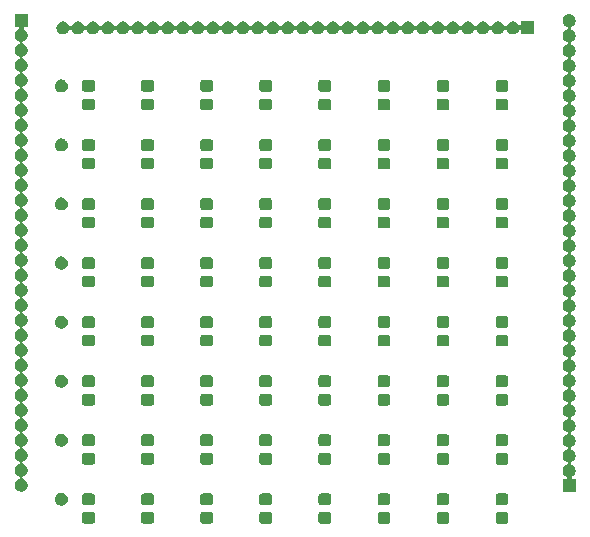
<source format=gts>
G04 #@! TF.GenerationSoftware,KiCad,Pcbnew,5.1.5*
G04 #@! TF.CreationDate,2020-02-20T21:28:11+01:00*
G04 #@! TF.ProjectId,cubet_leds,63756265-745f-46c6-9564-732e6b696361,rev?*
G04 #@! TF.SameCoordinates,Original*
G04 #@! TF.FileFunction,Soldermask,Top*
G04 #@! TF.FilePolarity,Negative*
%FSLAX46Y46*%
G04 Gerber Fmt 4.6, Leading zero omitted, Abs format (unit mm)*
G04 Created by KiCad (PCBNEW 5.1.5) date 2020-02-20 21:28:11*
%MOMM*%
%LPD*%
G04 APERTURE LIST*
%ADD10C,0.100000*%
G04 APERTURE END LIST*
D10*
G36*
X57879591Y-92803085D02*
G01*
X57913569Y-92813393D01*
X57944890Y-92830134D01*
X57972339Y-92852661D01*
X57994866Y-92880110D01*
X58011607Y-92911431D01*
X58021915Y-92945409D01*
X58026000Y-92986890D01*
X58026000Y-93588110D01*
X58021915Y-93629591D01*
X58011607Y-93663569D01*
X57994866Y-93694890D01*
X57972339Y-93722339D01*
X57944890Y-93744866D01*
X57913569Y-93761607D01*
X57879591Y-93771915D01*
X57838110Y-93776000D01*
X57161890Y-93776000D01*
X57120409Y-93771915D01*
X57086431Y-93761607D01*
X57055110Y-93744866D01*
X57027661Y-93722339D01*
X57005134Y-93694890D01*
X56988393Y-93663569D01*
X56978085Y-93629591D01*
X56974000Y-93588110D01*
X56974000Y-92986890D01*
X56978085Y-92945409D01*
X56988393Y-92911431D01*
X57005134Y-92880110D01*
X57027661Y-92852661D01*
X57055110Y-92830134D01*
X57086431Y-92813393D01*
X57120409Y-92803085D01*
X57161890Y-92799000D01*
X57838110Y-92799000D01*
X57879591Y-92803085D01*
G37*
G36*
X87879591Y-92803085D02*
G01*
X87913569Y-92813393D01*
X87944890Y-92830134D01*
X87972339Y-92852661D01*
X87994866Y-92880110D01*
X88011607Y-92911431D01*
X88021915Y-92945409D01*
X88026000Y-92986890D01*
X88026000Y-93588110D01*
X88021915Y-93629591D01*
X88011607Y-93663569D01*
X87994866Y-93694890D01*
X87972339Y-93722339D01*
X87944890Y-93744866D01*
X87913569Y-93761607D01*
X87879591Y-93771915D01*
X87838110Y-93776000D01*
X87161890Y-93776000D01*
X87120409Y-93771915D01*
X87086431Y-93761607D01*
X87055110Y-93744866D01*
X87027661Y-93722339D01*
X87005134Y-93694890D01*
X86988393Y-93663569D01*
X86978085Y-93629591D01*
X86974000Y-93588110D01*
X86974000Y-92986890D01*
X86978085Y-92945409D01*
X86988393Y-92911431D01*
X87005134Y-92880110D01*
X87027661Y-92852661D01*
X87055110Y-92830134D01*
X87086431Y-92813393D01*
X87120409Y-92803085D01*
X87161890Y-92799000D01*
X87838110Y-92799000D01*
X87879591Y-92803085D01*
G37*
G36*
X92879591Y-92803085D02*
G01*
X92913569Y-92813393D01*
X92944890Y-92830134D01*
X92972339Y-92852661D01*
X92994866Y-92880110D01*
X93011607Y-92911431D01*
X93021915Y-92945409D01*
X93026000Y-92986890D01*
X93026000Y-93588110D01*
X93021915Y-93629591D01*
X93011607Y-93663569D01*
X92994866Y-93694890D01*
X92972339Y-93722339D01*
X92944890Y-93744866D01*
X92913569Y-93761607D01*
X92879591Y-93771915D01*
X92838110Y-93776000D01*
X92161890Y-93776000D01*
X92120409Y-93771915D01*
X92086431Y-93761607D01*
X92055110Y-93744866D01*
X92027661Y-93722339D01*
X92005134Y-93694890D01*
X91988393Y-93663569D01*
X91978085Y-93629591D01*
X91974000Y-93588110D01*
X91974000Y-92986890D01*
X91978085Y-92945409D01*
X91988393Y-92911431D01*
X92005134Y-92880110D01*
X92027661Y-92852661D01*
X92055110Y-92830134D01*
X92086431Y-92813393D01*
X92120409Y-92803085D01*
X92161890Y-92799000D01*
X92838110Y-92799000D01*
X92879591Y-92803085D01*
G37*
G36*
X82879591Y-92803085D02*
G01*
X82913569Y-92813393D01*
X82944890Y-92830134D01*
X82972339Y-92852661D01*
X82994866Y-92880110D01*
X83011607Y-92911431D01*
X83021915Y-92945409D01*
X83026000Y-92986890D01*
X83026000Y-93588110D01*
X83021915Y-93629591D01*
X83011607Y-93663569D01*
X82994866Y-93694890D01*
X82972339Y-93722339D01*
X82944890Y-93744866D01*
X82913569Y-93761607D01*
X82879591Y-93771915D01*
X82838110Y-93776000D01*
X82161890Y-93776000D01*
X82120409Y-93771915D01*
X82086431Y-93761607D01*
X82055110Y-93744866D01*
X82027661Y-93722339D01*
X82005134Y-93694890D01*
X81988393Y-93663569D01*
X81978085Y-93629591D01*
X81974000Y-93588110D01*
X81974000Y-92986890D01*
X81978085Y-92945409D01*
X81988393Y-92911431D01*
X82005134Y-92880110D01*
X82027661Y-92852661D01*
X82055110Y-92830134D01*
X82086431Y-92813393D01*
X82120409Y-92803085D01*
X82161890Y-92799000D01*
X82838110Y-92799000D01*
X82879591Y-92803085D01*
G37*
G36*
X77879591Y-92803085D02*
G01*
X77913569Y-92813393D01*
X77944890Y-92830134D01*
X77972339Y-92852661D01*
X77994866Y-92880110D01*
X78011607Y-92911431D01*
X78021915Y-92945409D01*
X78026000Y-92986890D01*
X78026000Y-93588110D01*
X78021915Y-93629591D01*
X78011607Y-93663569D01*
X77994866Y-93694890D01*
X77972339Y-93722339D01*
X77944890Y-93744866D01*
X77913569Y-93761607D01*
X77879591Y-93771915D01*
X77838110Y-93776000D01*
X77161890Y-93776000D01*
X77120409Y-93771915D01*
X77086431Y-93761607D01*
X77055110Y-93744866D01*
X77027661Y-93722339D01*
X77005134Y-93694890D01*
X76988393Y-93663569D01*
X76978085Y-93629591D01*
X76974000Y-93588110D01*
X76974000Y-92986890D01*
X76978085Y-92945409D01*
X76988393Y-92911431D01*
X77005134Y-92880110D01*
X77027661Y-92852661D01*
X77055110Y-92830134D01*
X77086431Y-92813393D01*
X77120409Y-92803085D01*
X77161890Y-92799000D01*
X77838110Y-92799000D01*
X77879591Y-92803085D01*
G37*
G36*
X67879591Y-92803085D02*
G01*
X67913569Y-92813393D01*
X67944890Y-92830134D01*
X67972339Y-92852661D01*
X67994866Y-92880110D01*
X68011607Y-92911431D01*
X68021915Y-92945409D01*
X68026000Y-92986890D01*
X68026000Y-93588110D01*
X68021915Y-93629591D01*
X68011607Y-93663569D01*
X67994866Y-93694890D01*
X67972339Y-93722339D01*
X67944890Y-93744866D01*
X67913569Y-93761607D01*
X67879591Y-93771915D01*
X67838110Y-93776000D01*
X67161890Y-93776000D01*
X67120409Y-93771915D01*
X67086431Y-93761607D01*
X67055110Y-93744866D01*
X67027661Y-93722339D01*
X67005134Y-93694890D01*
X66988393Y-93663569D01*
X66978085Y-93629591D01*
X66974000Y-93588110D01*
X66974000Y-92986890D01*
X66978085Y-92945409D01*
X66988393Y-92911431D01*
X67005134Y-92880110D01*
X67027661Y-92852661D01*
X67055110Y-92830134D01*
X67086431Y-92813393D01*
X67120409Y-92803085D01*
X67161890Y-92799000D01*
X67838110Y-92799000D01*
X67879591Y-92803085D01*
G37*
G36*
X72879591Y-92803085D02*
G01*
X72913569Y-92813393D01*
X72944890Y-92830134D01*
X72972339Y-92852661D01*
X72994866Y-92880110D01*
X73011607Y-92911431D01*
X73021915Y-92945409D01*
X73026000Y-92986890D01*
X73026000Y-93588110D01*
X73021915Y-93629591D01*
X73011607Y-93663569D01*
X72994866Y-93694890D01*
X72972339Y-93722339D01*
X72944890Y-93744866D01*
X72913569Y-93761607D01*
X72879591Y-93771915D01*
X72838110Y-93776000D01*
X72161890Y-93776000D01*
X72120409Y-93771915D01*
X72086431Y-93761607D01*
X72055110Y-93744866D01*
X72027661Y-93722339D01*
X72005134Y-93694890D01*
X71988393Y-93663569D01*
X71978085Y-93629591D01*
X71974000Y-93588110D01*
X71974000Y-92986890D01*
X71978085Y-92945409D01*
X71988393Y-92911431D01*
X72005134Y-92880110D01*
X72027661Y-92852661D01*
X72055110Y-92830134D01*
X72086431Y-92813393D01*
X72120409Y-92803085D01*
X72161890Y-92799000D01*
X72838110Y-92799000D01*
X72879591Y-92803085D01*
G37*
G36*
X62879591Y-92803085D02*
G01*
X62913569Y-92813393D01*
X62944890Y-92830134D01*
X62972339Y-92852661D01*
X62994866Y-92880110D01*
X63011607Y-92911431D01*
X63021915Y-92945409D01*
X63026000Y-92986890D01*
X63026000Y-93588110D01*
X63021915Y-93629591D01*
X63011607Y-93663569D01*
X62994866Y-93694890D01*
X62972339Y-93722339D01*
X62944890Y-93744866D01*
X62913569Y-93761607D01*
X62879591Y-93771915D01*
X62838110Y-93776000D01*
X62161890Y-93776000D01*
X62120409Y-93771915D01*
X62086431Y-93761607D01*
X62055110Y-93744866D01*
X62027661Y-93722339D01*
X62005134Y-93694890D01*
X61988393Y-93663569D01*
X61978085Y-93629591D01*
X61974000Y-93588110D01*
X61974000Y-92986890D01*
X61978085Y-92945409D01*
X61988393Y-92911431D01*
X62005134Y-92880110D01*
X62027661Y-92852661D01*
X62055110Y-92830134D01*
X62086431Y-92813393D01*
X62120409Y-92803085D01*
X62161890Y-92799000D01*
X62838110Y-92799000D01*
X62879591Y-92803085D01*
G37*
G36*
X55360721Y-91180174D02*
G01*
X55460995Y-91221709D01*
X55505812Y-91251655D01*
X55551242Y-91282010D01*
X55627990Y-91358758D01*
X55627991Y-91358760D01*
X55688291Y-91449005D01*
X55729826Y-91549279D01*
X55751000Y-91655730D01*
X55751000Y-91764270D01*
X55729826Y-91870721D01*
X55688291Y-91970995D01*
X55688290Y-91970996D01*
X55627990Y-92061242D01*
X55551242Y-92137990D01*
X55537250Y-92147339D01*
X55460995Y-92198291D01*
X55360721Y-92239826D01*
X55254270Y-92261000D01*
X55145730Y-92261000D01*
X55039279Y-92239826D01*
X54939005Y-92198291D01*
X54862750Y-92147339D01*
X54848758Y-92137990D01*
X54772010Y-92061242D01*
X54711710Y-91970996D01*
X54711709Y-91970995D01*
X54670174Y-91870721D01*
X54649000Y-91764270D01*
X54649000Y-91655730D01*
X54670174Y-91549279D01*
X54711709Y-91449005D01*
X54772009Y-91358760D01*
X54772010Y-91358758D01*
X54848758Y-91282010D01*
X54894188Y-91251655D01*
X54939005Y-91221709D01*
X55039279Y-91180174D01*
X55145730Y-91159000D01*
X55254270Y-91159000D01*
X55360721Y-91180174D01*
G37*
G36*
X82879591Y-91228085D02*
G01*
X82913569Y-91238393D01*
X82944890Y-91255134D01*
X82972339Y-91277661D01*
X82994866Y-91305110D01*
X83011607Y-91336431D01*
X83021915Y-91370409D01*
X83026000Y-91411890D01*
X83026000Y-92013110D01*
X83021915Y-92054591D01*
X83011607Y-92088569D01*
X82994866Y-92119890D01*
X82972339Y-92147339D01*
X82944890Y-92169866D01*
X82913569Y-92186607D01*
X82879591Y-92196915D01*
X82838110Y-92201000D01*
X82161890Y-92201000D01*
X82120409Y-92196915D01*
X82086431Y-92186607D01*
X82055110Y-92169866D01*
X82027661Y-92147339D01*
X82005134Y-92119890D01*
X81988393Y-92088569D01*
X81978085Y-92054591D01*
X81974000Y-92013110D01*
X81974000Y-91411890D01*
X81978085Y-91370409D01*
X81988393Y-91336431D01*
X82005134Y-91305110D01*
X82027661Y-91277661D01*
X82055110Y-91255134D01*
X82086431Y-91238393D01*
X82120409Y-91228085D01*
X82161890Y-91224000D01*
X82838110Y-91224000D01*
X82879591Y-91228085D01*
G37*
G36*
X57879591Y-91228085D02*
G01*
X57913569Y-91238393D01*
X57944890Y-91255134D01*
X57972339Y-91277661D01*
X57994866Y-91305110D01*
X58011607Y-91336431D01*
X58021915Y-91370409D01*
X58026000Y-91411890D01*
X58026000Y-92013110D01*
X58021915Y-92054591D01*
X58011607Y-92088569D01*
X57994866Y-92119890D01*
X57972339Y-92147339D01*
X57944890Y-92169866D01*
X57913569Y-92186607D01*
X57879591Y-92196915D01*
X57838110Y-92201000D01*
X57161890Y-92201000D01*
X57120409Y-92196915D01*
X57086431Y-92186607D01*
X57055110Y-92169866D01*
X57027661Y-92147339D01*
X57005134Y-92119890D01*
X56988393Y-92088569D01*
X56978085Y-92054591D01*
X56974000Y-92013110D01*
X56974000Y-91411890D01*
X56978085Y-91370409D01*
X56988393Y-91336431D01*
X57005134Y-91305110D01*
X57027661Y-91277661D01*
X57055110Y-91255134D01*
X57086431Y-91238393D01*
X57120409Y-91228085D01*
X57161890Y-91224000D01*
X57838110Y-91224000D01*
X57879591Y-91228085D01*
G37*
G36*
X62879591Y-91228085D02*
G01*
X62913569Y-91238393D01*
X62944890Y-91255134D01*
X62972339Y-91277661D01*
X62994866Y-91305110D01*
X63011607Y-91336431D01*
X63021915Y-91370409D01*
X63026000Y-91411890D01*
X63026000Y-92013110D01*
X63021915Y-92054591D01*
X63011607Y-92088569D01*
X62994866Y-92119890D01*
X62972339Y-92147339D01*
X62944890Y-92169866D01*
X62913569Y-92186607D01*
X62879591Y-92196915D01*
X62838110Y-92201000D01*
X62161890Y-92201000D01*
X62120409Y-92196915D01*
X62086431Y-92186607D01*
X62055110Y-92169866D01*
X62027661Y-92147339D01*
X62005134Y-92119890D01*
X61988393Y-92088569D01*
X61978085Y-92054591D01*
X61974000Y-92013110D01*
X61974000Y-91411890D01*
X61978085Y-91370409D01*
X61988393Y-91336431D01*
X62005134Y-91305110D01*
X62027661Y-91277661D01*
X62055110Y-91255134D01*
X62086431Y-91238393D01*
X62120409Y-91228085D01*
X62161890Y-91224000D01*
X62838110Y-91224000D01*
X62879591Y-91228085D01*
G37*
G36*
X67879591Y-91228085D02*
G01*
X67913569Y-91238393D01*
X67944890Y-91255134D01*
X67972339Y-91277661D01*
X67994866Y-91305110D01*
X68011607Y-91336431D01*
X68021915Y-91370409D01*
X68026000Y-91411890D01*
X68026000Y-92013110D01*
X68021915Y-92054591D01*
X68011607Y-92088569D01*
X67994866Y-92119890D01*
X67972339Y-92147339D01*
X67944890Y-92169866D01*
X67913569Y-92186607D01*
X67879591Y-92196915D01*
X67838110Y-92201000D01*
X67161890Y-92201000D01*
X67120409Y-92196915D01*
X67086431Y-92186607D01*
X67055110Y-92169866D01*
X67027661Y-92147339D01*
X67005134Y-92119890D01*
X66988393Y-92088569D01*
X66978085Y-92054591D01*
X66974000Y-92013110D01*
X66974000Y-91411890D01*
X66978085Y-91370409D01*
X66988393Y-91336431D01*
X67005134Y-91305110D01*
X67027661Y-91277661D01*
X67055110Y-91255134D01*
X67086431Y-91238393D01*
X67120409Y-91228085D01*
X67161890Y-91224000D01*
X67838110Y-91224000D01*
X67879591Y-91228085D01*
G37*
G36*
X72879591Y-91228085D02*
G01*
X72913569Y-91238393D01*
X72944890Y-91255134D01*
X72972339Y-91277661D01*
X72994866Y-91305110D01*
X73011607Y-91336431D01*
X73021915Y-91370409D01*
X73026000Y-91411890D01*
X73026000Y-92013110D01*
X73021915Y-92054591D01*
X73011607Y-92088569D01*
X72994866Y-92119890D01*
X72972339Y-92147339D01*
X72944890Y-92169866D01*
X72913569Y-92186607D01*
X72879591Y-92196915D01*
X72838110Y-92201000D01*
X72161890Y-92201000D01*
X72120409Y-92196915D01*
X72086431Y-92186607D01*
X72055110Y-92169866D01*
X72027661Y-92147339D01*
X72005134Y-92119890D01*
X71988393Y-92088569D01*
X71978085Y-92054591D01*
X71974000Y-92013110D01*
X71974000Y-91411890D01*
X71978085Y-91370409D01*
X71988393Y-91336431D01*
X72005134Y-91305110D01*
X72027661Y-91277661D01*
X72055110Y-91255134D01*
X72086431Y-91238393D01*
X72120409Y-91228085D01*
X72161890Y-91224000D01*
X72838110Y-91224000D01*
X72879591Y-91228085D01*
G37*
G36*
X77879591Y-91228085D02*
G01*
X77913569Y-91238393D01*
X77944890Y-91255134D01*
X77972339Y-91277661D01*
X77994866Y-91305110D01*
X78011607Y-91336431D01*
X78021915Y-91370409D01*
X78026000Y-91411890D01*
X78026000Y-92013110D01*
X78021915Y-92054591D01*
X78011607Y-92088569D01*
X77994866Y-92119890D01*
X77972339Y-92147339D01*
X77944890Y-92169866D01*
X77913569Y-92186607D01*
X77879591Y-92196915D01*
X77838110Y-92201000D01*
X77161890Y-92201000D01*
X77120409Y-92196915D01*
X77086431Y-92186607D01*
X77055110Y-92169866D01*
X77027661Y-92147339D01*
X77005134Y-92119890D01*
X76988393Y-92088569D01*
X76978085Y-92054591D01*
X76974000Y-92013110D01*
X76974000Y-91411890D01*
X76978085Y-91370409D01*
X76988393Y-91336431D01*
X77005134Y-91305110D01*
X77027661Y-91277661D01*
X77055110Y-91255134D01*
X77086431Y-91238393D01*
X77120409Y-91228085D01*
X77161890Y-91224000D01*
X77838110Y-91224000D01*
X77879591Y-91228085D01*
G37*
G36*
X87879591Y-91228085D02*
G01*
X87913569Y-91238393D01*
X87944890Y-91255134D01*
X87972339Y-91277661D01*
X87994866Y-91305110D01*
X88011607Y-91336431D01*
X88021915Y-91370409D01*
X88026000Y-91411890D01*
X88026000Y-92013110D01*
X88021915Y-92054591D01*
X88011607Y-92088569D01*
X87994866Y-92119890D01*
X87972339Y-92147339D01*
X87944890Y-92169866D01*
X87913569Y-92186607D01*
X87879591Y-92196915D01*
X87838110Y-92201000D01*
X87161890Y-92201000D01*
X87120409Y-92196915D01*
X87086431Y-92186607D01*
X87055110Y-92169866D01*
X87027661Y-92147339D01*
X87005134Y-92119890D01*
X86988393Y-92088569D01*
X86978085Y-92054591D01*
X86974000Y-92013110D01*
X86974000Y-91411890D01*
X86978085Y-91370409D01*
X86988393Y-91336431D01*
X87005134Y-91305110D01*
X87027661Y-91277661D01*
X87055110Y-91255134D01*
X87086431Y-91238393D01*
X87120409Y-91228085D01*
X87161890Y-91224000D01*
X87838110Y-91224000D01*
X87879591Y-91228085D01*
G37*
G36*
X92879591Y-91228085D02*
G01*
X92913569Y-91238393D01*
X92944890Y-91255134D01*
X92972339Y-91277661D01*
X92994866Y-91305110D01*
X93011607Y-91336431D01*
X93021915Y-91370409D01*
X93026000Y-91411890D01*
X93026000Y-92013110D01*
X93021915Y-92054591D01*
X93011607Y-92088569D01*
X92994866Y-92119890D01*
X92972339Y-92147339D01*
X92944890Y-92169866D01*
X92913569Y-92186607D01*
X92879591Y-92196915D01*
X92838110Y-92201000D01*
X92161890Y-92201000D01*
X92120409Y-92196915D01*
X92086431Y-92186607D01*
X92055110Y-92169866D01*
X92027661Y-92147339D01*
X92005134Y-92119890D01*
X91988393Y-92088569D01*
X91978085Y-92054591D01*
X91974000Y-92013110D01*
X91974000Y-91411890D01*
X91978085Y-91370409D01*
X91988393Y-91336431D01*
X92005134Y-91305110D01*
X92027661Y-91277661D01*
X92055110Y-91255134D01*
X92086431Y-91238393D01*
X92120409Y-91228085D01*
X92161890Y-91224000D01*
X92838110Y-91224000D01*
X92879591Y-91228085D01*
G37*
G36*
X98360721Y-50650174D02*
G01*
X98460995Y-50691709D01*
X98460996Y-50691710D01*
X98551242Y-50752010D01*
X98627990Y-50828758D01*
X98627991Y-50828760D01*
X98688291Y-50919005D01*
X98729826Y-51019279D01*
X98751000Y-51125730D01*
X98751000Y-51234270D01*
X98729826Y-51340721D01*
X98688291Y-51440995D01*
X98667428Y-51472218D01*
X98627990Y-51531242D01*
X98551242Y-51607990D01*
X98541665Y-51614389D01*
X98460995Y-51668291D01*
X98385611Y-51699516D01*
X98364000Y-51711067D01*
X98345059Y-51726612D01*
X98329513Y-51745554D01*
X98317962Y-51767165D01*
X98310849Y-51790614D01*
X98308447Y-51815000D01*
X98310849Y-51839386D01*
X98317962Y-51862835D01*
X98329513Y-51884446D01*
X98345058Y-51903387D01*
X98364000Y-51918933D01*
X98385611Y-51930484D01*
X98460995Y-51961709D01*
X98496767Y-51985611D01*
X98551242Y-52022010D01*
X98627990Y-52098758D01*
X98627991Y-52098760D01*
X98688291Y-52189005D01*
X98729826Y-52289279D01*
X98751000Y-52395730D01*
X98751000Y-52504270D01*
X98729826Y-52610721D01*
X98688291Y-52710995D01*
X98688290Y-52710996D01*
X98627990Y-52801242D01*
X98551242Y-52877990D01*
X98505895Y-52908290D01*
X98460995Y-52938291D01*
X98385611Y-52969516D01*
X98364000Y-52981067D01*
X98345059Y-52996612D01*
X98329513Y-53015554D01*
X98317962Y-53037165D01*
X98310849Y-53060614D01*
X98308447Y-53085000D01*
X98310849Y-53109386D01*
X98317962Y-53132835D01*
X98329513Y-53154446D01*
X98345058Y-53173387D01*
X98364000Y-53188933D01*
X98385611Y-53200484D01*
X98460995Y-53231709D01*
X98460996Y-53231710D01*
X98551242Y-53292010D01*
X98627990Y-53368758D01*
X98627991Y-53368760D01*
X98688291Y-53459005D01*
X98729826Y-53559279D01*
X98751000Y-53665730D01*
X98751000Y-53774270D01*
X98729826Y-53880721D01*
X98688291Y-53980995D01*
X98688290Y-53980996D01*
X98627990Y-54071242D01*
X98551242Y-54147990D01*
X98505895Y-54178290D01*
X98460995Y-54208291D01*
X98385611Y-54239516D01*
X98364000Y-54251067D01*
X98345059Y-54266612D01*
X98329513Y-54285554D01*
X98317962Y-54307165D01*
X98310849Y-54330614D01*
X98308447Y-54355000D01*
X98310849Y-54379386D01*
X98317962Y-54402835D01*
X98329513Y-54424446D01*
X98345058Y-54443387D01*
X98364000Y-54458933D01*
X98385611Y-54470484D01*
X98460995Y-54501709D01*
X98460996Y-54501710D01*
X98551242Y-54562010D01*
X98627990Y-54638758D01*
X98627991Y-54638760D01*
X98688291Y-54729005D01*
X98729826Y-54829279D01*
X98751000Y-54935730D01*
X98751000Y-55044270D01*
X98729826Y-55150721D01*
X98688291Y-55250995D01*
X98688290Y-55250996D01*
X98627990Y-55341242D01*
X98551242Y-55417990D01*
X98505895Y-55448290D01*
X98460995Y-55478291D01*
X98385611Y-55509516D01*
X98364000Y-55521067D01*
X98345059Y-55536612D01*
X98329513Y-55555554D01*
X98317962Y-55577165D01*
X98310849Y-55600614D01*
X98308447Y-55625000D01*
X98310849Y-55649386D01*
X98317962Y-55672835D01*
X98329513Y-55694446D01*
X98345058Y-55713387D01*
X98364000Y-55728933D01*
X98385611Y-55740484D01*
X98460995Y-55771709D01*
X98460996Y-55771710D01*
X98551242Y-55832010D01*
X98627990Y-55908758D01*
X98627991Y-55908760D01*
X98688291Y-55999005D01*
X98729826Y-56099279D01*
X98751000Y-56205730D01*
X98751000Y-56314270D01*
X98729826Y-56420721D01*
X98688291Y-56520995D01*
X98688290Y-56520996D01*
X98627990Y-56611242D01*
X98551242Y-56687990D01*
X98505895Y-56718290D01*
X98460995Y-56748291D01*
X98385611Y-56779516D01*
X98364000Y-56791067D01*
X98345059Y-56806612D01*
X98329513Y-56825554D01*
X98317962Y-56847165D01*
X98310849Y-56870614D01*
X98308447Y-56895000D01*
X98310849Y-56919386D01*
X98317962Y-56942835D01*
X98329513Y-56964446D01*
X98345058Y-56983387D01*
X98364000Y-56998933D01*
X98385611Y-57010484D01*
X98460995Y-57041709D01*
X98480274Y-57054591D01*
X98551242Y-57102010D01*
X98627990Y-57178758D01*
X98658345Y-57224188D01*
X98688291Y-57269005D01*
X98729826Y-57369279D01*
X98751000Y-57475730D01*
X98751000Y-57584270D01*
X98729826Y-57690721D01*
X98688291Y-57790995D01*
X98679806Y-57803693D01*
X98627990Y-57881242D01*
X98551242Y-57957990D01*
X98507990Y-57986890D01*
X98460995Y-58018291D01*
X98385611Y-58049516D01*
X98364000Y-58061067D01*
X98345059Y-58076612D01*
X98329513Y-58095554D01*
X98317962Y-58117165D01*
X98310849Y-58140614D01*
X98308447Y-58165000D01*
X98310849Y-58189386D01*
X98317962Y-58212835D01*
X98329513Y-58234446D01*
X98345058Y-58253387D01*
X98364000Y-58268933D01*
X98385611Y-58280484D01*
X98460995Y-58311709D01*
X98460996Y-58311710D01*
X98551242Y-58372010D01*
X98627990Y-58448758D01*
X98627991Y-58448760D01*
X98688291Y-58539005D01*
X98729826Y-58639279D01*
X98751000Y-58745730D01*
X98751000Y-58854270D01*
X98729826Y-58960721D01*
X98688291Y-59060995D01*
X98688290Y-59060996D01*
X98627990Y-59151242D01*
X98551242Y-59227990D01*
X98505895Y-59258290D01*
X98460995Y-59288291D01*
X98385611Y-59319516D01*
X98364000Y-59331067D01*
X98345059Y-59346612D01*
X98329513Y-59365554D01*
X98317962Y-59387165D01*
X98310849Y-59410614D01*
X98308447Y-59435000D01*
X98310849Y-59459386D01*
X98317962Y-59482835D01*
X98329513Y-59504446D01*
X98345058Y-59523387D01*
X98364000Y-59538933D01*
X98385611Y-59550484D01*
X98460995Y-59581709D01*
X98460996Y-59581710D01*
X98551242Y-59642010D01*
X98627990Y-59718758D01*
X98627991Y-59718760D01*
X98688291Y-59809005D01*
X98729826Y-59909279D01*
X98751000Y-60015730D01*
X98751000Y-60124270D01*
X98729826Y-60230721D01*
X98688291Y-60330995D01*
X98688290Y-60330996D01*
X98627990Y-60421242D01*
X98551242Y-60497990D01*
X98505895Y-60528290D01*
X98460995Y-60558291D01*
X98385611Y-60589516D01*
X98364000Y-60601067D01*
X98345059Y-60616612D01*
X98329513Y-60635554D01*
X98317962Y-60657165D01*
X98310849Y-60680614D01*
X98308447Y-60705000D01*
X98310849Y-60729386D01*
X98317962Y-60752835D01*
X98329513Y-60774446D01*
X98345058Y-60793387D01*
X98364000Y-60808933D01*
X98385611Y-60820484D01*
X98460995Y-60851709D01*
X98460996Y-60851710D01*
X98551242Y-60912010D01*
X98627990Y-60988758D01*
X98627991Y-60988760D01*
X98688291Y-61079005D01*
X98729826Y-61179279D01*
X98751000Y-61285730D01*
X98751000Y-61394270D01*
X98729826Y-61500721D01*
X98688291Y-61600995D01*
X98688290Y-61600996D01*
X98627990Y-61691242D01*
X98551242Y-61767990D01*
X98505895Y-61798290D01*
X98460995Y-61828291D01*
X98385611Y-61859516D01*
X98364000Y-61871067D01*
X98345059Y-61886612D01*
X98329513Y-61905554D01*
X98317962Y-61927165D01*
X98310849Y-61950614D01*
X98308447Y-61975000D01*
X98310849Y-61999386D01*
X98317962Y-62022835D01*
X98329513Y-62044446D01*
X98345058Y-62063387D01*
X98364000Y-62078933D01*
X98385611Y-62090484D01*
X98460995Y-62121709D01*
X98499353Y-62147339D01*
X98551242Y-62182010D01*
X98627990Y-62258758D01*
X98627991Y-62258760D01*
X98688291Y-62349005D01*
X98729826Y-62449279D01*
X98751000Y-62555730D01*
X98751000Y-62664270D01*
X98729826Y-62770721D01*
X98688291Y-62870995D01*
X98663864Y-62907552D01*
X98627990Y-62961242D01*
X98551242Y-63037990D01*
X98505895Y-63068290D01*
X98460995Y-63098291D01*
X98385611Y-63129516D01*
X98364000Y-63141067D01*
X98345059Y-63156612D01*
X98329513Y-63175554D01*
X98317962Y-63197165D01*
X98310849Y-63220614D01*
X98308447Y-63245000D01*
X98310849Y-63269386D01*
X98317962Y-63292835D01*
X98329513Y-63314446D01*
X98345058Y-63333387D01*
X98364000Y-63348933D01*
X98385611Y-63360484D01*
X98460995Y-63391709D01*
X98460996Y-63391710D01*
X98551242Y-63452010D01*
X98627990Y-63528758D01*
X98627991Y-63528760D01*
X98688291Y-63619005D01*
X98729826Y-63719279D01*
X98751000Y-63825730D01*
X98751000Y-63934270D01*
X98729826Y-64040721D01*
X98688291Y-64140995D01*
X98688290Y-64140996D01*
X98627990Y-64231242D01*
X98551242Y-64307990D01*
X98505895Y-64338290D01*
X98460995Y-64368291D01*
X98385611Y-64399516D01*
X98364000Y-64411067D01*
X98345059Y-64426612D01*
X98329513Y-64445554D01*
X98317962Y-64467165D01*
X98310849Y-64490614D01*
X98308447Y-64515000D01*
X98310849Y-64539386D01*
X98317962Y-64562835D01*
X98329513Y-64584446D01*
X98345058Y-64603387D01*
X98364000Y-64618933D01*
X98385611Y-64630484D01*
X98460995Y-64661709D01*
X98460996Y-64661710D01*
X98551242Y-64722010D01*
X98627990Y-64798758D01*
X98627991Y-64798760D01*
X98688291Y-64889005D01*
X98729826Y-64989279D01*
X98751000Y-65095730D01*
X98751000Y-65204270D01*
X98729826Y-65310721D01*
X98688291Y-65410995D01*
X98688290Y-65410996D01*
X98627990Y-65501242D01*
X98551242Y-65577990D01*
X98505895Y-65608290D01*
X98460995Y-65638291D01*
X98385611Y-65669516D01*
X98364000Y-65681067D01*
X98345059Y-65696612D01*
X98329513Y-65715554D01*
X98317962Y-65737165D01*
X98310849Y-65760614D01*
X98308447Y-65785000D01*
X98310849Y-65809386D01*
X98317962Y-65832835D01*
X98329513Y-65854446D01*
X98345058Y-65873387D01*
X98364000Y-65888933D01*
X98385611Y-65900484D01*
X98460995Y-65931709D01*
X98460996Y-65931710D01*
X98551242Y-65992010D01*
X98627990Y-66068758D01*
X98627991Y-66068760D01*
X98688291Y-66159005D01*
X98729826Y-66259279D01*
X98751000Y-66365730D01*
X98751000Y-66474270D01*
X98729826Y-66580721D01*
X98688291Y-66680995D01*
X98688290Y-66680996D01*
X98627990Y-66771242D01*
X98551242Y-66847990D01*
X98517222Y-66870721D01*
X98460995Y-66908291D01*
X98385611Y-66939516D01*
X98364000Y-66951067D01*
X98345059Y-66966612D01*
X98329513Y-66985554D01*
X98317962Y-67007165D01*
X98310849Y-67030614D01*
X98308447Y-67055000D01*
X98310849Y-67079386D01*
X98317962Y-67102835D01*
X98329513Y-67124446D01*
X98345058Y-67143387D01*
X98364000Y-67158933D01*
X98385611Y-67170484D01*
X98460995Y-67201709D01*
X98460996Y-67201710D01*
X98551242Y-67262010D01*
X98627990Y-67338758D01*
X98627991Y-67338760D01*
X98688291Y-67429005D01*
X98729826Y-67529279D01*
X98751000Y-67635730D01*
X98751000Y-67744270D01*
X98729826Y-67850721D01*
X98688291Y-67950995D01*
X98688290Y-67950996D01*
X98627990Y-68041242D01*
X98551242Y-68117990D01*
X98505895Y-68148290D01*
X98460995Y-68178291D01*
X98385611Y-68209516D01*
X98364000Y-68221067D01*
X98345059Y-68236612D01*
X98329513Y-68255554D01*
X98317962Y-68277165D01*
X98310849Y-68300614D01*
X98308447Y-68325000D01*
X98310849Y-68349386D01*
X98317962Y-68372835D01*
X98329513Y-68394446D01*
X98345058Y-68413387D01*
X98364000Y-68428933D01*
X98385611Y-68440484D01*
X98460995Y-68471709D01*
X98460996Y-68471710D01*
X98551242Y-68532010D01*
X98627990Y-68608758D01*
X98627991Y-68608760D01*
X98688291Y-68699005D01*
X98729826Y-68799279D01*
X98751000Y-68905730D01*
X98751000Y-69014270D01*
X98729826Y-69120721D01*
X98688291Y-69220995D01*
X98688290Y-69220996D01*
X98627990Y-69311242D01*
X98551242Y-69387990D01*
X98505895Y-69418290D01*
X98460995Y-69448291D01*
X98385611Y-69479516D01*
X98364000Y-69491067D01*
X98345059Y-69506612D01*
X98329513Y-69525554D01*
X98317962Y-69547165D01*
X98310849Y-69570614D01*
X98308447Y-69595000D01*
X98310849Y-69619386D01*
X98317962Y-69642835D01*
X98329513Y-69664446D01*
X98345058Y-69683387D01*
X98364000Y-69698933D01*
X98385611Y-69710484D01*
X98460995Y-69741709D01*
X98460996Y-69741710D01*
X98551242Y-69802010D01*
X98627990Y-69878758D01*
X98627991Y-69878760D01*
X98688291Y-69969005D01*
X98729826Y-70069279D01*
X98751000Y-70175730D01*
X98751000Y-70284270D01*
X98729826Y-70390721D01*
X98688291Y-70490995D01*
X98688290Y-70490996D01*
X98627990Y-70581242D01*
X98551242Y-70657990D01*
X98505895Y-70688290D01*
X98460995Y-70718291D01*
X98385611Y-70749516D01*
X98364000Y-70761067D01*
X98345059Y-70776612D01*
X98329513Y-70795554D01*
X98317962Y-70817165D01*
X98310849Y-70840614D01*
X98308447Y-70865000D01*
X98310849Y-70889386D01*
X98317962Y-70912835D01*
X98329513Y-70934446D01*
X98345058Y-70953387D01*
X98364000Y-70968933D01*
X98385611Y-70980484D01*
X98460995Y-71011709D01*
X98460996Y-71011710D01*
X98551242Y-71072010D01*
X98627990Y-71148758D01*
X98627991Y-71148760D01*
X98688291Y-71239005D01*
X98729826Y-71339279D01*
X98751000Y-71445730D01*
X98751000Y-71554270D01*
X98729826Y-71660721D01*
X98688291Y-71760995D01*
X98658345Y-71805812D01*
X98627990Y-71851242D01*
X98551242Y-71927990D01*
X98508199Y-71956750D01*
X98460995Y-71988291D01*
X98385611Y-72019516D01*
X98364000Y-72031067D01*
X98345059Y-72046612D01*
X98329513Y-72065554D01*
X98317962Y-72087165D01*
X98310849Y-72110614D01*
X98308447Y-72135000D01*
X98310849Y-72159386D01*
X98317962Y-72182835D01*
X98329513Y-72204446D01*
X98345058Y-72223387D01*
X98364000Y-72238933D01*
X98385611Y-72250484D01*
X98460995Y-72281709D01*
X98460996Y-72281710D01*
X98551242Y-72342010D01*
X98627990Y-72418758D01*
X98627991Y-72418760D01*
X98688291Y-72509005D01*
X98729826Y-72609279D01*
X98751000Y-72715730D01*
X98751000Y-72824270D01*
X98729826Y-72930721D01*
X98688291Y-73030995D01*
X98688290Y-73030996D01*
X98627990Y-73121242D01*
X98551242Y-73197990D01*
X98505895Y-73228290D01*
X98460995Y-73258291D01*
X98385611Y-73289516D01*
X98364000Y-73301067D01*
X98345059Y-73316612D01*
X98329513Y-73335554D01*
X98317962Y-73357165D01*
X98310849Y-73380614D01*
X98308447Y-73405000D01*
X98310849Y-73429386D01*
X98317962Y-73452835D01*
X98329513Y-73474446D01*
X98345058Y-73493387D01*
X98364000Y-73508933D01*
X98385611Y-73520484D01*
X98460995Y-73551709D01*
X98460996Y-73551710D01*
X98551242Y-73612010D01*
X98627990Y-73688758D01*
X98627991Y-73688760D01*
X98688291Y-73779005D01*
X98729826Y-73879279D01*
X98751000Y-73985730D01*
X98751000Y-74094270D01*
X98729826Y-74200721D01*
X98688291Y-74300995D01*
X98688290Y-74300996D01*
X98627990Y-74391242D01*
X98551242Y-74467990D01*
X98505895Y-74498290D01*
X98460995Y-74528291D01*
X98385611Y-74559516D01*
X98364000Y-74571067D01*
X98345059Y-74586612D01*
X98329513Y-74605554D01*
X98317962Y-74627165D01*
X98310849Y-74650614D01*
X98308447Y-74675000D01*
X98310849Y-74699386D01*
X98317962Y-74722835D01*
X98329513Y-74744446D01*
X98345058Y-74763387D01*
X98364000Y-74778933D01*
X98385611Y-74790484D01*
X98460995Y-74821709D01*
X98460996Y-74821710D01*
X98551242Y-74882010D01*
X98627990Y-74958758D01*
X98627991Y-74958760D01*
X98688291Y-75049005D01*
X98729826Y-75149279D01*
X98751000Y-75255730D01*
X98751000Y-75364270D01*
X98729826Y-75470721D01*
X98688291Y-75570995D01*
X98688290Y-75570996D01*
X98627990Y-75661242D01*
X98551242Y-75737990D01*
X98505895Y-75768290D01*
X98460995Y-75798291D01*
X98385611Y-75829516D01*
X98364000Y-75841067D01*
X98345059Y-75856612D01*
X98329513Y-75875554D01*
X98317962Y-75897165D01*
X98310849Y-75920614D01*
X98308447Y-75945000D01*
X98310849Y-75969386D01*
X98317962Y-75992835D01*
X98329513Y-76014446D01*
X98345058Y-76033387D01*
X98364000Y-76048933D01*
X98385611Y-76060484D01*
X98460995Y-76091709D01*
X98460996Y-76091710D01*
X98551242Y-76152010D01*
X98627990Y-76228758D01*
X98658345Y-76274188D01*
X98688291Y-76319005D01*
X98729826Y-76419279D01*
X98751000Y-76525730D01*
X98751000Y-76634270D01*
X98729826Y-76740721D01*
X98688291Y-76840995D01*
X98688290Y-76840996D01*
X98627990Y-76931242D01*
X98551242Y-77007990D01*
X98543579Y-77013110D01*
X98460995Y-77068291D01*
X98385611Y-77099516D01*
X98364000Y-77111067D01*
X98345059Y-77126612D01*
X98329513Y-77145554D01*
X98317962Y-77167165D01*
X98310849Y-77190614D01*
X98308447Y-77215000D01*
X98310849Y-77239386D01*
X98317962Y-77262835D01*
X98329513Y-77284446D01*
X98345058Y-77303387D01*
X98364000Y-77318933D01*
X98385611Y-77330484D01*
X98460995Y-77361709D01*
X98460996Y-77361710D01*
X98551242Y-77422010D01*
X98627990Y-77498758D01*
X98627991Y-77498760D01*
X98688291Y-77589005D01*
X98729826Y-77689279D01*
X98751000Y-77795730D01*
X98751000Y-77904270D01*
X98729826Y-78010721D01*
X98688291Y-78110995D01*
X98688290Y-78110996D01*
X98627990Y-78201242D01*
X98551242Y-78277990D01*
X98505895Y-78308290D01*
X98460995Y-78338291D01*
X98385611Y-78369516D01*
X98364000Y-78381067D01*
X98345059Y-78396612D01*
X98329513Y-78415554D01*
X98317962Y-78437165D01*
X98310849Y-78460614D01*
X98308447Y-78485000D01*
X98310849Y-78509386D01*
X98317962Y-78532835D01*
X98329513Y-78554446D01*
X98345058Y-78573387D01*
X98364000Y-78588933D01*
X98385611Y-78600484D01*
X98460995Y-78631709D01*
X98460996Y-78631710D01*
X98551242Y-78692010D01*
X98627990Y-78768758D01*
X98627991Y-78768760D01*
X98688291Y-78859005D01*
X98729826Y-78959279D01*
X98751000Y-79065730D01*
X98751000Y-79174270D01*
X98729826Y-79280721D01*
X98688291Y-79380995D01*
X98688290Y-79380996D01*
X98627990Y-79471242D01*
X98551242Y-79547990D01*
X98505895Y-79578290D01*
X98460995Y-79608291D01*
X98385611Y-79639516D01*
X98364000Y-79651067D01*
X98345059Y-79666612D01*
X98329513Y-79685554D01*
X98317962Y-79707165D01*
X98310849Y-79730614D01*
X98308447Y-79755000D01*
X98310849Y-79779386D01*
X98317962Y-79802835D01*
X98329513Y-79824446D01*
X98345058Y-79843387D01*
X98364000Y-79858933D01*
X98385611Y-79870484D01*
X98460995Y-79901709D01*
X98460996Y-79901710D01*
X98551242Y-79962010D01*
X98627990Y-80038758D01*
X98627991Y-80038760D01*
X98688291Y-80129005D01*
X98729826Y-80229279D01*
X98751000Y-80335730D01*
X98751000Y-80444270D01*
X98729826Y-80550721D01*
X98688291Y-80650995D01*
X98688290Y-80650996D01*
X98627990Y-80741242D01*
X98551242Y-80817990D01*
X98505895Y-80848290D01*
X98460995Y-80878291D01*
X98385611Y-80909516D01*
X98364000Y-80921067D01*
X98345059Y-80936612D01*
X98329513Y-80955554D01*
X98317962Y-80977165D01*
X98310849Y-81000614D01*
X98308447Y-81025000D01*
X98310849Y-81049386D01*
X98317962Y-81072835D01*
X98329513Y-81094446D01*
X98345058Y-81113387D01*
X98364000Y-81128933D01*
X98385611Y-81140484D01*
X98460995Y-81171709D01*
X98473665Y-81180175D01*
X98551242Y-81232010D01*
X98627990Y-81308758D01*
X98646480Y-81336431D01*
X98688291Y-81399005D01*
X98729826Y-81499279D01*
X98751000Y-81605730D01*
X98751000Y-81714270D01*
X98729826Y-81820721D01*
X98688291Y-81920995D01*
X98688290Y-81920996D01*
X98627990Y-82011242D01*
X98551242Y-82087990D01*
X98550375Y-82088569D01*
X98460995Y-82148291D01*
X98385611Y-82179516D01*
X98364000Y-82191067D01*
X98345059Y-82206612D01*
X98329513Y-82225554D01*
X98317962Y-82247165D01*
X98310849Y-82270614D01*
X98308447Y-82295000D01*
X98310849Y-82319386D01*
X98317962Y-82342835D01*
X98329513Y-82364446D01*
X98345058Y-82383387D01*
X98364000Y-82398933D01*
X98385611Y-82410484D01*
X98460995Y-82441709D01*
X98460996Y-82441710D01*
X98551242Y-82502010D01*
X98627990Y-82578758D01*
X98627991Y-82578760D01*
X98688291Y-82669005D01*
X98729826Y-82769279D01*
X98751000Y-82875730D01*
X98751000Y-82984270D01*
X98729826Y-83090721D01*
X98688291Y-83190995D01*
X98688290Y-83190996D01*
X98627990Y-83281242D01*
X98551242Y-83357990D01*
X98505895Y-83388290D01*
X98460995Y-83418291D01*
X98385611Y-83449516D01*
X98364000Y-83461067D01*
X98345059Y-83476612D01*
X98329513Y-83495554D01*
X98317962Y-83517165D01*
X98310849Y-83540614D01*
X98308447Y-83565000D01*
X98310849Y-83589386D01*
X98317962Y-83612835D01*
X98329513Y-83634446D01*
X98345058Y-83653387D01*
X98364000Y-83668933D01*
X98385611Y-83680484D01*
X98460995Y-83711709D01*
X98460996Y-83711710D01*
X98551242Y-83772010D01*
X98627990Y-83848758D01*
X98627991Y-83848760D01*
X98688291Y-83939005D01*
X98729826Y-84039279D01*
X98751000Y-84145730D01*
X98751000Y-84254270D01*
X98729826Y-84360721D01*
X98688291Y-84460995D01*
X98688290Y-84460996D01*
X98627990Y-84551242D01*
X98551242Y-84627990D01*
X98505895Y-84658290D01*
X98460995Y-84688291D01*
X98385611Y-84719516D01*
X98364000Y-84731067D01*
X98345059Y-84746612D01*
X98329513Y-84765554D01*
X98317962Y-84787165D01*
X98310849Y-84810614D01*
X98308447Y-84835000D01*
X98310849Y-84859386D01*
X98317962Y-84882835D01*
X98329513Y-84904446D01*
X98345058Y-84923387D01*
X98364000Y-84938933D01*
X98385611Y-84950484D01*
X98460995Y-84981709D01*
X98460996Y-84981710D01*
X98551242Y-85042010D01*
X98627990Y-85118758D01*
X98627991Y-85118760D01*
X98688291Y-85209005D01*
X98729826Y-85309279D01*
X98751000Y-85415730D01*
X98751000Y-85524270D01*
X98729826Y-85630721D01*
X98688291Y-85730995D01*
X98688290Y-85730996D01*
X98627990Y-85821242D01*
X98551242Y-85897990D01*
X98505895Y-85928290D01*
X98460995Y-85958291D01*
X98385611Y-85989516D01*
X98364000Y-86001067D01*
X98345059Y-86016612D01*
X98329513Y-86035554D01*
X98317962Y-86057165D01*
X98310849Y-86080614D01*
X98308447Y-86105000D01*
X98310849Y-86129386D01*
X98317962Y-86152835D01*
X98329513Y-86174446D01*
X98345058Y-86193387D01*
X98364000Y-86208933D01*
X98385611Y-86220484D01*
X98460995Y-86251709D01*
X98499835Y-86277661D01*
X98551242Y-86312010D01*
X98627990Y-86388758D01*
X98627991Y-86388760D01*
X98688291Y-86479005D01*
X98729826Y-86579279D01*
X98751000Y-86685730D01*
X98751000Y-86794270D01*
X98729826Y-86900721D01*
X98688291Y-87000995D01*
X98688290Y-87000996D01*
X98627990Y-87091242D01*
X98551242Y-87167990D01*
X98548434Y-87169866D01*
X98460995Y-87228291D01*
X98385611Y-87259516D01*
X98364000Y-87271067D01*
X98345059Y-87286612D01*
X98329513Y-87305554D01*
X98317962Y-87327165D01*
X98310849Y-87350614D01*
X98308447Y-87375000D01*
X98310849Y-87399386D01*
X98317962Y-87422835D01*
X98329513Y-87444446D01*
X98345058Y-87463387D01*
X98364000Y-87478933D01*
X98385611Y-87490484D01*
X98460995Y-87521709D01*
X98460996Y-87521710D01*
X98551242Y-87582010D01*
X98627990Y-87658758D01*
X98627991Y-87658760D01*
X98688291Y-87749005D01*
X98729826Y-87849279D01*
X98751000Y-87955730D01*
X98751000Y-88064270D01*
X98729826Y-88170721D01*
X98688291Y-88270995D01*
X98688290Y-88270996D01*
X98627990Y-88361242D01*
X98551242Y-88437990D01*
X98505895Y-88468290D01*
X98460995Y-88498291D01*
X98385611Y-88529516D01*
X98364000Y-88541067D01*
X98345059Y-88556612D01*
X98329513Y-88575554D01*
X98317962Y-88597165D01*
X98310849Y-88620614D01*
X98308447Y-88645000D01*
X98310849Y-88669386D01*
X98317962Y-88692835D01*
X98329513Y-88714446D01*
X98345058Y-88733387D01*
X98364000Y-88748933D01*
X98385611Y-88760484D01*
X98460995Y-88791709D01*
X98460996Y-88791710D01*
X98551242Y-88852010D01*
X98627990Y-88928758D01*
X98627991Y-88928760D01*
X98688291Y-89019005D01*
X98729826Y-89119279D01*
X98751000Y-89225730D01*
X98751000Y-89334270D01*
X98729826Y-89440721D01*
X98688291Y-89540995D01*
X98688290Y-89540996D01*
X98627990Y-89631242D01*
X98551242Y-89707990D01*
X98519816Y-89728988D01*
X98458336Y-89770068D01*
X98439394Y-89785614D01*
X98423849Y-89804556D01*
X98412298Y-89826167D01*
X98405185Y-89849615D01*
X98402783Y-89874002D01*
X98405185Y-89898388D01*
X98412298Y-89921837D01*
X98423849Y-89943447D01*
X98439395Y-89962389D01*
X98458337Y-89977934D01*
X98479948Y-89989485D01*
X98503396Y-89996598D01*
X98527782Y-89999000D01*
X98751000Y-89999000D01*
X98751000Y-91101000D01*
X97649000Y-91101000D01*
X97649000Y-89999000D01*
X97872218Y-89999000D01*
X97896604Y-89996598D01*
X97920053Y-89989485D01*
X97941664Y-89977934D01*
X97960606Y-89962389D01*
X97976151Y-89943447D01*
X97987702Y-89921836D01*
X97994815Y-89898387D01*
X97997217Y-89874001D01*
X97994815Y-89849615D01*
X97987702Y-89826166D01*
X97976151Y-89804555D01*
X97960606Y-89785613D01*
X97941664Y-89770068D01*
X97880184Y-89728988D01*
X97848758Y-89707990D01*
X97772010Y-89631242D01*
X97711710Y-89540996D01*
X97711709Y-89540995D01*
X97670174Y-89440721D01*
X97649000Y-89334270D01*
X97649000Y-89225730D01*
X97670174Y-89119279D01*
X97711709Y-89019005D01*
X97772009Y-88928760D01*
X97772010Y-88928758D01*
X97848758Y-88852010D01*
X97939004Y-88791710D01*
X97939005Y-88791709D01*
X98014389Y-88760484D01*
X98036000Y-88748933D01*
X98054941Y-88733388D01*
X98070487Y-88714446D01*
X98082038Y-88692835D01*
X98089151Y-88669386D01*
X98091553Y-88645000D01*
X98089151Y-88620614D01*
X98082038Y-88597165D01*
X98070487Y-88575554D01*
X98054942Y-88556613D01*
X98036000Y-88541067D01*
X98014389Y-88529516D01*
X97939005Y-88498291D01*
X97894105Y-88468290D01*
X97848758Y-88437990D01*
X97772010Y-88361242D01*
X97711710Y-88270996D01*
X97711709Y-88270995D01*
X97670174Y-88170721D01*
X97649000Y-88064270D01*
X97649000Y-87955730D01*
X97670174Y-87849279D01*
X97711709Y-87749005D01*
X97772009Y-87658760D01*
X97772010Y-87658758D01*
X97848758Y-87582010D01*
X97939004Y-87521710D01*
X97939005Y-87521709D01*
X98014389Y-87490484D01*
X98036000Y-87478933D01*
X98054941Y-87463388D01*
X98070487Y-87444446D01*
X98082038Y-87422835D01*
X98089151Y-87399386D01*
X98091553Y-87375000D01*
X98089151Y-87350614D01*
X98082038Y-87327165D01*
X98070487Y-87305554D01*
X98054942Y-87286613D01*
X98036000Y-87271067D01*
X98014389Y-87259516D01*
X97939005Y-87228291D01*
X97851566Y-87169866D01*
X97848758Y-87167990D01*
X97772010Y-87091242D01*
X97711710Y-87000996D01*
X97711709Y-87000995D01*
X97670174Y-86900721D01*
X97649000Y-86794270D01*
X97649000Y-86685730D01*
X97670174Y-86579279D01*
X97711709Y-86479005D01*
X97772009Y-86388760D01*
X97772010Y-86388758D01*
X97848758Y-86312010D01*
X97900165Y-86277661D01*
X97939005Y-86251709D01*
X98014389Y-86220484D01*
X98036000Y-86208933D01*
X98054941Y-86193388D01*
X98070487Y-86174446D01*
X98082038Y-86152835D01*
X98089151Y-86129386D01*
X98091553Y-86105000D01*
X98089151Y-86080614D01*
X98082038Y-86057165D01*
X98070487Y-86035554D01*
X98054942Y-86016613D01*
X98036000Y-86001067D01*
X98014389Y-85989516D01*
X97939005Y-85958291D01*
X97894105Y-85928290D01*
X97848758Y-85897990D01*
X97772010Y-85821242D01*
X97711710Y-85730996D01*
X97711709Y-85730995D01*
X97670174Y-85630721D01*
X97649000Y-85524270D01*
X97649000Y-85415730D01*
X97670174Y-85309279D01*
X97711709Y-85209005D01*
X97772009Y-85118760D01*
X97772010Y-85118758D01*
X97848758Y-85042010D01*
X97939004Y-84981710D01*
X97939005Y-84981709D01*
X98014389Y-84950484D01*
X98036000Y-84938933D01*
X98054941Y-84923388D01*
X98070487Y-84904446D01*
X98082038Y-84882835D01*
X98089151Y-84859386D01*
X98091553Y-84835000D01*
X98089151Y-84810614D01*
X98082038Y-84787165D01*
X98070487Y-84765554D01*
X98054942Y-84746613D01*
X98036000Y-84731067D01*
X98014389Y-84719516D01*
X97939005Y-84688291D01*
X97894105Y-84658290D01*
X97848758Y-84627990D01*
X97772010Y-84551242D01*
X97711710Y-84460996D01*
X97711709Y-84460995D01*
X97670174Y-84360721D01*
X97649000Y-84254270D01*
X97649000Y-84145730D01*
X97670174Y-84039279D01*
X97711709Y-83939005D01*
X97772009Y-83848760D01*
X97772010Y-83848758D01*
X97848758Y-83772010D01*
X97939004Y-83711710D01*
X97939005Y-83711709D01*
X98014389Y-83680484D01*
X98036000Y-83668933D01*
X98054941Y-83653388D01*
X98070487Y-83634446D01*
X98082038Y-83612835D01*
X98089151Y-83589386D01*
X98091553Y-83565000D01*
X98089151Y-83540614D01*
X98082038Y-83517165D01*
X98070487Y-83495554D01*
X98054942Y-83476613D01*
X98036000Y-83461067D01*
X98014389Y-83449516D01*
X97939005Y-83418291D01*
X97894105Y-83388290D01*
X97848758Y-83357990D01*
X97772010Y-83281242D01*
X97711710Y-83190996D01*
X97711709Y-83190995D01*
X97670174Y-83090721D01*
X97649000Y-82984270D01*
X97649000Y-82875730D01*
X97670174Y-82769279D01*
X97711709Y-82669005D01*
X97772009Y-82578760D01*
X97772010Y-82578758D01*
X97848758Y-82502010D01*
X97939004Y-82441710D01*
X97939005Y-82441709D01*
X98014389Y-82410484D01*
X98036000Y-82398933D01*
X98054941Y-82383388D01*
X98070487Y-82364446D01*
X98082038Y-82342835D01*
X98089151Y-82319386D01*
X98091553Y-82295000D01*
X98089151Y-82270614D01*
X98082038Y-82247165D01*
X98070487Y-82225554D01*
X98054942Y-82206613D01*
X98036000Y-82191067D01*
X98014389Y-82179516D01*
X97939005Y-82148291D01*
X97849625Y-82088569D01*
X97848758Y-82087990D01*
X97772010Y-82011242D01*
X97711710Y-81920996D01*
X97711709Y-81920995D01*
X97670174Y-81820721D01*
X97649000Y-81714270D01*
X97649000Y-81605730D01*
X97670174Y-81499279D01*
X97711709Y-81399005D01*
X97753520Y-81336431D01*
X97772010Y-81308758D01*
X97848758Y-81232010D01*
X97926335Y-81180175D01*
X97939005Y-81171709D01*
X98014389Y-81140484D01*
X98036000Y-81128933D01*
X98054941Y-81113388D01*
X98070487Y-81094446D01*
X98082038Y-81072835D01*
X98089151Y-81049386D01*
X98091553Y-81025000D01*
X98089151Y-81000614D01*
X98082038Y-80977165D01*
X98070487Y-80955554D01*
X98054942Y-80936613D01*
X98036000Y-80921067D01*
X98014389Y-80909516D01*
X97939005Y-80878291D01*
X97894105Y-80848290D01*
X97848758Y-80817990D01*
X97772010Y-80741242D01*
X97711710Y-80650996D01*
X97711709Y-80650995D01*
X97670174Y-80550721D01*
X97649000Y-80444270D01*
X97649000Y-80335730D01*
X97670174Y-80229279D01*
X97711709Y-80129005D01*
X97772009Y-80038760D01*
X97772010Y-80038758D01*
X97848758Y-79962010D01*
X97939004Y-79901710D01*
X97939005Y-79901709D01*
X98014389Y-79870484D01*
X98036000Y-79858933D01*
X98054941Y-79843388D01*
X98070487Y-79824446D01*
X98082038Y-79802835D01*
X98089151Y-79779386D01*
X98091553Y-79755000D01*
X98089151Y-79730614D01*
X98082038Y-79707165D01*
X98070487Y-79685554D01*
X98054942Y-79666613D01*
X98036000Y-79651067D01*
X98014389Y-79639516D01*
X97939005Y-79608291D01*
X97894105Y-79578290D01*
X97848758Y-79547990D01*
X97772010Y-79471242D01*
X97711710Y-79380996D01*
X97711709Y-79380995D01*
X97670174Y-79280721D01*
X97649000Y-79174270D01*
X97649000Y-79065730D01*
X97670174Y-78959279D01*
X97711709Y-78859005D01*
X97772009Y-78768760D01*
X97772010Y-78768758D01*
X97848758Y-78692010D01*
X97939004Y-78631710D01*
X97939005Y-78631709D01*
X98014389Y-78600484D01*
X98036000Y-78588933D01*
X98054941Y-78573388D01*
X98070487Y-78554446D01*
X98082038Y-78532835D01*
X98089151Y-78509386D01*
X98091553Y-78485000D01*
X98089151Y-78460614D01*
X98082038Y-78437165D01*
X98070487Y-78415554D01*
X98054942Y-78396613D01*
X98036000Y-78381067D01*
X98014389Y-78369516D01*
X97939005Y-78338291D01*
X97894105Y-78308290D01*
X97848758Y-78277990D01*
X97772010Y-78201242D01*
X97711710Y-78110996D01*
X97711709Y-78110995D01*
X97670174Y-78010721D01*
X97649000Y-77904270D01*
X97649000Y-77795730D01*
X97670174Y-77689279D01*
X97711709Y-77589005D01*
X97772009Y-77498760D01*
X97772010Y-77498758D01*
X97848758Y-77422010D01*
X97939004Y-77361710D01*
X97939005Y-77361709D01*
X98014389Y-77330484D01*
X98036000Y-77318933D01*
X98054941Y-77303388D01*
X98070487Y-77284446D01*
X98082038Y-77262835D01*
X98089151Y-77239386D01*
X98091553Y-77215000D01*
X98089151Y-77190614D01*
X98082038Y-77167165D01*
X98070487Y-77145554D01*
X98054942Y-77126613D01*
X98036000Y-77111067D01*
X98014389Y-77099516D01*
X97939005Y-77068291D01*
X97856421Y-77013110D01*
X97848758Y-77007990D01*
X97772010Y-76931242D01*
X97711710Y-76840996D01*
X97711709Y-76840995D01*
X97670174Y-76740721D01*
X97649000Y-76634270D01*
X97649000Y-76525730D01*
X97670174Y-76419279D01*
X97711709Y-76319005D01*
X97741655Y-76274188D01*
X97772010Y-76228758D01*
X97848758Y-76152010D01*
X97939004Y-76091710D01*
X97939005Y-76091709D01*
X98014389Y-76060484D01*
X98036000Y-76048933D01*
X98054941Y-76033388D01*
X98070487Y-76014446D01*
X98082038Y-75992835D01*
X98089151Y-75969386D01*
X98091553Y-75945000D01*
X98089151Y-75920614D01*
X98082038Y-75897165D01*
X98070487Y-75875554D01*
X98054942Y-75856613D01*
X98036000Y-75841067D01*
X98014389Y-75829516D01*
X97939005Y-75798291D01*
X97894105Y-75768290D01*
X97848758Y-75737990D01*
X97772010Y-75661242D01*
X97711710Y-75570996D01*
X97711709Y-75570995D01*
X97670174Y-75470721D01*
X97649000Y-75364270D01*
X97649000Y-75255730D01*
X97670174Y-75149279D01*
X97711709Y-75049005D01*
X97772009Y-74958760D01*
X97772010Y-74958758D01*
X97848758Y-74882010D01*
X97939004Y-74821710D01*
X97939005Y-74821709D01*
X98014389Y-74790484D01*
X98036000Y-74778933D01*
X98054941Y-74763388D01*
X98070487Y-74744446D01*
X98082038Y-74722835D01*
X98089151Y-74699386D01*
X98091553Y-74675000D01*
X98089151Y-74650614D01*
X98082038Y-74627165D01*
X98070487Y-74605554D01*
X98054942Y-74586613D01*
X98036000Y-74571067D01*
X98014389Y-74559516D01*
X97939005Y-74528291D01*
X97894105Y-74498290D01*
X97848758Y-74467990D01*
X97772010Y-74391242D01*
X97711710Y-74300996D01*
X97711709Y-74300995D01*
X97670174Y-74200721D01*
X97649000Y-74094270D01*
X97649000Y-73985730D01*
X97670174Y-73879279D01*
X97711709Y-73779005D01*
X97772009Y-73688760D01*
X97772010Y-73688758D01*
X97848758Y-73612010D01*
X97939004Y-73551710D01*
X97939005Y-73551709D01*
X98014389Y-73520484D01*
X98036000Y-73508933D01*
X98054941Y-73493388D01*
X98070487Y-73474446D01*
X98082038Y-73452835D01*
X98089151Y-73429386D01*
X98091553Y-73405000D01*
X98089151Y-73380614D01*
X98082038Y-73357165D01*
X98070487Y-73335554D01*
X98054942Y-73316613D01*
X98036000Y-73301067D01*
X98014389Y-73289516D01*
X97939005Y-73258291D01*
X97894105Y-73228290D01*
X97848758Y-73197990D01*
X97772010Y-73121242D01*
X97711710Y-73030996D01*
X97711709Y-73030995D01*
X97670174Y-72930721D01*
X97649000Y-72824270D01*
X97649000Y-72715730D01*
X97670174Y-72609279D01*
X97711709Y-72509005D01*
X97772009Y-72418760D01*
X97772010Y-72418758D01*
X97848758Y-72342010D01*
X97939004Y-72281710D01*
X97939005Y-72281709D01*
X98014389Y-72250484D01*
X98036000Y-72238933D01*
X98054941Y-72223388D01*
X98070487Y-72204446D01*
X98082038Y-72182835D01*
X98089151Y-72159386D01*
X98091553Y-72135000D01*
X98089151Y-72110614D01*
X98082038Y-72087165D01*
X98070487Y-72065554D01*
X98054942Y-72046613D01*
X98036000Y-72031067D01*
X98014389Y-72019516D01*
X97939005Y-71988291D01*
X97891801Y-71956750D01*
X97848758Y-71927990D01*
X97772010Y-71851242D01*
X97741655Y-71805812D01*
X97711709Y-71760995D01*
X97670174Y-71660721D01*
X97649000Y-71554270D01*
X97649000Y-71445730D01*
X97670174Y-71339279D01*
X97711709Y-71239005D01*
X97772009Y-71148760D01*
X97772010Y-71148758D01*
X97848758Y-71072010D01*
X97939004Y-71011710D01*
X97939005Y-71011709D01*
X98014389Y-70980484D01*
X98036000Y-70968933D01*
X98054941Y-70953388D01*
X98070487Y-70934446D01*
X98082038Y-70912835D01*
X98089151Y-70889386D01*
X98091553Y-70865000D01*
X98089151Y-70840614D01*
X98082038Y-70817165D01*
X98070487Y-70795554D01*
X98054942Y-70776613D01*
X98036000Y-70761067D01*
X98014389Y-70749516D01*
X97939005Y-70718291D01*
X97894105Y-70688290D01*
X97848758Y-70657990D01*
X97772010Y-70581242D01*
X97711710Y-70490996D01*
X97711709Y-70490995D01*
X97670174Y-70390721D01*
X97649000Y-70284270D01*
X97649000Y-70175730D01*
X97670174Y-70069279D01*
X97711709Y-69969005D01*
X97772009Y-69878760D01*
X97772010Y-69878758D01*
X97848758Y-69802010D01*
X97939004Y-69741710D01*
X97939005Y-69741709D01*
X98014389Y-69710484D01*
X98036000Y-69698933D01*
X98054941Y-69683388D01*
X98070487Y-69664446D01*
X98082038Y-69642835D01*
X98089151Y-69619386D01*
X98091553Y-69595000D01*
X98089151Y-69570614D01*
X98082038Y-69547165D01*
X98070487Y-69525554D01*
X98054942Y-69506613D01*
X98036000Y-69491067D01*
X98014389Y-69479516D01*
X97939005Y-69448291D01*
X97894105Y-69418290D01*
X97848758Y-69387990D01*
X97772010Y-69311242D01*
X97711710Y-69220996D01*
X97711709Y-69220995D01*
X97670174Y-69120721D01*
X97649000Y-69014270D01*
X97649000Y-68905730D01*
X97670174Y-68799279D01*
X97711709Y-68699005D01*
X97772009Y-68608760D01*
X97772010Y-68608758D01*
X97848758Y-68532010D01*
X97939004Y-68471710D01*
X97939005Y-68471709D01*
X98014389Y-68440484D01*
X98036000Y-68428933D01*
X98054941Y-68413388D01*
X98070487Y-68394446D01*
X98082038Y-68372835D01*
X98089151Y-68349386D01*
X98091553Y-68325000D01*
X98089151Y-68300614D01*
X98082038Y-68277165D01*
X98070487Y-68255554D01*
X98054942Y-68236613D01*
X98036000Y-68221067D01*
X98014389Y-68209516D01*
X97939005Y-68178291D01*
X97894105Y-68148290D01*
X97848758Y-68117990D01*
X97772010Y-68041242D01*
X97711710Y-67950996D01*
X97711709Y-67950995D01*
X97670174Y-67850721D01*
X97649000Y-67744270D01*
X97649000Y-67635730D01*
X97670174Y-67529279D01*
X97711709Y-67429005D01*
X97772009Y-67338760D01*
X97772010Y-67338758D01*
X97848758Y-67262010D01*
X97939004Y-67201710D01*
X97939005Y-67201709D01*
X98014389Y-67170484D01*
X98036000Y-67158933D01*
X98054941Y-67143388D01*
X98070487Y-67124446D01*
X98082038Y-67102835D01*
X98089151Y-67079386D01*
X98091553Y-67055000D01*
X98089151Y-67030614D01*
X98082038Y-67007165D01*
X98070487Y-66985554D01*
X98054942Y-66966613D01*
X98036000Y-66951067D01*
X98014389Y-66939516D01*
X97939005Y-66908291D01*
X97882778Y-66870721D01*
X97848758Y-66847990D01*
X97772010Y-66771242D01*
X97711710Y-66680996D01*
X97711709Y-66680995D01*
X97670174Y-66580721D01*
X97649000Y-66474270D01*
X97649000Y-66365730D01*
X97670174Y-66259279D01*
X97711709Y-66159005D01*
X97772009Y-66068760D01*
X97772010Y-66068758D01*
X97848758Y-65992010D01*
X97939004Y-65931710D01*
X97939005Y-65931709D01*
X98014389Y-65900484D01*
X98036000Y-65888933D01*
X98054941Y-65873388D01*
X98070487Y-65854446D01*
X98082038Y-65832835D01*
X98089151Y-65809386D01*
X98091553Y-65785000D01*
X98089151Y-65760614D01*
X98082038Y-65737165D01*
X98070487Y-65715554D01*
X98054942Y-65696613D01*
X98036000Y-65681067D01*
X98014389Y-65669516D01*
X97939005Y-65638291D01*
X97894105Y-65608290D01*
X97848758Y-65577990D01*
X97772010Y-65501242D01*
X97711710Y-65410996D01*
X97711709Y-65410995D01*
X97670174Y-65310721D01*
X97649000Y-65204270D01*
X97649000Y-65095730D01*
X97670174Y-64989279D01*
X97711709Y-64889005D01*
X97772009Y-64798760D01*
X97772010Y-64798758D01*
X97848758Y-64722010D01*
X97939004Y-64661710D01*
X97939005Y-64661709D01*
X98014389Y-64630484D01*
X98036000Y-64618933D01*
X98054941Y-64603388D01*
X98070487Y-64584446D01*
X98082038Y-64562835D01*
X98089151Y-64539386D01*
X98091553Y-64515000D01*
X98089151Y-64490614D01*
X98082038Y-64467165D01*
X98070487Y-64445554D01*
X98054942Y-64426613D01*
X98036000Y-64411067D01*
X98014389Y-64399516D01*
X97939005Y-64368291D01*
X97894105Y-64338290D01*
X97848758Y-64307990D01*
X97772010Y-64231242D01*
X97711710Y-64140996D01*
X97711709Y-64140995D01*
X97670174Y-64040721D01*
X97649000Y-63934270D01*
X97649000Y-63825730D01*
X97670174Y-63719279D01*
X97711709Y-63619005D01*
X97772009Y-63528760D01*
X97772010Y-63528758D01*
X97848758Y-63452010D01*
X97939004Y-63391710D01*
X97939005Y-63391709D01*
X98014389Y-63360484D01*
X98036000Y-63348933D01*
X98054941Y-63333388D01*
X98070487Y-63314446D01*
X98082038Y-63292835D01*
X98089151Y-63269386D01*
X98091553Y-63245000D01*
X98089151Y-63220614D01*
X98082038Y-63197165D01*
X98070487Y-63175554D01*
X98054942Y-63156613D01*
X98036000Y-63141067D01*
X98014389Y-63129516D01*
X97939005Y-63098291D01*
X97894105Y-63068290D01*
X97848758Y-63037990D01*
X97772010Y-62961242D01*
X97736136Y-62907552D01*
X97711709Y-62870995D01*
X97670174Y-62770721D01*
X97649000Y-62664270D01*
X97649000Y-62555730D01*
X97670174Y-62449279D01*
X97711709Y-62349005D01*
X97772009Y-62258760D01*
X97772010Y-62258758D01*
X97848758Y-62182010D01*
X97900647Y-62147339D01*
X97939005Y-62121709D01*
X98014389Y-62090484D01*
X98036000Y-62078933D01*
X98054941Y-62063388D01*
X98070487Y-62044446D01*
X98082038Y-62022835D01*
X98089151Y-61999386D01*
X98091553Y-61975000D01*
X98089151Y-61950614D01*
X98082038Y-61927165D01*
X98070487Y-61905554D01*
X98054942Y-61886613D01*
X98036000Y-61871067D01*
X98014389Y-61859516D01*
X97939005Y-61828291D01*
X97894105Y-61798290D01*
X97848758Y-61767990D01*
X97772010Y-61691242D01*
X97711710Y-61600996D01*
X97711709Y-61600995D01*
X97670174Y-61500721D01*
X97649000Y-61394270D01*
X97649000Y-61285730D01*
X97670174Y-61179279D01*
X97711709Y-61079005D01*
X97772009Y-60988760D01*
X97772010Y-60988758D01*
X97848758Y-60912010D01*
X97939004Y-60851710D01*
X97939005Y-60851709D01*
X98014389Y-60820484D01*
X98036000Y-60808933D01*
X98054941Y-60793388D01*
X98070487Y-60774446D01*
X98082038Y-60752835D01*
X98089151Y-60729386D01*
X98091553Y-60705000D01*
X98089151Y-60680614D01*
X98082038Y-60657165D01*
X98070487Y-60635554D01*
X98054942Y-60616613D01*
X98036000Y-60601067D01*
X98014389Y-60589516D01*
X97939005Y-60558291D01*
X97894105Y-60528290D01*
X97848758Y-60497990D01*
X97772010Y-60421242D01*
X97711710Y-60330996D01*
X97711709Y-60330995D01*
X97670174Y-60230721D01*
X97649000Y-60124270D01*
X97649000Y-60015730D01*
X97670174Y-59909279D01*
X97711709Y-59809005D01*
X97772009Y-59718760D01*
X97772010Y-59718758D01*
X97848758Y-59642010D01*
X97939004Y-59581710D01*
X97939005Y-59581709D01*
X98014389Y-59550484D01*
X98036000Y-59538933D01*
X98054941Y-59523388D01*
X98070487Y-59504446D01*
X98082038Y-59482835D01*
X98089151Y-59459386D01*
X98091553Y-59435000D01*
X98089151Y-59410614D01*
X98082038Y-59387165D01*
X98070487Y-59365554D01*
X98054942Y-59346613D01*
X98036000Y-59331067D01*
X98014389Y-59319516D01*
X97939005Y-59288291D01*
X97894105Y-59258290D01*
X97848758Y-59227990D01*
X97772010Y-59151242D01*
X97711710Y-59060996D01*
X97711709Y-59060995D01*
X97670174Y-58960721D01*
X97649000Y-58854270D01*
X97649000Y-58745730D01*
X97670174Y-58639279D01*
X97711709Y-58539005D01*
X97772009Y-58448760D01*
X97772010Y-58448758D01*
X97848758Y-58372010D01*
X97939004Y-58311710D01*
X97939005Y-58311709D01*
X98014389Y-58280484D01*
X98036000Y-58268933D01*
X98054941Y-58253388D01*
X98070487Y-58234446D01*
X98082038Y-58212835D01*
X98089151Y-58189386D01*
X98091553Y-58165000D01*
X98089151Y-58140614D01*
X98082038Y-58117165D01*
X98070487Y-58095554D01*
X98054942Y-58076613D01*
X98036000Y-58061067D01*
X98014389Y-58049516D01*
X97939005Y-58018291D01*
X97892010Y-57986890D01*
X97848758Y-57957990D01*
X97772010Y-57881242D01*
X97720194Y-57803693D01*
X97711709Y-57790995D01*
X97670174Y-57690721D01*
X97649000Y-57584270D01*
X97649000Y-57475730D01*
X97670174Y-57369279D01*
X97711709Y-57269005D01*
X97741655Y-57224188D01*
X97772010Y-57178758D01*
X97848758Y-57102010D01*
X97919726Y-57054591D01*
X97939005Y-57041709D01*
X98014389Y-57010484D01*
X98036000Y-56998933D01*
X98054941Y-56983388D01*
X98070487Y-56964446D01*
X98082038Y-56942835D01*
X98089151Y-56919386D01*
X98091553Y-56895000D01*
X98089151Y-56870614D01*
X98082038Y-56847165D01*
X98070487Y-56825554D01*
X98054942Y-56806613D01*
X98036000Y-56791067D01*
X98014389Y-56779516D01*
X97939005Y-56748291D01*
X97894105Y-56718290D01*
X97848758Y-56687990D01*
X97772010Y-56611242D01*
X97711710Y-56520996D01*
X97711709Y-56520995D01*
X97670174Y-56420721D01*
X97649000Y-56314270D01*
X97649000Y-56205730D01*
X97670174Y-56099279D01*
X97711709Y-55999005D01*
X97772009Y-55908760D01*
X97772010Y-55908758D01*
X97848758Y-55832010D01*
X97939004Y-55771710D01*
X97939005Y-55771709D01*
X98014389Y-55740484D01*
X98036000Y-55728933D01*
X98054941Y-55713388D01*
X98070487Y-55694446D01*
X98082038Y-55672835D01*
X98089151Y-55649386D01*
X98091553Y-55625000D01*
X98089151Y-55600614D01*
X98082038Y-55577165D01*
X98070487Y-55555554D01*
X98054942Y-55536613D01*
X98036000Y-55521067D01*
X98014389Y-55509516D01*
X97939005Y-55478291D01*
X97894105Y-55448290D01*
X97848758Y-55417990D01*
X97772010Y-55341242D01*
X97711710Y-55250996D01*
X97711709Y-55250995D01*
X97670174Y-55150721D01*
X97649000Y-55044270D01*
X97649000Y-54935730D01*
X97670174Y-54829279D01*
X97711709Y-54729005D01*
X97772009Y-54638760D01*
X97772010Y-54638758D01*
X97848758Y-54562010D01*
X97939004Y-54501710D01*
X97939005Y-54501709D01*
X98014389Y-54470484D01*
X98036000Y-54458933D01*
X98054941Y-54443388D01*
X98070487Y-54424446D01*
X98082038Y-54402835D01*
X98089151Y-54379386D01*
X98091553Y-54355000D01*
X98089151Y-54330614D01*
X98082038Y-54307165D01*
X98070487Y-54285554D01*
X98054942Y-54266613D01*
X98036000Y-54251067D01*
X98014389Y-54239516D01*
X97939005Y-54208291D01*
X97894105Y-54178290D01*
X97848758Y-54147990D01*
X97772010Y-54071242D01*
X97711710Y-53980996D01*
X97711709Y-53980995D01*
X97670174Y-53880721D01*
X97649000Y-53774270D01*
X97649000Y-53665730D01*
X97670174Y-53559279D01*
X97711709Y-53459005D01*
X97772009Y-53368760D01*
X97772010Y-53368758D01*
X97848758Y-53292010D01*
X97939004Y-53231710D01*
X97939005Y-53231709D01*
X98014389Y-53200484D01*
X98036000Y-53188933D01*
X98054941Y-53173388D01*
X98070487Y-53154446D01*
X98082038Y-53132835D01*
X98089151Y-53109386D01*
X98091553Y-53085000D01*
X98089151Y-53060614D01*
X98082038Y-53037165D01*
X98070487Y-53015554D01*
X98054942Y-52996613D01*
X98036000Y-52981067D01*
X98014389Y-52969516D01*
X97939005Y-52938291D01*
X97894105Y-52908290D01*
X97848758Y-52877990D01*
X97772010Y-52801242D01*
X97711710Y-52710996D01*
X97711709Y-52710995D01*
X97670174Y-52610721D01*
X97649000Y-52504270D01*
X97649000Y-52395730D01*
X97670174Y-52289279D01*
X97711709Y-52189005D01*
X97772009Y-52098760D01*
X97772010Y-52098758D01*
X97848758Y-52022010D01*
X97903233Y-51985611D01*
X97939005Y-51961709D01*
X98014389Y-51930484D01*
X98036000Y-51918933D01*
X98054941Y-51903388D01*
X98070487Y-51884446D01*
X98082038Y-51862835D01*
X98089151Y-51839386D01*
X98091553Y-51815000D01*
X98089151Y-51790614D01*
X98082038Y-51767165D01*
X98070487Y-51745554D01*
X98054942Y-51726613D01*
X98036000Y-51711067D01*
X98014389Y-51699516D01*
X97939005Y-51668291D01*
X97858335Y-51614389D01*
X97848758Y-51607990D01*
X97772010Y-51531242D01*
X97732572Y-51472218D01*
X97711709Y-51440995D01*
X97670174Y-51340721D01*
X97649000Y-51234270D01*
X97649000Y-51125730D01*
X97670174Y-51019279D01*
X97711709Y-50919005D01*
X97772009Y-50828760D01*
X97772010Y-50828758D01*
X97848758Y-50752010D01*
X97939004Y-50691710D01*
X97939005Y-50691709D01*
X98039279Y-50650174D01*
X98145730Y-50629000D01*
X98254270Y-50629000D01*
X98360721Y-50650174D01*
G37*
G36*
X52351000Y-51701000D02*
G01*
X52127782Y-51701000D01*
X52103396Y-51703402D01*
X52079947Y-51710515D01*
X52058336Y-51722066D01*
X52039394Y-51737611D01*
X52023849Y-51756553D01*
X52012298Y-51778164D01*
X52005185Y-51801613D01*
X52002783Y-51825999D01*
X52005185Y-51850385D01*
X52012298Y-51873834D01*
X52023849Y-51895445D01*
X52039394Y-51914387D01*
X52058336Y-51929932D01*
X52105893Y-51961709D01*
X52151242Y-51992010D01*
X52227990Y-52068758D01*
X52251134Y-52103396D01*
X52288291Y-52159005D01*
X52329826Y-52259279D01*
X52351000Y-52365730D01*
X52351000Y-52474270D01*
X52329826Y-52580721D01*
X52288291Y-52680995D01*
X52268245Y-52710996D01*
X52227990Y-52771242D01*
X52151242Y-52847990D01*
X52106343Y-52877990D01*
X52060995Y-52908291D01*
X51985611Y-52939516D01*
X51964000Y-52951067D01*
X51945059Y-52966612D01*
X51929513Y-52985554D01*
X51917962Y-53007165D01*
X51910849Y-53030614D01*
X51908447Y-53055000D01*
X51910849Y-53079386D01*
X51917962Y-53102835D01*
X51929513Y-53124446D01*
X51945058Y-53143387D01*
X51964000Y-53158933D01*
X51985611Y-53170484D01*
X52060995Y-53201709D01*
X52060996Y-53201710D01*
X52151242Y-53262010D01*
X52227990Y-53338758D01*
X52258345Y-53384188D01*
X52288291Y-53429005D01*
X52329826Y-53529279D01*
X52351000Y-53635730D01*
X52351000Y-53744270D01*
X52329826Y-53850721D01*
X52288291Y-53950995D01*
X52268245Y-53980996D01*
X52227990Y-54041242D01*
X52151242Y-54117990D01*
X52106343Y-54147990D01*
X52060995Y-54178291D01*
X51985611Y-54209516D01*
X51964000Y-54221067D01*
X51945059Y-54236612D01*
X51929513Y-54255554D01*
X51917962Y-54277165D01*
X51910849Y-54300614D01*
X51908447Y-54325000D01*
X51910849Y-54349386D01*
X51917962Y-54372835D01*
X51929513Y-54394446D01*
X51945058Y-54413387D01*
X51964000Y-54428933D01*
X51985611Y-54440484D01*
X52060995Y-54471709D01*
X52060996Y-54471710D01*
X52151242Y-54532010D01*
X52227990Y-54608758D01*
X52258345Y-54654188D01*
X52288291Y-54699005D01*
X52329826Y-54799279D01*
X52351000Y-54905730D01*
X52351000Y-55014270D01*
X52329826Y-55120721D01*
X52288291Y-55220995D01*
X52268245Y-55250996D01*
X52227990Y-55311242D01*
X52151242Y-55387990D01*
X52106343Y-55417990D01*
X52060995Y-55448291D01*
X51985611Y-55479516D01*
X51964000Y-55491067D01*
X51945059Y-55506612D01*
X51929513Y-55525554D01*
X51917962Y-55547165D01*
X51910849Y-55570614D01*
X51908447Y-55595000D01*
X51910849Y-55619386D01*
X51917962Y-55642835D01*
X51929513Y-55664446D01*
X51945058Y-55683387D01*
X51964000Y-55698933D01*
X51985611Y-55710484D01*
X52060995Y-55741709D01*
X52060996Y-55741710D01*
X52151242Y-55802010D01*
X52227990Y-55878758D01*
X52258345Y-55924188D01*
X52288291Y-55969005D01*
X52329826Y-56069279D01*
X52351000Y-56175730D01*
X52351000Y-56284270D01*
X52329826Y-56390721D01*
X52288291Y-56490995D01*
X52268245Y-56520996D01*
X52227990Y-56581242D01*
X52151242Y-56657990D01*
X52106343Y-56687990D01*
X52060995Y-56718291D01*
X51985611Y-56749516D01*
X51964000Y-56761067D01*
X51945059Y-56776612D01*
X51929513Y-56795554D01*
X51917962Y-56817165D01*
X51910849Y-56840614D01*
X51908447Y-56865000D01*
X51910849Y-56889386D01*
X51917962Y-56912835D01*
X51929513Y-56934446D01*
X51945058Y-56953387D01*
X51964000Y-56968933D01*
X51985611Y-56980484D01*
X52060995Y-57011709D01*
X52105812Y-57041655D01*
X52151242Y-57072010D01*
X52227990Y-57148758D01*
X52250474Y-57182408D01*
X52288291Y-57239005D01*
X52329826Y-57339279D01*
X52351000Y-57445730D01*
X52351000Y-57554270D01*
X52329826Y-57660721D01*
X52288291Y-57760995D01*
X52268245Y-57790996D01*
X52227990Y-57851242D01*
X52151242Y-57927990D01*
X52125172Y-57945409D01*
X52060995Y-57988291D01*
X51985611Y-58019516D01*
X51964000Y-58031067D01*
X51945059Y-58046612D01*
X51929513Y-58065554D01*
X51917962Y-58087165D01*
X51910849Y-58110614D01*
X51908447Y-58135000D01*
X51910849Y-58159386D01*
X51917962Y-58182835D01*
X51929513Y-58204446D01*
X51945058Y-58223387D01*
X51964000Y-58238933D01*
X51985611Y-58250484D01*
X52060995Y-58281709D01*
X52060996Y-58281710D01*
X52151242Y-58342010D01*
X52227990Y-58418758D01*
X52258345Y-58464188D01*
X52288291Y-58509005D01*
X52329826Y-58609279D01*
X52351000Y-58715730D01*
X52351000Y-58824270D01*
X52329826Y-58930721D01*
X52288291Y-59030995D01*
X52268245Y-59060996D01*
X52227990Y-59121242D01*
X52151242Y-59197990D01*
X52106343Y-59227990D01*
X52060995Y-59258291D01*
X51985611Y-59289516D01*
X51964000Y-59301067D01*
X51945059Y-59316612D01*
X51929513Y-59335554D01*
X51917962Y-59357165D01*
X51910849Y-59380614D01*
X51908447Y-59405000D01*
X51910849Y-59429386D01*
X51917962Y-59452835D01*
X51929513Y-59474446D01*
X51945058Y-59493387D01*
X51964000Y-59508933D01*
X51985611Y-59520484D01*
X52060995Y-59551709D01*
X52060996Y-59551710D01*
X52151242Y-59612010D01*
X52227990Y-59688758D01*
X52258345Y-59734188D01*
X52288291Y-59779005D01*
X52329826Y-59879279D01*
X52351000Y-59985730D01*
X52351000Y-60094270D01*
X52329826Y-60200721D01*
X52288291Y-60300995D01*
X52268245Y-60330996D01*
X52227990Y-60391242D01*
X52151242Y-60467990D01*
X52106343Y-60497990D01*
X52060995Y-60528291D01*
X51985611Y-60559516D01*
X51964000Y-60571067D01*
X51945059Y-60586612D01*
X51929513Y-60605554D01*
X51917962Y-60627165D01*
X51910849Y-60650614D01*
X51908447Y-60675000D01*
X51910849Y-60699386D01*
X51917962Y-60722835D01*
X51929513Y-60744446D01*
X51945058Y-60763387D01*
X51964000Y-60778933D01*
X51985611Y-60790484D01*
X52060995Y-60821709D01*
X52060996Y-60821710D01*
X52151242Y-60882010D01*
X52227990Y-60958758D01*
X52258345Y-61004188D01*
X52288291Y-61049005D01*
X52329826Y-61149279D01*
X52351000Y-61255730D01*
X52351000Y-61364270D01*
X52329826Y-61470721D01*
X52288291Y-61570995D01*
X52268245Y-61600996D01*
X52227990Y-61661242D01*
X52151242Y-61737990D01*
X52111912Y-61764269D01*
X52060995Y-61798291D01*
X51985611Y-61829516D01*
X51964000Y-61841067D01*
X51945059Y-61856612D01*
X51929513Y-61875554D01*
X51917962Y-61897165D01*
X51910849Y-61920614D01*
X51908447Y-61945000D01*
X51910849Y-61969386D01*
X51917962Y-61992835D01*
X51929513Y-62014446D01*
X51945058Y-62033387D01*
X51964000Y-62048933D01*
X51985611Y-62060484D01*
X52060995Y-62091709D01*
X52060996Y-62091710D01*
X52151242Y-62152010D01*
X52227990Y-62228758D01*
X52249533Y-62261000D01*
X52288291Y-62319005D01*
X52329826Y-62419279D01*
X52351000Y-62525730D01*
X52351000Y-62634270D01*
X52329826Y-62740721D01*
X52288291Y-62840995D01*
X52268245Y-62870996D01*
X52227990Y-62931242D01*
X52151242Y-63007990D01*
X52106343Y-63037990D01*
X52060995Y-63068291D01*
X51985611Y-63099516D01*
X51964000Y-63111067D01*
X51945059Y-63126612D01*
X51929513Y-63145554D01*
X51917962Y-63167165D01*
X51910849Y-63190614D01*
X51908447Y-63215000D01*
X51910849Y-63239386D01*
X51917962Y-63262835D01*
X51929513Y-63284446D01*
X51945058Y-63303387D01*
X51964000Y-63318933D01*
X51985611Y-63330484D01*
X52060995Y-63361709D01*
X52060996Y-63361710D01*
X52151242Y-63422010D01*
X52227990Y-63498758D01*
X52250034Y-63531750D01*
X52288291Y-63589005D01*
X52329826Y-63689279D01*
X52351000Y-63795730D01*
X52351000Y-63904270D01*
X52329826Y-64010721D01*
X52288291Y-64110995D01*
X52268245Y-64140996D01*
X52227990Y-64201242D01*
X52151242Y-64277990D01*
X52106343Y-64307990D01*
X52060995Y-64338291D01*
X51985611Y-64369516D01*
X51964000Y-64381067D01*
X51945059Y-64396612D01*
X51929513Y-64415554D01*
X51917962Y-64437165D01*
X51910849Y-64460614D01*
X51908447Y-64485000D01*
X51910849Y-64509386D01*
X51917962Y-64532835D01*
X51929513Y-64554446D01*
X51945058Y-64573387D01*
X51964000Y-64588933D01*
X51985611Y-64600484D01*
X52060995Y-64631709D01*
X52060996Y-64631710D01*
X52151242Y-64692010D01*
X52227990Y-64768758D01*
X52258345Y-64814188D01*
X52288291Y-64859005D01*
X52329826Y-64959279D01*
X52351000Y-65065730D01*
X52351000Y-65174270D01*
X52329826Y-65280721D01*
X52288291Y-65380995D01*
X52268245Y-65410996D01*
X52227990Y-65471242D01*
X52151242Y-65547990D01*
X52106343Y-65577990D01*
X52060995Y-65608291D01*
X51985611Y-65639516D01*
X51964000Y-65651067D01*
X51945059Y-65666612D01*
X51929513Y-65685554D01*
X51917962Y-65707165D01*
X51910849Y-65730614D01*
X51908447Y-65755000D01*
X51910849Y-65779386D01*
X51917962Y-65802835D01*
X51929513Y-65824446D01*
X51945058Y-65843387D01*
X51964000Y-65858933D01*
X51985611Y-65870484D01*
X52060995Y-65901709D01*
X52060996Y-65901710D01*
X52151242Y-65962010D01*
X52227990Y-66038758D01*
X52258345Y-66084188D01*
X52288291Y-66129005D01*
X52329826Y-66229279D01*
X52351000Y-66335730D01*
X52351000Y-66444270D01*
X52329826Y-66550721D01*
X52288291Y-66650995D01*
X52268245Y-66680996D01*
X52227990Y-66741242D01*
X52151242Y-66817990D01*
X52106343Y-66847990D01*
X52060995Y-66878291D01*
X51985611Y-66909516D01*
X51964000Y-66921067D01*
X51945059Y-66936612D01*
X51929513Y-66955554D01*
X51917962Y-66977165D01*
X51910849Y-67000614D01*
X51908447Y-67025000D01*
X51910849Y-67049386D01*
X51917962Y-67072835D01*
X51929513Y-67094446D01*
X51945058Y-67113387D01*
X51964000Y-67128933D01*
X51985611Y-67140484D01*
X52060995Y-67171709D01*
X52060996Y-67171710D01*
X52151242Y-67232010D01*
X52227990Y-67308758D01*
X52258345Y-67354188D01*
X52288291Y-67399005D01*
X52329826Y-67499279D01*
X52351000Y-67605730D01*
X52351000Y-67714270D01*
X52329826Y-67820721D01*
X52288291Y-67920995D01*
X52268245Y-67950996D01*
X52227990Y-68011242D01*
X52151242Y-68087990D01*
X52106343Y-68117990D01*
X52060995Y-68148291D01*
X51985611Y-68179516D01*
X51964000Y-68191067D01*
X51945059Y-68206612D01*
X51929513Y-68225554D01*
X51917962Y-68247165D01*
X51910849Y-68270614D01*
X51908447Y-68295000D01*
X51910849Y-68319386D01*
X51917962Y-68342835D01*
X51929513Y-68364446D01*
X51945058Y-68383387D01*
X51964000Y-68398933D01*
X51985611Y-68410484D01*
X52060995Y-68441709D01*
X52060996Y-68441710D01*
X52151242Y-68502010D01*
X52227990Y-68578758D01*
X52258345Y-68624188D01*
X52288291Y-68669005D01*
X52329826Y-68769279D01*
X52351000Y-68875730D01*
X52351000Y-68984270D01*
X52329826Y-69090721D01*
X52288291Y-69190995D01*
X52268245Y-69220996D01*
X52227990Y-69281242D01*
X52151242Y-69357990D01*
X52106343Y-69387990D01*
X52060995Y-69418291D01*
X51985611Y-69449516D01*
X51964000Y-69461067D01*
X51945059Y-69476612D01*
X51929513Y-69495554D01*
X51917962Y-69517165D01*
X51910849Y-69540614D01*
X51908447Y-69565000D01*
X51910849Y-69589386D01*
X51917962Y-69612835D01*
X51929513Y-69634446D01*
X51945058Y-69653387D01*
X51964000Y-69668933D01*
X51985611Y-69680484D01*
X52060995Y-69711709D01*
X52060996Y-69711710D01*
X52151242Y-69772010D01*
X52227990Y-69848758D01*
X52258345Y-69894188D01*
X52288291Y-69939005D01*
X52329826Y-70039279D01*
X52351000Y-70145730D01*
X52351000Y-70254270D01*
X52329826Y-70360721D01*
X52288291Y-70460995D01*
X52268245Y-70490996D01*
X52227990Y-70551242D01*
X52151242Y-70627990D01*
X52106343Y-70657990D01*
X52060995Y-70688291D01*
X51985611Y-70719516D01*
X51964000Y-70731067D01*
X51945059Y-70746612D01*
X51929513Y-70765554D01*
X51917962Y-70787165D01*
X51910849Y-70810614D01*
X51908447Y-70835000D01*
X51910849Y-70859386D01*
X51917962Y-70882835D01*
X51929513Y-70904446D01*
X51945058Y-70923387D01*
X51964000Y-70938933D01*
X51985611Y-70950484D01*
X52060995Y-70981709D01*
X52060996Y-70981710D01*
X52151242Y-71042010D01*
X52227990Y-71118758D01*
X52254879Y-71159000D01*
X52288291Y-71209005D01*
X52329826Y-71309279D01*
X52351000Y-71415730D01*
X52351000Y-71524270D01*
X52329826Y-71630721D01*
X52288291Y-71730995D01*
X52268245Y-71760996D01*
X52227990Y-71821242D01*
X52151242Y-71897990D01*
X52106343Y-71927990D01*
X52060995Y-71958291D01*
X51985611Y-71989516D01*
X51964000Y-72001067D01*
X51945059Y-72016612D01*
X51929513Y-72035554D01*
X51917962Y-72057165D01*
X51910849Y-72080614D01*
X51908447Y-72105000D01*
X51910849Y-72129386D01*
X51917962Y-72152835D01*
X51929513Y-72174446D01*
X51945058Y-72193387D01*
X51964000Y-72208933D01*
X51985611Y-72220484D01*
X52060995Y-72251709D01*
X52060996Y-72251710D01*
X52151242Y-72312010D01*
X52227990Y-72388758D01*
X52258345Y-72434188D01*
X52288291Y-72479005D01*
X52329826Y-72579279D01*
X52351000Y-72685730D01*
X52351000Y-72794270D01*
X52329826Y-72900721D01*
X52288291Y-73000995D01*
X52268245Y-73030996D01*
X52227990Y-73091242D01*
X52151242Y-73167990D01*
X52106343Y-73197990D01*
X52060995Y-73228291D01*
X51985611Y-73259516D01*
X51964000Y-73271067D01*
X51945059Y-73286612D01*
X51929513Y-73305554D01*
X51917962Y-73327165D01*
X51910849Y-73350614D01*
X51908447Y-73375000D01*
X51910849Y-73399386D01*
X51917962Y-73422835D01*
X51929513Y-73444446D01*
X51945058Y-73463387D01*
X51964000Y-73478933D01*
X51985611Y-73490484D01*
X52060995Y-73521709D01*
X52060996Y-73521710D01*
X52151242Y-73582010D01*
X52227990Y-73658758D01*
X52252132Y-73694890D01*
X52288291Y-73749005D01*
X52329826Y-73849279D01*
X52351000Y-73955730D01*
X52351000Y-74064270D01*
X52329826Y-74170721D01*
X52288291Y-74270995D01*
X52268245Y-74300996D01*
X52227990Y-74361242D01*
X52151242Y-74437990D01*
X52106343Y-74467990D01*
X52060995Y-74498291D01*
X51985611Y-74529516D01*
X51964000Y-74541067D01*
X51945059Y-74556612D01*
X51929513Y-74575554D01*
X51917962Y-74597165D01*
X51910849Y-74620614D01*
X51908447Y-74645000D01*
X51910849Y-74669386D01*
X51917962Y-74692835D01*
X51929513Y-74714446D01*
X51945058Y-74733387D01*
X51964000Y-74748933D01*
X51985611Y-74760484D01*
X52060995Y-74791709D01*
X52060996Y-74791710D01*
X52151242Y-74852010D01*
X52227990Y-74928758D01*
X52258345Y-74974188D01*
X52288291Y-75019005D01*
X52329826Y-75119279D01*
X52351000Y-75225730D01*
X52351000Y-75334270D01*
X52329826Y-75440721D01*
X52288291Y-75540995D01*
X52268245Y-75570996D01*
X52227990Y-75631242D01*
X52151242Y-75707990D01*
X52106343Y-75737990D01*
X52060995Y-75768291D01*
X51985611Y-75799516D01*
X51964000Y-75811067D01*
X51945059Y-75826612D01*
X51929513Y-75845554D01*
X51917962Y-75867165D01*
X51910849Y-75890614D01*
X51908447Y-75915000D01*
X51910849Y-75939386D01*
X51917962Y-75962835D01*
X51929513Y-75984446D01*
X51945058Y-76003387D01*
X51964000Y-76018933D01*
X51985611Y-76030484D01*
X52060995Y-76061709D01*
X52060996Y-76061710D01*
X52151242Y-76122010D01*
X52227990Y-76198758D01*
X52254473Y-76238393D01*
X52288291Y-76289005D01*
X52329826Y-76389279D01*
X52351000Y-76495730D01*
X52351000Y-76604270D01*
X52329826Y-76710721D01*
X52288291Y-76810995D01*
X52268245Y-76840996D01*
X52227990Y-76901242D01*
X52151242Y-76977990D01*
X52111715Y-77004401D01*
X52060995Y-77038291D01*
X51985611Y-77069516D01*
X51964000Y-77081067D01*
X51945059Y-77096612D01*
X51929513Y-77115554D01*
X51917962Y-77137165D01*
X51910849Y-77160614D01*
X51908447Y-77185000D01*
X51910849Y-77209386D01*
X51917962Y-77232835D01*
X51929513Y-77254446D01*
X51945058Y-77273387D01*
X51964000Y-77288933D01*
X51985611Y-77300484D01*
X52060995Y-77331709D01*
X52060996Y-77331710D01*
X52151242Y-77392010D01*
X52227990Y-77468758D01*
X52258345Y-77514188D01*
X52288291Y-77559005D01*
X52329826Y-77659279D01*
X52351000Y-77765730D01*
X52351000Y-77874270D01*
X52329826Y-77980721D01*
X52288291Y-78080995D01*
X52268245Y-78110996D01*
X52227990Y-78171242D01*
X52151242Y-78247990D01*
X52106343Y-78277990D01*
X52060995Y-78308291D01*
X51985611Y-78339516D01*
X51964000Y-78351067D01*
X51945059Y-78366612D01*
X51929513Y-78385554D01*
X51917962Y-78407165D01*
X51910849Y-78430614D01*
X51908447Y-78455000D01*
X51910849Y-78479386D01*
X51917962Y-78502835D01*
X51929513Y-78524446D01*
X51945058Y-78543387D01*
X51964000Y-78558933D01*
X51985611Y-78570484D01*
X52060995Y-78601709D01*
X52102723Y-78629591D01*
X52151242Y-78662010D01*
X52227990Y-78738758D01*
X52249738Y-78771307D01*
X52288291Y-78829005D01*
X52329826Y-78929279D01*
X52351000Y-79035730D01*
X52351000Y-79144270D01*
X52329826Y-79250721D01*
X52288291Y-79350995D01*
X52268245Y-79380996D01*
X52227990Y-79441242D01*
X52151242Y-79517990D01*
X52106343Y-79547990D01*
X52060995Y-79578291D01*
X51985611Y-79609516D01*
X51964000Y-79621067D01*
X51945059Y-79636612D01*
X51929513Y-79655554D01*
X51917962Y-79677165D01*
X51910849Y-79700614D01*
X51908447Y-79725000D01*
X51910849Y-79749386D01*
X51917962Y-79772835D01*
X51929513Y-79794446D01*
X51945058Y-79813387D01*
X51964000Y-79828933D01*
X51985611Y-79840484D01*
X52060995Y-79871709D01*
X52060996Y-79871710D01*
X52151242Y-79932010D01*
X52227990Y-80008758D01*
X52258345Y-80054188D01*
X52288291Y-80099005D01*
X52329826Y-80199279D01*
X52351000Y-80305730D01*
X52351000Y-80414270D01*
X52329826Y-80520721D01*
X52288291Y-80620995D01*
X52268245Y-80650996D01*
X52227990Y-80711242D01*
X52151242Y-80787990D01*
X52106343Y-80817990D01*
X52060995Y-80848291D01*
X51985611Y-80879516D01*
X51964000Y-80891067D01*
X51945059Y-80906612D01*
X51929513Y-80925554D01*
X51917962Y-80947165D01*
X51910849Y-80970614D01*
X51908447Y-80995000D01*
X51910849Y-81019386D01*
X51917962Y-81042835D01*
X51929513Y-81064446D01*
X51945058Y-81083387D01*
X51964000Y-81098933D01*
X51985611Y-81110484D01*
X52060995Y-81141709D01*
X52060996Y-81141710D01*
X52151242Y-81202010D01*
X52227990Y-81278758D01*
X52258345Y-81324188D01*
X52288291Y-81369005D01*
X52329826Y-81469279D01*
X52351000Y-81575730D01*
X52351000Y-81684270D01*
X52329826Y-81790721D01*
X52288291Y-81890995D01*
X52268245Y-81920996D01*
X52227990Y-81981242D01*
X52151242Y-82057990D01*
X52146378Y-82061240D01*
X52060995Y-82118291D01*
X51985611Y-82149516D01*
X51964000Y-82161067D01*
X51945059Y-82176612D01*
X51929513Y-82195554D01*
X51917962Y-82217165D01*
X51910849Y-82240614D01*
X51908447Y-82265000D01*
X51910849Y-82289386D01*
X51917962Y-82312835D01*
X51929513Y-82334446D01*
X51945058Y-82353387D01*
X51964000Y-82368933D01*
X51985611Y-82380484D01*
X52060995Y-82411709D01*
X52060996Y-82411710D01*
X52151242Y-82472010D01*
X52227990Y-82548758D01*
X52258345Y-82594188D01*
X52288291Y-82639005D01*
X52329826Y-82739279D01*
X52351000Y-82845730D01*
X52351000Y-82954270D01*
X52329826Y-83060721D01*
X52288291Y-83160995D01*
X52268245Y-83190996D01*
X52227990Y-83251242D01*
X52151242Y-83327990D01*
X52106343Y-83357990D01*
X52060995Y-83388291D01*
X51985611Y-83419516D01*
X51964000Y-83431067D01*
X51945059Y-83446612D01*
X51929513Y-83465554D01*
X51917962Y-83487165D01*
X51910849Y-83510614D01*
X51908447Y-83535000D01*
X51910849Y-83559386D01*
X51917962Y-83582835D01*
X51929513Y-83604446D01*
X51945058Y-83623387D01*
X51964000Y-83638933D01*
X51985611Y-83650484D01*
X52060995Y-83681709D01*
X52095046Y-83704461D01*
X52151242Y-83742010D01*
X52227990Y-83818758D01*
X52258345Y-83864188D01*
X52288291Y-83909005D01*
X52329826Y-84009279D01*
X52351000Y-84115730D01*
X52351000Y-84224270D01*
X52329826Y-84330721D01*
X52288291Y-84430995D01*
X52268245Y-84460996D01*
X52227990Y-84521242D01*
X52151242Y-84597990D01*
X52106343Y-84627990D01*
X52060995Y-84658291D01*
X51985611Y-84689516D01*
X51964000Y-84701067D01*
X51945059Y-84716612D01*
X51929513Y-84735554D01*
X51917962Y-84757165D01*
X51910849Y-84780614D01*
X51908447Y-84805000D01*
X51910849Y-84829386D01*
X51917962Y-84852835D01*
X51929513Y-84874446D01*
X51945058Y-84893387D01*
X51964000Y-84908933D01*
X51985611Y-84920484D01*
X52060995Y-84951709D01*
X52060996Y-84951710D01*
X52151242Y-85012010D01*
X52227990Y-85088758D01*
X52258345Y-85134188D01*
X52288291Y-85179005D01*
X52329826Y-85279279D01*
X52351000Y-85385730D01*
X52351000Y-85494270D01*
X52329826Y-85600721D01*
X52288291Y-85700995D01*
X52268245Y-85730996D01*
X52227990Y-85791242D01*
X52151242Y-85867990D01*
X52106343Y-85897990D01*
X52060995Y-85928291D01*
X51985611Y-85959516D01*
X51964000Y-85971067D01*
X51945059Y-85986612D01*
X51929513Y-86005554D01*
X51917962Y-86027165D01*
X51910849Y-86050614D01*
X51908447Y-86075000D01*
X51910849Y-86099386D01*
X51917962Y-86122835D01*
X51929513Y-86144446D01*
X51945058Y-86163387D01*
X51964000Y-86178933D01*
X51985611Y-86190484D01*
X52060995Y-86221709D01*
X52105812Y-86251655D01*
X52151242Y-86282010D01*
X52227990Y-86358758D01*
X52258345Y-86404188D01*
X52288291Y-86449005D01*
X52329826Y-86549279D01*
X52351000Y-86655730D01*
X52351000Y-86764270D01*
X52329826Y-86870721D01*
X52288291Y-86970995D01*
X52268245Y-87000996D01*
X52227990Y-87061242D01*
X52151242Y-87137990D01*
X52137250Y-87147339D01*
X52060995Y-87198291D01*
X51985611Y-87229516D01*
X51964000Y-87241067D01*
X51945059Y-87256612D01*
X51929513Y-87275554D01*
X51917962Y-87297165D01*
X51910849Y-87320614D01*
X51908447Y-87345000D01*
X51910849Y-87369386D01*
X51917962Y-87392835D01*
X51929513Y-87414446D01*
X51945058Y-87433387D01*
X51964000Y-87448933D01*
X51985611Y-87460484D01*
X52060995Y-87491709D01*
X52060996Y-87491710D01*
X52151242Y-87552010D01*
X52227990Y-87628758D01*
X52258345Y-87674188D01*
X52288291Y-87719005D01*
X52329826Y-87819279D01*
X52351000Y-87925730D01*
X52351000Y-88034270D01*
X52329826Y-88140721D01*
X52288291Y-88240995D01*
X52268245Y-88270996D01*
X52227990Y-88331242D01*
X52151242Y-88407990D01*
X52106343Y-88437990D01*
X52060995Y-88468291D01*
X51985611Y-88499516D01*
X51964000Y-88511067D01*
X51945059Y-88526612D01*
X51929513Y-88545554D01*
X51917962Y-88567165D01*
X51910849Y-88590614D01*
X51908447Y-88615000D01*
X51910849Y-88639386D01*
X51917962Y-88662835D01*
X51929513Y-88684446D01*
X51945058Y-88703387D01*
X51964000Y-88718933D01*
X51985611Y-88730484D01*
X52060995Y-88761709D01*
X52060996Y-88761710D01*
X52151242Y-88822010D01*
X52227990Y-88898758D01*
X52258345Y-88944188D01*
X52288291Y-88989005D01*
X52329826Y-89089279D01*
X52351000Y-89195730D01*
X52351000Y-89304270D01*
X52329826Y-89410721D01*
X52288291Y-89510995D01*
X52268245Y-89540996D01*
X52227990Y-89601242D01*
X52151242Y-89677990D01*
X52106343Y-89707990D01*
X52060995Y-89738291D01*
X51985611Y-89769516D01*
X51964000Y-89781067D01*
X51945059Y-89796612D01*
X51929513Y-89815554D01*
X51917962Y-89837165D01*
X51910849Y-89860614D01*
X51908447Y-89885000D01*
X51910849Y-89909386D01*
X51917962Y-89932835D01*
X51929513Y-89954446D01*
X51945058Y-89973387D01*
X51964000Y-89988933D01*
X51985611Y-90000484D01*
X52060995Y-90031709D01*
X52060996Y-90031710D01*
X52151242Y-90092010D01*
X52227990Y-90168758D01*
X52227991Y-90168760D01*
X52288291Y-90259005D01*
X52329826Y-90359279D01*
X52351000Y-90465730D01*
X52351000Y-90574270D01*
X52329826Y-90680721D01*
X52288291Y-90780995D01*
X52288290Y-90780996D01*
X52227990Y-90871242D01*
X52151242Y-90947990D01*
X52105812Y-90978345D01*
X52060995Y-91008291D01*
X51960721Y-91049826D01*
X51854270Y-91071000D01*
X51745730Y-91071000D01*
X51639279Y-91049826D01*
X51539005Y-91008291D01*
X51494188Y-90978345D01*
X51448758Y-90947990D01*
X51372010Y-90871242D01*
X51311710Y-90780996D01*
X51311709Y-90780995D01*
X51270174Y-90680721D01*
X51249000Y-90574270D01*
X51249000Y-90465730D01*
X51270174Y-90359279D01*
X51311709Y-90259005D01*
X51372009Y-90168760D01*
X51372010Y-90168758D01*
X51448758Y-90092010D01*
X51539004Y-90031710D01*
X51539005Y-90031709D01*
X51614389Y-90000484D01*
X51636000Y-89988933D01*
X51654941Y-89973388D01*
X51670487Y-89954446D01*
X51682038Y-89932835D01*
X51689151Y-89909386D01*
X51691553Y-89885000D01*
X51689151Y-89860614D01*
X51682038Y-89837165D01*
X51670487Y-89815554D01*
X51654942Y-89796613D01*
X51636000Y-89781067D01*
X51614389Y-89769516D01*
X51539005Y-89738291D01*
X51493657Y-89707990D01*
X51448758Y-89677990D01*
X51372010Y-89601242D01*
X51331755Y-89540996D01*
X51311709Y-89510995D01*
X51270174Y-89410721D01*
X51249000Y-89304270D01*
X51249000Y-89195730D01*
X51270174Y-89089279D01*
X51311709Y-88989005D01*
X51341655Y-88944188D01*
X51372010Y-88898758D01*
X51448758Y-88822010D01*
X51539004Y-88761710D01*
X51539005Y-88761709D01*
X51614389Y-88730484D01*
X51636000Y-88718933D01*
X51654941Y-88703388D01*
X51670487Y-88684446D01*
X51682038Y-88662835D01*
X51689151Y-88639386D01*
X51691553Y-88615000D01*
X51689151Y-88590614D01*
X51682038Y-88567165D01*
X51670487Y-88545554D01*
X51654942Y-88526613D01*
X51636000Y-88511067D01*
X51614389Y-88499516D01*
X51539005Y-88468291D01*
X51493657Y-88437990D01*
X51448758Y-88407990D01*
X51372010Y-88331242D01*
X51331755Y-88270996D01*
X51311709Y-88240995D01*
X51270174Y-88140721D01*
X51249000Y-88034270D01*
X51249000Y-87925730D01*
X51270174Y-87819279D01*
X51311709Y-87719005D01*
X51341655Y-87674188D01*
X51372010Y-87628758D01*
X51448758Y-87552010D01*
X51539004Y-87491710D01*
X51539005Y-87491709D01*
X51614389Y-87460484D01*
X51636000Y-87448933D01*
X51654941Y-87433388D01*
X51670487Y-87414446D01*
X51682038Y-87392835D01*
X51689151Y-87369386D01*
X51691553Y-87345000D01*
X51689151Y-87320614D01*
X51682038Y-87297165D01*
X51670487Y-87275554D01*
X51654942Y-87256613D01*
X51636000Y-87241067D01*
X51614389Y-87229516D01*
X51539005Y-87198291D01*
X51462750Y-87147339D01*
X51448758Y-87137990D01*
X51372010Y-87061242D01*
X51331755Y-87000996D01*
X51311709Y-86970995D01*
X51270174Y-86870721D01*
X51249000Y-86764270D01*
X51249000Y-86655730D01*
X51270174Y-86549279D01*
X51311709Y-86449005D01*
X51341655Y-86404188D01*
X51372010Y-86358758D01*
X51448758Y-86282010D01*
X51494188Y-86251655D01*
X51539005Y-86221709D01*
X51614389Y-86190484D01*
X51636000Y-86178933D01*
X51654941Y-86163388D01*
X51670487Y-86144446D01*
X51682038Y-86122835D01*
X51689151Y-86099386D01*
X51691553Y-86075000D01*
X51689151Y-86050614D01*
X51682038Y-86027165D01*
X51670487Y-86005554D01*
X51654942Y-85986613D01*
X51636000Y-85971067D01*
X51614389Y-85959516D01*
X51539005Y-85928291D01*
X51493657Y-85897990D01*
X51448758Y-85867990D01*
X51372010Y-85791242D01*
X51331755Y-85730996D01*
X51311709Y-85700995D01*
X51270174Y-85600721D01*
X51249000Y-85494270D01*
X51249000Y-85385730D01*
X51270174Y-85279279D01*
X51311709Y-85179005D01*
X51341655Y-85134188D01*
X51372010Y-85088758D01*
X51448758Y-85012010D01*
X51539004Y-84951710D01*
X51539005Y-84951709D01*
X51614389Y-84920484D01*
X51636000Y-84908933D01*
X51654941Y-84893388D01*
X51670487Y-84874446D01*
X51682038Y-84852835D01*
X51689151Y-84829386D01*
X51691553Y-84805000D01*
X51689151Y-84780614D01*
X51682038Y-84757165D01*
X51670487Y-84735554D01*
X51654942Y-84716613D01*
X51636000Y-84701067D01*
X51614389Y-84689516D01*
X51539005Y-84658291D01*
X51493657Y-84627990D01*
X51448758Y-84597990D01*
X51372010Y-84521242D01*
X51331755Y-84460996D01*
X51311709Y-84430995D01*
X51270174Y-84330721D01*
X51249000Y-84224270D01*
X51249000Y-84115730D01*
X51270174Y-84009279D01*
X51311709Y-83909005D01*
X51341655Y-83864188D01*
X51372010Y-83818758D01*
X51448758Y-83742010D01*
X51504954Y-83704461D01*
X51539005Y-83681709D01*
X51614389Y-83650484D01*
X51636000Y-83638933D01*
X51654941Y-83623388D01*
X51670487Y-83604446D01*
X51682038Y-83582835D01*
X51689151Y-83559386D01*
X51691553Y-83535000D01*
X51689151Y-83510614D01*
X51682038Y-83487165D01*
X51670487Y-83465554D01*
X51654942Y-83446613D01*
X51636000Y-83431067D01*
X51614389Y-83419516D01*
X51539005Y-83388291D01*
X51493657Y-83357990D01*
X51448758Y-83327990D01*
X51372010Y-83251242D01*
X51331755Y-83190996D01*
X51311709Y-83160995D01*
X51270174Y-83060721D01*
X51249000Y-82954270D01*
X51249000Y-82845730D01*
X51270174Y-82739279D01*
X51311709Y-82639005D01*
X51341655Y-82594188D01*
X51372010Y-82548758D01*
X51448758Y-82472010D01*
X51539004Y-82411710D01*
X51539005Y-82411709D01*
X51614389Y-82380484D01*
X51636000Y-82368933D01*
X51654941Y-82353388D01*
X51670487Y-82334446D01*
X51682038Y-82312835D01*
X51689151Y-82289386D01*
X51691553Y-82265000D01*
X51689151Y-82240614D01*
X51682038Y-82217165D01*
X51670487Y-82195554D01*
X51654942Y-82176613D01*
X51636000Y-82161067D01*
X51614389Y-82149516D01*
X51539005Y-82118291D01*
X51453622Y-82061240D01*
X51448758Y-82057990D01*
X51372010Y-81981242D01*
X51331755Y-81920996D01*
X51311709Y-81890995D01*
X51270174Y-81790721D01*
X51249000Y-81684270D01*
X51249000Y-81575730D01*
X51270174Y-81469279D01*
X51311709Y-81369005D01*
X51341655Y-81324188D01*
X51372010Y-81278758D01*
X51448758Y-81202010D01*
X51539004Y-81141710D01*
X51539005Y-81141709D01*
X51614389Y-81110484D01*
X51636000Y-81098933D01*
X51654941Y-81083388D01*
X51670487Y-81064446D01*
X51682038Y-81042835D01*
X51689151Y-81019386D01*
X51691553Y-80995000D01*
X51689151Y-80970614D01*
X51682038Y-80947165D01*
X51670487Y-80925554D01*
X51654942Y-80906613D01*
X51636000Y-80891067D01*
X51614389Y-80879516D01*
X51539005Y-80848291D01*
X51493657Y-80817990D01*
X51448758Y-80787990D01*
X51372010Y-80711242D01*
X51331755Y-80650996D01*
X51311709Y-80620995D01*
X51270174Y-80520721D01*
X51249000Y-80414270D01*
X51249000Y-80305730D01*
X51270174Y-80199279D01*
X51311709Y-80099005D01*
X51341655Y-80054188D01*
X51372010Y-80008758D01*
X51448758Y-79932010D01*
X51539004Y-79871710D01*
X51539005Y-79871709D01*
X51614389Y-79840484D01*
X51636000Y-79828933D01*
X51654941Y-79813388D01*
X51670487Y-79794446D01*
X51682038Y-79772835D01*
X51689151Y-79749386D01*
X51691553Y-79725000D01*
X51689151Y-79700614D01*
X51682038Y-79677165D01*
X51670487Y-79655554D01*
X51654942Y-79636613D01*
X51636000Y-79621067D01*
X51614389Y-79609516D01*
X51539005Y-79578291D01*
X51493657Y-79547990D01*
X51448758Y-79517990D01*
X51372010Y-79441242D01*
X51331755Y-79380996D01*
X51311709Y-79350995D01*
X51270174Y-79250721D01*
X51249000Y-79144270D01*
X51249000Y-79035730D01*
X51270174Y-78929279D01*
X51311709Y-78829005D01*
X51350262Y-78771307D01*
X51372010Y-78738758D01*
X51448758Y-78662010D01*
X51497277Y-78629591D01*
X51539005Y-78601709D01*
X51614389Y-78570484D01*
X51636000Y-78558933D01*
X51654941Y-78543388D01*
X51670487Y-78524446D01*
X51682038Y-78502835D01*
X51689151Y-78479386D01*
X51691553Y-78455000D01*
X51689151Y-78430614D01*
X51682038Y-78407165D01*
X51670487Y-78385554D01*
X51654942Y-78366613D01*
X51636000Y-78351067D01*
X51614389Y-78339516D01*
X51539005Y-78308291D01*
X51493657Y-78277990D01*
X51448758Y-78247990D01*
X51372010Y-78171242D01*
X51331755Y-78110996D01*
X51311709Y-78080995D01*
X51270174Y-77980721D01*
X51249000Y-77874270D01*
X51249000Y-77765730D01*
X51270174Y-77659279D01*
X51311709Y-77559005D01*
X51341655Y-77514188D01*
X51372010Y-77468758D01*
X51448758Y-77392010D01*
X51539004Y-77331710D01*
X51539005Y-77331709D01*
X51614389Y-77300484D01*
X51636000Y-77288933D01*
X51654941Y-77273388D01*
X51670487Y-77254446D01*
X51682038Y-77232835D01*
X51689151Y-77209386D01*
X51691553Y-77185000D01*
X51689151Y-77160614D01*
X51682038Y-77137165D01*
X51670487Y-77115554D01*
X51654942Y-77096613D01*
X51636000Y-77081067D01*
X51614389Y-77069516D01*
X51539005Y-77038291D01*
X51488285Y-77004401D01*
X51448758Y-76977990D01*
X51372010Y-76901242D01*
X51331755Y-76840996D01*
X51311709Y-76810995D01*
X51270174Y-76710721D01*
X51249000Y-76604270D01*
X51249000Y-76495730D01*
X51270174Y-76389279D01*
X51311709Y-76289005D01*
X51345527Y-76238393D01*
X51372010Y-76198758D01*
X51448758Y-76122010D01*
X51539004Y-76061710D01*
X51539005Y-76061709D01*
X51614389Y-76030484D01*
X51636000Y-76018933D01*
X51654941Y-76003388D01*
X51670487Y-75984446D01*
X51682038Y-75962835D01*
X51689151Y-75939386D01*
X51691553Y-75915000D01*
X51689151Y-75890614D01*
X51682038Y-75867165D01*
X51670487Y-75845554D01*
X51654942Y-75826613D01*
X51636000Y-75811067D01*
X51614389Y-75799516D01*
X51539005Y-75768291D01*
X51493657Y-75737990D01*
X51448758Y-75707990D01*
X51372010Y-75631242D01*
X51331755Y-75570996D01*
X51311709Y-75540995D01*
X51270174Y-75440721D01*
X51249000Y-75334270D01*
X51249000Y-75225730D01*
X51270174Y-75119279D01*
X51311709Y-75019005D01*
X51341655Y-74974188D01*
X51372010Y-74928758D01*
X51448758Y-74852010D01*
X51539004Y-74791710D01*
X51539005Y-74791709D01*
X51614389Y-74760484D01*
X51636000Y-74748933D01*
X51654941Y-74733388D01*
X51670487Y-74714446D01*
X51682038Y-74692835D01*
X51689151Y-74669386D01*
X51691553Y-74645000D01*
X51689151Y-74620614D01*
X51682038Y-74597165D01*
X51670487Y-74575554D01*
X51654942Y-74556613D01*
X51636000Y-74541067D01*
X51614389Y-74529516D01*
X51539005Y-74498291D01*
X51493657Y-74467990D01*
X51448758Y-74437990D01*
X51372010Y-74361242D01*
X51331755Y-74300996D01*
X51311709Y-74270995D01*
X51270174Y-74170721D01*
X51249000Y-74064270D01*
X51249000Y-73955730D01*
X51270174Y-73849279D01*
X51311709Y-73749005D01*
X51347868Y-73694890D01*
X51372010Y-73658758D01*
X51448758Y-73582010D01*
X51539004Y-73521710D01*
X51539005Y-73521709D01*
X51614389Y-73490484D01*
X51636000Y-73478933D01*
X51654941Y-73463388D01*
X51670487Y-73444446D01*
X51682038Y-73422835D01*
X51689151Y-73399386D01*
X51691553Y-73375000D01*
X51689151Y-73350614D01*
X51682038Y-73327165D01*
X51670487Y-73305554D01*
X51654942Y-73286613D01*
X51636000Y-73271067D01*
X51614389Y-73259516D01*
X51539005Y-73228291D01*
X51493657Y-73197990D01*
X51448758Y-73167990D01*
X51372010Y-73091242D01*
X51331755Y-73030996D01*
X51311709Y-73000995D01*
X51270174Y-72900721D01*
X51249000Y-72794270D01*
X51249000Y-72685730D01*
X51270174Y-72579279D01*
X51311709Y-72479005D01*
X51341655Y-72434188D01*
X51372010Y-72388758D01*
X51448758Y-72312010D01*
X51539004Y-72251710D01*
X51539005Y-72251709D01*
X51614389Y-72220484D01*
X51636000Y-72208933D01*
X51654941Y-72193388D01*
X51670487Y-72174446D01*
X51682038Y-72152835D01*
X51689151Y-72129386D01*
X51691553Y-72105000D01*
X51689151Y-72080614D01*
X51682038Y-72057165D01*
X51670487Y-72035554D01*
X51654942Y-72016613D01*
X51636000Y-72001067D01*
X51614389Y-71989516D01*
X51539005Y-71958291D01*
X51493657Y-71927990D01*
X51448758Y-71897990D01*
X51372010Y-71821242D01*
X51331755Y-71760996D01*
X51311709Y-71730995D01*
X51270174Y-71630721D01*
X51249000Y-71524270D01*
X51249000Y-71415730D01*
X51270174Y-71309279D01*
X51311709Y-71209005D01*
X51345121Y-71159000D01*
X51372010Y-71118758D01*
X51448758Y-71042010D01*
X51539004Y-70981710D01*
X51539005Y-70981709D01*
X51614389Y-70950484D01*
X51636000Y-70938933D01*
X51654941Y-70923388D01*
X51670487Y-70904446D01*
X51682038Y-70882835D01*
X51689151Y-70859386D01*
X51691553Y-70835000D01*
X51689151Y-70810614D01*
X51682038Y-70787165D01*
X51670487Y-70765554D01*
X51654942Y-70746613D01*
X51636000Y-70731067D01*
X51614389Y-70719516D01*
X51539005Y-70688291D01*
X51493657Y-70657990D01*
X51448758Y-70627990D01*
X51372010Y-70551242D01*
X51331755Y-70490996D01*
X51311709Y-70460995D01*
X51270174Y-70360721D01*
X51249000Y-70254270D01*
X51249000Y-70145730D01*
X51270174Y-70039279D01*
X51311709Y-69939005D01*
X51341655Y-69894188D01*
X51372010Y-69848758D01*
X51448758Y-69772010D01*
X51539004Y-69711710D01*
X51539005Y-69711709D01*
X51614389Y-69680484D01*
X51636000Y-69668933D01*
X51654941Y-69653388D01*
X51670487Y-69634446D01*
X51682038Y-69612835D01*
X51689151Y-69589386D01*
X51691553Y-69565000D01*
X51689151Y-69540614D01*
X51682038Y-69517165D01*
X51670487Y-69495554D01*
X51654942Y-69476613D01*
X51636000Y-69461067D01*
X51614389Y-69449516D01*
X51539005Y-69418291D01*
X51493657Y-69387990D01*
X51448758Y-69357990D01*
X51372010Y-69281242D01*
X51331755Y-69220996D01*
X51311709Y-69190995D01*
X51270174Y-69090721D01*
X51249000Y-68984270D01*
X51249000Y-68875730D01*
X51270174Y-68769279D01*
X51311709Y-68669005D01*
X51341655Y-68624188D01*
X51372010Y-68578758D01*
X51448758Y-68502010D01*
X51539004Y-68441710D01*
X51539005Y-68441709D01*
X51614389Y-68410484D01*
X51636000Y-68398933D01*
X51654941Y-68383388D01*
X51670487Y-68364446D01*
X51682038Y-68342835D01*
X51689151Y-68319386D01*
X51691553Y-68295000D01*
X51689151Y-68270614D01*
X51682038Y-68247165D01*
X51670487Y-68225554D01*
X51654942Y-68206613D01*
X51636000Y-68191067D01*
X51614389Y-68179516D01*
X51539005Y-68148291D01*
X51493657Y-68117990D01*
X51448758Y-68087990D01*
X51372010Y-68011242D01*
X51331755Y-67950996D01*
X51311709Y-67920995D01*
X51270174Y-67820721D01*
X51249000Y-67714270D01*
X51249000Y-67605730D01*
X51270174Y-67499279D01*
X51311709Y-67399005D01*
X51341655Y-67354188D01*
X51372010Y-67308758D01*
X51448758Y-67232010D01*
X51539004Y-67171710D01*
X51539005Y-67171709D01*
X51614389Y-67140484D01*
X51636000Y-67128933D01*
X51654941Y-67113388D01*
X51670487Y-67094446D01*
X51682038Y-67072835D01*
X51689151Y-67049386D01*
X51691553Y-67025000D01*
X51689151Y-67000614D01*
X51682038Y-66977165D01*
X51670487Y-66955554D01*
X51654942Y-66936613D01*
X51636000Y-66921067D01*
X51614389Y-66909516D01*
X51539005Y-66878291D01*
X51493657Y-66847990D01*
X51448758Y-66817990D01*
X51372010Y-66741242D01*
X51331755Y-66680996D01*
X51311709Y-66650995D01*
X51270174Y-66550721D01*
X51249000Y-66444270D01*
X51249000Y-66335730D01*
X51270174Y-66229279D01*
X51311709Y-66129005D01*
X51341655Y-66084188D01*
X51372010Y-66038758D01*
X51448758Y-65962010D01*
X51539004Y-65901710D01*
X51539005Y-65901709D01*
X51614389Y-65870484D01*
X51636000Y-65858933D01*
X51654941Y-65843388D01*
X51670487Y-65824446D01*
X51682038Y-65802835D01*
X51689151Y-65779386D01*
X51691553Y-65755000D01*
X51689151Y-65730614D01*
X51682038Y-65707165D01*
X51670487Y-65685554D01*
X51654942Y-65666613D01*
X51636000Y-65651067D01*
X51614389Y-65639516D01*
X51539005Y-65608291D01*
X51493657Y-65577990D01*
X51448758Y-65547990D01*
X51372010Y-65471242D01*
X51331755Y-65410996D01*
X51311709Y-65380995D01*
X51270174Y-65280721D01*
X51249000Y-65174270D01*
X51249000Y-65065730D01*
X51270174Y-64959279D01*
X51311709Y-64859005D01*
X51341655Y-64814188D01*
X51372010Y-64768758D01*
X51448758Y-64692010D01*
X51539004Y-64631710D01*
X51539005Y-64631709D01*
X51614389Y-64600484D01*
X51636000Y-64588933D01*
X51654941Y-64573388D01*
X51670487Y-64554446D01*
X51682038Y-64532835D01*
X51689151Y-64509386D01*
X51691553Y-64485000D01*
X51689151Y-64460614D01*
X51682038Y-64437165D01*
X51670487Y-64415554D01*
X51654942Y-64396613D01*
X51636000Y-64381067D01*
X51614389Y-64369516D01*
X51539005Y-64338291D01*
X51493657Y-64307990D01*
X51448758Y-64277990D01*
X51372010Y-64201242D01*
X51331755Y-64140996D01*
X51311709Y-64110995D01*
X51270174Y-64010721D01*
X51249000Y-63904270D01*
X51249000Y-63795730D01*
X51270174Y-63689279D01*
X51311709Y-63589005D01*
X51349966Y-63531750D01*
X51372010Y-63498758D01*
X51448758Y-63422010D01*
X51539004Y-63361710D01*
X51539005Y-63361709D01*
X51614389Y-63330484D01*
X51636000Y-63318933D01*
X51654941Y-63303388D01*
X51670487Y-63284446D01*
X51682038Y-63262835D01*
X51689151Y-63239386D01*
X51691553Y-63215000D01*
X51689151Y-63190614D01*
X51682038Y-63167165D01*
X51670487Y-63145554D01*
X51654942Y-63126613D01*
X51636000Y-63111067D01*
X51614389Y-63099516D01*
X51539005Y-63068291D01*
X51493657Y-63037990D01*
X51448758Y-63007990D01*
X51372010Y-62931242D01*
X51331755Y-62870996D01*
X51311709Y-62840995D01*
X51270174Y-62740721D01*
X51249000Y-62634270D01*
X51249000Y-62525730D01*
X51270174Y-62419279D01*
X51311709Y-62319005D01*
X51350467Y-62261000D01*
X51372010Y-62228758D01*
X51448758Y-62152010D01*
X51539004Y-62091710D01*
X51539005Y-62091709D01*
X51614389Y-62060484D01*
X51636000Y-62048933D01*
X51654941Y-62033388D01*
X51670487Y-62014446D01*
X51682038Y-61992835D01*
X51689151Y-61969386D01*
X51691553Y-61945000D01*
X51689151Y-61920614D01*
X51682038Y-61897165D01*
X51670487Y-61875554D01*
X51654942Y-61856613D01*
X51636000Y-61841067D01*
X51614389Y-61829516D01*
X51539005Y-61798291D01*
X51488088Y-61764269D01*
X51448758Y-61737990D01*
X51372010Y-61661242D01*
X51331755Y-61600996D01*
X51311709Y-61570995D01*
X51270174Y-61470721D01*
X51249000Y-61364270D01*
X51249000Y-61255730D01*
X51270174Y-61149279D01*
X51311709Y-61049005D01*
X51341655Y-61004188D01*
X51372010Y-60958758D01*
X51448758Y-60882010D01*
X51539004Y-60821710D01*
X51539005Y-60821709D01*
X51614389Y-60790484D01*
X51636000Y-60778933D01*
X51654941Y-60763388D01*
X51670487Y-60744446D01*
X51682038Y-60722835D01*
X51689151Y-60699386D01*
X51691553Y-60675000D01*
X51689151Y-60650614D01*
X51682038Y-60627165D01*
X51670487Y-60605554D01*
X51654942Y-60586613D01*
X51636000Y-60571067D01*
X51614389Y-60559516D01*
X51539005Y-60528291D01*
X51493657Y-60497990D01*
X51448758Y-60467990D01*
X51372010Y-60391242D01*
X51331755Y-60330996D01*
X51311709Y-60300995D01*
X51270174Y-60200721D01*
X51249000Y-60094270D01*
X51249000Y-59985730D01*
X51270174Y-59879279D01*
X51311709Y-59779005D01*
X51341655Y-59734188D01*
X51372010Y-59688758D01*
X51448758Y-59612010D01*
X51539004Y-59551710D01*
X51539005Y-59551709D01*
X51614389Y-59520484D01*
X51636000Y-59508933D01*
X51654941Y-59493388D01*
X51670487Y-59474446D01*
X51682038Y-59452835D01*
X51689151Y-59429386D01*
X51691553Y-59405000D01*
X51689151Y-59380614D01*
X51682038Y-59357165D01*
X51670487Y-59335554D01*
X51654942Y-59316613D01*
X51636000Y-59301067D01*
X51614389Y-59289516D01*
X51539005Y-59258291D01*
X51493657Y-59227990D01*
X51448758Y-59197990D01*
X51372010Y-59121242D01*
X51331755Y-59060996D01*
X51311709Y-59030995D01*
X51270174Y-58930721D01*
X51249000Y-58824270D01*
X51249000Y-58715730D01*
X51270174Y-58609279D01*
X51311709Y-58509005D01*
X51341655Y-58464188D01*
X51372010Y-58418758D01*
X51448758Y-58342010D01*
X51539004Y-58281710D01*
X51539005Y-58281709D01*
X51614389Y-58250484D01*
X51636000Y-58238933D01*
X51654941Y-58223388D01*
X51670487Y-58204446D01*
X51682038Y-58182835D01*
X51689151Y-58159386D01*
X51691553Y-58135000D01*
X51689151Y-58110614D01*
X51682038Y-58087165D01*
X51670487Y-58065554D01*
X51654942Y-58046613D01*
X51636000Y-58031067D01*
X51614389Y-58019516D01*
X51539005Y-57988291D01*
X51474828Y-57945409D01*
X51448758Y-57927990D01*
X51372010Y-57851242D01*
X51331755Y-57790996D01*
X51311709Y-57760995D01*
X51270174Y-57660721D01*
X51249000Y-57554270D01*
X51249000Y-57445730D01*
X51270174Y-57339279D01*
X51311709Y-57239005D01*
X51349526Y-57182408D01*
X51372010Y-57148758D01*
X51448758Y-57072010D01*
X51494188Y-57041655D01*
X51539005Y-57011709D01*
X51614389Y-56980484D01*
X51636000Y-56968933D01*
X51654941Y-56953388D01*
X51670487Y-56934446D01*
X51682038Y-56912835D01*
X51689151Y-56889386D01*
X51691553Y-56865000D01*
X51689151Y-56840614D01*
X51682038Y-56817165D01*
X51670487Y-56795554D01*
X51654942Y-56776613D01*
X51636000Y-56761067D01*
X51614389Y-56749516D01*
X51539005Y-56718291D01*
X51493657Y-56687990D01*
X51448758Y-56657990D01*
X51372010Y-56581242D01*
X51331755Y-56520996D01*
X51311709Y-56490995D01*
X51270174Y-56390721D01*
X51249000Y-56284270D01*
X51249000Y-56175730D01*
X51270174Y-56069279D01*
X51311709Y-55969005D01*
X51341655Y-55924188D01*
X51372010Y-55878758D01*
X51448758Y-55802010D01*
X51539004Y-55741710D01*
X51539005Y-55741709D01*
X51614389Y-55710484D01*
X51636000Y-55698933D01*
X51654941Y-55683388D01*
X51670487Y-55664446D01*
X51682038Y-55642835D01*
X51689151Y-55619386D01*
X51691553Y-55595000D01*
X51689151Y-55570614D01*
X51682038Y-55547165D01*
X51670487Y-55525554D01*
X51654942Y-55506613D01*
X51636000Y-55491067D01*
X51614389Y-55479516D01*
X51539005Y-55448291D01*
X51493657Y-55417990D01*
X51448758Y-55387990D01*
X51372010Y-55311242D01*
X51331755Y-55250996D01*
X51311709Y-55220995D01*
X51270174Y-55120721D01*
X51249000Y-55014270D01*
X51249000Y-54905730D01*
X51270174Y-54799279D01*
X51311709Y-54699005D01*
X51341655Y-54654188D01*
X51372010Y-54608758D01*
X51448758Y-54532010D01*
X51539004Y-54471710D01*
X51539005Y-54471709D01*
X51614389Y-54440484D01*
X51636000Y-54428933D01*
X51654941Y-54413388D01*
X51670487Y-54394446D01*
X51682038Y-54372835D01*
X51689151Y-54349386D01*
X51691553Y-54325000D01*
X51689151Y-54300614D01*
X51682038Y-54277165D01*
X51670487Y-54255554D01*
X51654942Y-54236613D01*
X51636000Y-54221067D01*
X51614389Y-54209516D01*
X51539005Y-54178291D01*
X51493657Y-54147990D01*
X51448758Y-54117990D01*
X51372010Y-54041242D01*
X51331755Y-53980996D01*
X51311709Y-53950995D01*
X51270174Y-53850721D01*
X51249000Y-53744270D01*
X51249000Y-53635730D01*
X51270174Y-53529279D01*
X51311709Y-53429005D01*
X51341655Y-53384188D01*
X51372010Y-53338758D01*
X51448758Y-53262010D01*
X51539004Y-53201710D01*
X51539005Y-53201709D01*
X51614389Y-53170484D01*
X51636000Y-53158933D01*
X51654941Y-53143388D01*
X51670487Y-53124446D01*
X51682038Y-53102835D01*
X51689151Y-53079386D01*
X51691553Y-53055000D01*
X51689151Y-53030614D01*
X51682038Y-53007165D01*
X51670487Y-52985554D01*
X51654942Y-52966613D01*
X51636000Y-52951067D01*
X51614389Y-52939516D01*
X51539005Y-52908291D01*
X51493657Y-52877990D01*
X51448758Y-52847990D01*
X51372010Y-52771242D01*
X51331755Y-52710996D01*
X51311709Y-52680995D01*
X51270174Y-52580721D01*
X51249000Y-52474270D01*
X51249000Y-52365730D01*
X51270174Y-52259279D01*
X51311709Y-52159005D01*
X51348866Y-52103396D01*
X51372010Y-52068758D01*
X51448758Y-51992010D01*
X51494107Y-51961709D01*
X51541664Y-51929932D01*
X51560606Y-51914386D01*
X51576151Y-51895444D01*
X51587702Y-51873833D01*
X51594815Y-51850385D01*
X51597217Y-51825998D01*
X51594815Y-51801612D01*
X51587702Y-51778163D01*
X51576151Y-51756553D01*
X51560605Y-51737611D01*
X51541663Y-51722066D01*
X51520052Y-51710515D01*
X51496604Y-51703402D01*
X51472218Y-51701000D01*
X51249000Y-51701000D01*
X51249000Y-50599000D01*
X52351000Y-50599000D01*
X52351000Y-51701000D01*
G37*
G36*
X62879591Y-87803085D02*
G01*
X62913569Y-87813393D01*
X62944890Y-87830134D01*
X62972339Y-87852661D01*
X62994866Y-87880110D01*
X63011607Y-87911431D01*
X63021915Y-87945409D01*
X63026000Y-87986890D01*
X63026000Y-88588110D01*
X63021915Y-88629591D01*
X63011607Y-88663569D01*
X62994866Y-88694890D01*
X62972339Y-88722339D01*
X62944890Y-88744866D01*
X62913569Y-88761607D01*
X62879591Y-88771915D01*
X62838110Y-88776000D01*
X62161890Y-88776000D01*
X62120409Y-88771915D01*
X62086431Y-88761607D01*
X62055110Y-88744866D01*
X62027661Y-88722339D01*
X62005134Y-88694890D01*
X61988393Y-88663569D01*
X61978085Y-88629591D01*
X61974000Y-88588110D01*
X61974000Y-87986890D01*
X61978085Y-87945409D01*
X61988393Y-87911431D01*
X62005134Y-87880110D01*
X62027661Y-87852661D01*
X62055110Y-87830134D01*
X62086431Y-87813393D01*
X62120409Y-87803085D01*
X62161890Y-87799000D01*
X62838110Y-87799000D01*
X62879591Y-87803085D01*
G37*
G36*
X77879591Y-87803085D02*
G01*
X77913569Y-87813393D01*
X77944890Y-87830134D01*
X77972339Y-87852661D01*
X77994866Y-87880110D01*
X78011607Y-87911431D01*
X78021915Y-87945409D01*
X78026000Y-87986890D01*
X78026000Y-88588110D01*
X78021915Y-88629591D01*
X78011607Y-88663569D01*
X77994866Y-88694890D01*
X77972339Y-88722339D01*
X77944890Y-88744866D01*
X77913569Y-88761607D01*
X77879591Y-88771915D01*
X77838110Y-88776000D01*
X77161890Y-88776000D01*
X77120409Y-88771915D01*
X77086431Y-88761607D01*
X77055110Y-88744866D01*
X77027661Y-88722339D01*
X77005134Y-88694890D01*
X76988393Y-88663569D01*
X76978085Y-88629591D01*
X76974000Y-88588110D01*
X76974000Y-87986890D01*
X76978085Y-87945409D01*
X76988393Y-87911431D01*
X77005134Y-87880110D01*
X77027661Y-87852661D01*
X77055110Y-87830134D01*
X77086431Y-87813393D01*
X77120409Y-87803085D01*
X77161890Y-87799000D01*
X77838110Y-87799000D01*
X77879591Y-87803085D01*
G37*
G36*
X82879591Y-87803085D02*
G01*
X82913569Y-87813393D01*
X82944890Y-87830134D01*
X82972339Y-87852661D01*
X82994866Y-87880110D01*
X83011607Y-87911431D01*
X83021915Y-87945409D01*
X83026000Y-87986890D01*
X83026000Y-88588110D01*
X83021915Y-88629591D01*
X83011607Y-88663569D01*
X82994866Y-88694890D01*
X82972339Y-88722339D01*
X82944890Y-88744866D01*
X82913569Y-88761607D01*
X82879591Y-88771915D01*
X82838110Y-88776000D01*
X82161890Y-88776000D01*
X82120409Y-88771915D01*
X82086431Y-88761607D01*
X82055110Y-88744866D01*
X82027661Y-88722339D01*
X82005134Y-88694890D01*
X81988393Y-88663569D01*
X81978085Y-88629591D01*
X81974000Y-88588110D01*
X81974000Y-87986890D01*
X81978085Y-87945409D01*
X81988393Y-87911431D01*
X82005134Y-87880110D01*
X82027661Y-87852661D01*
X82055110Y-87830134D01*
X82086431Y-87813393D01*
X82120409Y-87803085D01*
X82161890Y-87799000D01*
X82838110Y-87799000D01*
X82879591Y-87803085D01*
G37*
G36*
X87879591Y-87803085D02*
G01*
X87913569Y-87813393D01*
X87944890Y-87830134D01*
X87972339Y-87852661D01*
X87994866Y-87880110D01*
X88011607Y-87911431D01*
X88021915Y-87945409D01*
X88026000Y-87986890D01*
X88026000Y-88588110D01*
X88021915Y-88629591D01*
X88011607Y-88663569D01*
X87994866Y-88694890D01*
X87972339Y-88722339D01*
X87944890Y-88744866D01*
X87913569Y-88761607D01*
X87879591Y-88771915D01*
X87838110Y-88776000D01*
X87161890Y-88776000D01*
X87120409Y-88771915D01*
X87086431Y-88761607D01*
X87055110Y-88744866D01*
X87027661Y-88722339D01*
X87005134Y-88694890D01*
X86988393Y-88663569D01*
X86978085Y-88629591D01*
X86974000Y-88588110D01*
X86974000Y-87986890D01*
X86978085Y-87945409D01*
X86988393Y-87911431D01*
X87005134Y-87880110D01*
X87027661Y-87852661D01*
X87055110Y-87830134D01*
X87086431Y-87813393D01*
X87120409Y-87803085D01*
X87161890Y-87799000D01*
X87838110Y-87799000D01*
X87879591Y-87803085D01*
G37*
G36*
X72879591Y-87803085D02*
G01*
X72913569Y-87813393D01*
X72944890Y-87830134D01*
X72972339Y-87852661D01*
X72994866Y-87880110D01*
X73011607Y-87911431D01*
X73021915Y-87945409D01*
X73026000Y-87986890D01*
X73026000Y-88588110D01*
X73021915Y-88629591D01*
X73011607Y-88663569D01*
X72994866Y-88694890D01*
X72972339Y-88722339D01*
X72944890Y-88744866D01*
X72913569Y-88761607D01*
X72879591Y-88771915D01*
X72838110Y-88776000D01*
X72161890Y-88776000D01*
X72120409Y-88771915D01*
X72086431Y-88761607D01*
X72055110Y-88744866D01*
X72027661Y-88722339D01*
X72005134Y-88694890D01*
X71988393Y-88663569D01*
X71978085Y-88629591D01*
X71974000Y-88588110D01*
X71974000Y-87986890D01*
X71978085Y-87945409D01*
X71988393Y-87911431D01*
X72005134Y-87880110D01*
X72027661Y-87852661D01*
X72055110Y-87830134D01*
X72086431Y-87813393D01*
X72120409Y-87803085D01*
X72161890Y-87799000D01*
X72838110Y-87799000D01*
X72879591Y-87803085D01*
G37*
G36*
X67879591Y-87803085D02*
G01*
X67913569Y-87813393D01*
X67944890Y-87830134D01*
X67972339Y-87852661D01*
X67994866Y-87880110D01*
X68011607Y-87911431D01*
X68021915Y-87945409D01*
X68026000Y-87986890D01*
X68026000Y-88588110D01*
X68021915Y-88629591D01*
X68011607Y-88663569D01*
X67994866Y-88694890D01*
X67972339Y-88722339D01*
X67944890Y-88744866D01*
X67913569Y-88761607D01*
X67879591Y-88771915D01*
X67838110Y-88776000D01*
X67161890Y-88776000D01*
X67120409Y-88771915D01*
X67086431Y-88761607D01*
X67055110Y-88744866D01*
X67027661Y-88722339D01*
X67005134Y-88694890D01*
X66988393Y-88663569D01*
X66978085Y-88629591D01*
X66974000Y-88588110D01*
X66974000Y-87986890D01*
X66978085Y-87945409D01*
X66988393Y-87911431D01*
X67005134Y-87880110D01*
X67027661Y-87852661D01*
X67055110Y-87830134D01*
X67086431Y-87813393D01*
X67120409Y-87803085D01*
X67161890Y-87799000D01*
X67838110Y-87799000D01*
X67879591Y-87803085D01*
G37*
G36*
X57879591Y-87803085D02*
G01*
X57913569Y-87813393D01*
X57944890Y-87830134D01*
X57972339Y-87852661D01*
X57994866Y-87880110D01*
X58011607Y-87911431D01*
X58021915Y-87945409D01*
X58026000Y-87986890D01*
X58026000Y-88588110D01*
X58021915Y-88629591D01*
X58011607Y-88663569D01*
X57994866Y-88694890D01*
X57972339Y-88722339D01*
X57944890Y-88744866D01*
X57913569Y-88761607D01*
X57879591Y-88771915D01*
X57838110Y-88776000D01*
X57161890Y-88776000D01*
X57120409Y-88771915D01*
X57086431Y-88761607D01*
X57055110Y-88744866D01*
X57027661Y-88722339D01*
X57005134Y-88694890D01*
X56988393Y-88663569D01*
X56978085Y-88629591D01*
X56974000Y-88588110D01*
X56974000Y-87986890D01*
X56978085Y-87945409D01*
X56988393Y-87911431D01*
X57005134Y-87880110D01*
X57027661Y-87852661D01*
X57055110Y-87830134D01*
X57086431Y-87813393D01*
X57120409Y-87803085D01*
X57161890Y-87799000D01*
X57838110Y-87799000D01*
X57879591Y-87803085D01*
G37*
G36*
X92879591Y-87803085D02*
G01*
X92913569Y-87813393D01*
X92944890Y-87830134D01*
X92972339Y-87852661D01*
X92994866Y-87880110D01*
X93011607Y-87911431D01*
X93021915Y-87945409D01*
X93026000Y-87986890D01*
X93026000Y-88588110D01*
X93021915Y-88629591D01*
X93011607Y-88663569D01*
X92994866Y-88694890D01*
X92972339Y-88722339D01*
X92944890Y-88744866D01*
X92913569Y-88761607D01*
X92879591Y-88771915D01*
X92838110Y-88776000D01*
X92161890Y-88776000D01*
X92120409Y-88771915D01*
X92086431Y-88761607D01*
X92055110Y-88744866D01*
X92027661Y-88722339D01*
X92005134Y-88694890D01*
X91988393Y-88663569D01*
X91978085Y-88629591D01*
X91974000Y-88588110D01*
X91974000Y-87986890D01*
X91978085Y-87945409D01*
X91988393Y-87911431D01*
X92005134Y-87880110D01*
X92027661Y-87852661D01*
X92055110Y-87830134D01*
X92086431Y-87813393D01*
X92120409Y-87803085D01*
X92161890Y-87799000D01*
X92838110Y-87799000D01*
X92879591Y-87803085D01*
G37*
G36*
X55360721Y-86180174D02*
G01*
X55460995Y-86221709D01*
X55505812Y-86251655D01*
X55551242Y-86282010D01*
X55627990Y-86358758D01*
X55658345Y-86404188D01*
X55688291Y-86449005D01*
X55729826Y-86549279D01*
X55751000Y-86655730D01*
X55751000Y-86764270D01*
X55729826Y-86870721D01*
X55688291Y-86970995D01*
X55668245Y-87000996D01*
X55627990Y-87061242D01*
X55551242Y-87137990D01*
X55537250Y-87147339D01*
X55460995Y-87198291D01*
X55360721Y-87239826D01*
X55254270Y-87261000D01*
X55145730Y-87261000D01*
X55039279Y-87239826D01*
X54939005Y-87198291D01*
X54862750Y-87147339D01*
X54848758Y-87137990D01*
X54772010Y-87061242D01*
X54731755Y-87000996D01*
X54711709Y-86970995D01*
X54670174Y-86870721D01*
X54649000Y-86764270D01*
X54649000Y-86655730D01*
X54670174Y-86549279D01*
X54711709Y-86449005D01*
X54741655Y-86404188D01*
X54772010Y-86358758D01*
X54848758Y-86282010D01*
X54894188Y-86251655D01*
X54939005Y-86221709D01*
X55039279Y-86180174D01*
X55145730Y-86159000D01*
X55254270Y-86159000D01*
X55360721Y-86180174D01*
G37*
G36*
X67879591Y-86228085D02*
G01*
X67913569Y-86238393D01*
X67944890Y-86255134D01*
X67972339Y-86277661D01*
X67994866Y-86305110D01*
X68011607Y-86336431D01*
X68021915Y-86370409D01*
X68026000Y-86411890D01*
X68026000Y-87013110D01*
X68021915Y-87054591D01*
X68011607Y-87088569D01*
X67994866Y-87119890D01*
X67972339Y-87147339D01*
X67944890Y-87169866D01*
X67913569Y-87186607D01*
X67879591Y-87196915D01*
X67838110Y-87201000D01*
X67161890Y-87201000D01*
X67120409Y-87196915D01*
X67086431Y-87186607D01*
X67055110Y-87169866D01*
X67027661Y-87147339D01*
X67005134Y-87119890D01*
X66988393Y-87088569D01*
X66978085Y-87054591D01*
X66974000Y-87013110D01*
X66974000Y-86411890D01*
X66978085Y-86370409D01*
X66988393Y-86336431D01*
X67005134Y-86305110D01*
X67027661Y-86277661D01*
X67055110Y-86255134D01*
X67086431Y-86238393D01*
X67120409Y-86228085D01*
X67161890Y-86224000D01*
X67838110Y-86224000D01*
X67879591Y-86228085D01*
G37*
G36*
X62879591Y-86228085D02*
G01*
X62913569Y-86238393D01*
X62944890Y-86255134D01*
X62972339Y-86277661D01*
X62994866Y-86305110D01*
X63011607Y-86336431D01*
X63021915Y-86370409D01*
X63026000Y-86411890D01*
X63026000Y-87013110D01*
X63021915Y-87054591D01*
X63011607Y-87088569D01*
X62994866Y-87119890D01*
X62972339Y-87147339D01*
X62944890Y-87169866D01*
X62913569Y-87186607D01*
X62879591Y-87196915D01*
X62838110Y-87201000D01*
X62161890Y-87201000D01*
X62120409Y-87196915D01*
X62086431Y-87186607D01*
X62055110Y-87169866D01*
X62027661Y-87147339D01*
X62005134Y-87119890D01*
X61988393Y-87088569D01*
X61978085Y-87054591D01*
X61974000Y-87013110D01*
X61974000Y-86411890D01*
X61978085Y-86370409D01*
X61988393Y-86336431D01*
X62005134Y-86305110D01*
X62027661Y-86277661D01*
X62055110Y-86255134D01*
X62086431Y-86238393D01*
X62120409Y-86228085D01*
X62161890Y-86224000D01*
X62838110Y-86224000D01*
X62879591Y-86228085D01*
G37*
G36*
X57879591Y-86228085D02*
G01*
X57913569Y-86238393D01*
X57944890Y-86255134D01*
X57972339Y-86277661D01*
X57994866Y-86305110D01*
X58011607Y-86336431D01*
X58021915Y-86370409D01*
X58026000Y-86411890D01*
X58026000Y-87013110D01*
X58021915Y-87054591D01*
X58011607Y-87088569D01*
X57994866Y-87119890D01*
X57972339Y-87147339D01*
X57944890Y-87169866D01*
X57913569Y-87186607D01*
X57879591Y-87196915D01*
X57838110Y-87201000D01*
X57161890Y-87201000D01*
X57120409Y-87196915D01*
X57086431Y-87186607D01*
X57055110Y-87169866D01*
X57027661Y-87147339D01*
X57005134Y-87119890D01*
X56988393Y-87088569D01*
X56978085Y-87054591D01*
X56974000Y-87013110D01*
X56974000Y-86411890D01*
X56978085Y-86370409D01*
X56988393Y-86336431D01*
X57005134Y-86305110D01*
X57027661Y-86277661D01*
X57055110Y-86255134D01*
X57086431Y-86238393D01*
X57120409Y-86228085D01*
X57161890Y-86224000D01*
X57838110Y-86224000D01*
X57879591Y-86228085D01*
G37*
G36*
X72879591Y-86228085D02*
G01*
X72913569Y-86238393D01*
X72944890Y-86255134D01*
X72972339Y-86277661D01*
X72994866Y-86305110D01*
X73011607Y-86336431D01*
X73021915Y-86370409D01*
X73026000Y-86411890D01*
X73026000Y-87013110D01*
X73021915Y-87054591D01*
X73011607Y-87088569D01*
X72994866Y-87119890D01*
X72972339Y-87147339D01*
X72944890Y-87169866D01*
X72913569Y-87186607D01*
X72879591Y-87196915D01*
X72838110Y-87201000D01*
X72161890Y-87201000D01*
X72120409Y-87196915D01*
X72086431Y-87186607D01*
X72055110Y-87169866D01*
X72027661Y-87147339D01*
X72005134Y-87119890D01*
X71988393Y-87088569D01*
X71978085Y-87054591D01*
X71974000Y-87013110D01*
X71974000Y-86411890D01*
X71978085Y-86370409D01*
X71988393Y-86336431D01*
X72005134Y-86305110D01*
X72027661Y-86277661D01*
X72055110Y-86255134D01*
X72086431Y-86238393D01*
X72120409Y-86228085D01*
X72161890Y-86224000D01*
X72838110Y-86224000D01*
X72879591Y-86228085D01*
G37*
G36*
X77879591Y-86228085D02*
G01*
X77913569Y-86238393D01*
X77944890Y-86255134D01*
X77972339Y-86277661D01*
X77994866Y-86305110D01*
X78011607Y-86336431D01*
X78021915Y-86370409D01*
X78026000Y-86411890D01*
X78026000Y-87013110D01*
X78021915Y-87054591D01*
X78011607Y-87088569D01*
X77994866Y-87119890D01*
X77972339Y-87147339D01*
X77944890Y-87169866D01*
X77913569Y-87186607D01*
X77879591Y-87196915D01*
X77838110Y-87201000D01*
X77161890Y-87201000D01*
X77120409Y-87196915D01*
X77086431Y-87186607D01*
X77055110Y-87169866D01*
X77027661Y-87147339D01*
X77005134Y-87119890D01*
X76988393Y-87088569D01*
X76978085Y-87054591D01*
X76974000Y-87013110D01*
X76974000Y-86411890D01*
X76978085Y-86370409D01*
X76988393Y-86336431D01*
X77005134Y-86305110D01*
X77027661Y-86277661D01*
X77055110Y-86255134D01*
X77086431Y-86238393D01*
X77120409Y-86228085D01*
X77161890Y-86224000D01*
X77838110Y-86224000D01*
X77879591Y-86228085D01*
G37*
G36*
X82879591Y-86228085D02*
G01*
X82913569Y-86238393D01*
X82944890Y-86255134D01*
X82972339Y-86277661D01*
X82994866Y-86305110D01*
X83011607Y-86336431D01*
X83021915Y-86370409D01*
X83026000Y-86411890D01*
X83026000Y-87013110D01*
X83021915Y-87054591D01*
X83011607Y-87088569D01*
X82994866Y-87119890D01*
X82972339Y-87147339D01*
X82944890Y-87169866D01*
X82913569Y-87186607D01*
X82879591Y-87196915D01*
X82838110Y-87201000D01*
X82161890Y-87201000D01*
X82120409Y-87196915D01*
X82086431Y-87186607D01*
X82055110Y-87169866D01*
X82027661Y-87147339D01*
X82005134Y-87119890D01*
X81988393Y-87088569D01*
X81978085Y-87054591D01*
X81974000Y-87013110D01*
X81974000Y-86411890D01*
X81978085Y-86370409D01*
X81988393Y-86336431D01*
X82005134Y-86305110D01*
X82027661Y-86277661D01*
X82055110Y-86255134D01*
X82086431Y-86238393D01*
X82120409Y-86228085D01*
X82161890Y-86224000D01*
X82838110Y-86224000D01*
X82879591Y-86228085D01*
G37*
G36*
X87879591Y-86228085D02*
G01*
X87913569Y-86238393D01*
X87944890Y-86255134D01*
X87972339Y-86277661D01*
X87994866Y-86305110D01*
X88011607Y-86336431D01*
X88021915Y-86370409D01*
X88026000Y-86411890D01*
X88026000Y-87013110D01*
X88021915Y-87054591D01*
X88011607Y-87088569D01*
X87994866Y-87119890D01*
X87972339Y-87147339D01*
X87944890Y-87169866D01*
X87913569Y-87186607D01*
X87879591Y-87196915D01*
X87838110Y-87201000D01*
X87161890Y-87201000D01*
X87120409Y-87196915D01*
X87086431Y-87186607D01*
X87055110Y-87169866D01*
X87027661Y-87147339D01*
X87005134Y-87119890D01*
X86988393Y-87088569D01*
X86978085Y-87054591D01*
X86974000Y-87013110D01*
X86974000Y-86411890D01*
X86978085Y-86370409D01*
X86988393Y-86336431D01*
X87005134Y-86305110D01*
X87027661Y-86277661D01*
X87055110Y-86255134D01*
X87086431Y-86238393D01*
X87120409Y-86228085D01*
X87161890Y-86224000D01*
X87838110Y-86224000D01*
X87879591Y-86228085D01*
G37*
G36*
X92879591Y-86228085D02*
G01*
X92913569Y-86238393D01*
X92944890Y-86255134D01*
X92972339Y-86277661D01*
X92994866Y-86305110D01*
X93011607Y-86336431D01*
X93021915Y-86370409D01*
X93026000Y-86411890D01*
X93026000Y-87013110D01*
X93021915Y-87054591D01*
X93011607Y-87088569D01*
X92994866Y-87119890D01*
X92972339Y-87147339D01*
X92944890Y-87169866D01*
X92913569Y-87186607D01*
X92879591Y-87196915D01*
X92838110Y-87201000D01*
X92161890Y-87201000D01*
X92120409Y-87196915D01*
X92086431Y-87186607D01*
X92055110Y-87169866D01*
X92027661Y-87147339D01*
X92005134Y-87119890D01*
X91988393Y-87088569D01*
X91978085Y-87054591D01*
X91974000Y-87013110D01*
X91974000Y-86411890D01*
X91978085Y-86370409D01*
X91988393Y-86336431D01*
X92005134Y-86305110D01*
X92027661Y-86277661D01*
X92055110Y-86255134D01*
X92086431Y-86238393D01*
X92120409Y-86228085D01*
X92161890Y-86224000D01*
X92838110Y-86224000D01*
X92879591Y-86228085D01*
G37*
G36*
X92879591Y-82803085D02*
G01*
X92913569Y-82813393D01*
X92944890Y-82830134D01*
X92972339Y-82852661D01*
X92994866Y-82880110D01*
X93011607Y-82911431D01*
X93021915Y-82945409D01*
X93026000Y-82986890D01*
X93026000Y-83588110D01*
X93021915Y-83629591D01*
X93011607Y-83663569D01*
X92994866Y-83694890D01*
X92972339Y-83722339D01*
X92944890Y-83744866D01*
X92913569Y-83761607D01*
X92879591Y-83771915D01*
X92838110Y-83776000D01*
X92161890Y-83776000D01*
X92120409Y-83771915D01*
X92086431Y-83761607D01*
X92055110Y-83744866D01*
X92027661Y-83722339D01*
X92005134Y-83694890D01*
X91988393Y-83663569D01*
X91978085Y-83629591D01*
X91974000Y-83588110D01*
X91974000Y-82986890D01*
X91978085Y-82945409D01*
X91988393Y-82911431D01*
X92005134Y-82880110D01*
X92027661Y-82852661D01*
X92055110Y-82830134D01*
X92086431Y-82813393D01*
X92120409Y-82803085D01*
X92161890Y-82799000D01*
X92838110Y-82799000D01*
X92879591Y-82803085D01*
G37*
G36*
X82879591Y-82803085D02*
G01*
X82913569Y-82813393D01*
X82944890Y-82830134D01*
X82972339Y-82852661D01*
X82994866Y-82880110D01*
X83011607Y-82911431D01*
X83021915Y-82945409D01*
X83026000Y-82986890D01*
X83026000Y-83588110D01*
X83021915Y-83629591D01*
X83011607Y-83663569D01*
X82994866Y-83694890D01*
X82972339Y-83722339D01*
X82944890Y-83744866D01*
X82913569Y-83761607D01*
X82879591Y-83771915D01*
X82838110Y-83776000D01*
X82161890Y-83776000D01*
X82120409Y-83771915D01*
X82086431Y-83761607D01*
X82055110Y-83744866D01*
X82027661Y-83722339D01*
X82005134Y-83694890D01*
X81988393Y-83663569D01*
X81978085Y-83629591D01*
X81974000Y-83588110D01*
X81974000Y-82986890D01*
X81978085Y-82945409D01*
X81988393Y-82911431D01*
X82005134Y-82880110D01*
X82027661Y-82852661D01*
X82055110Y-82830134D01*
X82086431Y-82813393D01*
X82120409Y-82803085D01*
X82161890Y-82799000D01*
X82838110Y-82799000D01*
X82879591Y-82803085D01*
G37*
G36*
X87879591Y-82803085D02*
G01*
X87913569Y-82813393D01*
X87944890Y-82830134D01*
X87972339Y-82852661D01*
X87994866Y-82880110D01*
X88011607Y-82911431D01*
X88021915Y-82945409D01*
X88026000Y-82986890D01*
X88026000Y-83588110D01*
X88021915Y-83629591D01*
X88011607Y-83663569D01*
X87994866Y-83694890D01*
X87972339Y-83722339D01*
X87944890Y-83744866D01*
X87913569Y-83761607D01*
X87879591Y-83771915D01*
X87838110Y-83776000D01*
X87161890Y-83776000D01*
X87120409Y-83771915D01*
X87086431Y-83761607D01*
X87055110Y-83744866D01*
X87027661Y-83722339D01*
X87005134Y-83694890D01*
X86988393Y-83663569D01*
X86978085Y-83629591D01*
X86974000Y-83588110D01*
X86974000Y-82986890D01*
X86978085Y-82945409D01*
X86988393Y-82911431D01*
X87005134Y-82880110D01*
X87027661Y-82852661D01*
X87055110Y-82830134D01*
X87086431Y-82813393D01*
X87120409Y-82803085D01*
X87161890Y-82799000D01*
X87838110Y-82799000D01*
X87879591Y-82803085D01*
G37*
G36*
X72879591Y-82803085D02*
G01*
X72913569Y-82813393D01*
X72944890Y-82830134D01*
X72972339Y-82852661D01*
X72994866Y-82880110D01*
X73011607Y-82911431D01*
X73021915Y-82945409D01*
X73026000Y-82986890D01*
X73026000Y-83588110D01*
X73021915Y-83629591D01*
X73011607Y-83663569D01*
X72994866Y-83694890D01*
X72972339Y-83722339D01*
X72944890Y-83744866D01*
X72913569Y-83761607D01*
X72879591Y-83771915D01*
X72838110Y-83776000D01*
X72161890Y-83776000D01*
X72120409Y-83771915D01*
X72086431Y-83761607D01*
X72055110Y-83744866D01*
X72027661Y-83722339D01*
X72005134Y-83694890D01*
X71988393Y-83663569D01*
X71978085Y-83629591D01*
X71974000Y-83588110D01*
X71974000Y-82986890D01*
X71978085Y-82945409D01*
X71988393Y-82911431D01*
X72005134Y-82880110D01*
X72027661Y-82852661D01*
X72055110Y-82830134D01*
X72086431Y-82813393D01*
X72120409Y-82803085D01*
X72161890Y-82799000D01*
X72838110Y-82799000D01*
X72879591Y-82803085D01*
G37*
G36*
X62879591Y-82803085D02*
G01*
X62913569Y-82813393D01*
X62944890Y-82830134D01*
X62972339Y-82852661D01*
X62994866Y-82880110D01*
X63011607Y-82911431D01*
X63021915Y-82945409D01*
X63026000Y-82986890D01*
X63026000Y-83588110D01*
X63021915Y-83629591D01*
X63011607Y-83663569D01*
X62994866Y-83694890D01*
X62972339Y-83722339D01*
X62944890Y-83744866D01*
X62913569Y-83761607D01*
X62879591Y-83771915D01*
X62838110Y-83776000D01*
X62161890Y-83776000D01*
X62120409Y-83771915D01*
X62086431Y-83761607D01*
X62055110Y-83744866D01*
X62027661Y-83722339D01*
X62005134Y-83694890D01*
X61988393Y-83663569D01*
X61978085Y-83629591D01*
X61974000Y-83588110D01*
X61974000Y-82986890D01*
X61978085Y-82945409D01*
X61988393Y-82911431D01*
X62005134Y-82880110D01*
X62027661Y-82852661D01*
X62055110Y-82830134D01*
X62086431Y-82813393D01*
X62120409Y-82803085D01*
X62161890Y-82799000D01*
X62838110Y-82799000D01*
X62879591Y-82803085D01*
G37*
G36*
X67879591Y-82803085D02*
G01*
X67913569Y-82813393D01*
X67944890Y-82830134D01*
X67972339Y-82852661D01*
X67994866Y-82880110D01*
X68011607Y-82911431D01*
X68021915Y-82945409D01*
X68026000Y-82986890D01*
X68026000Y-83588110D01*
X68021915Y-83629591D01*
X68011607Y-83663569D01*
X67994866Y-83694890D01*
X67972339Y-83722339D01*
X67944890Y-83744866D01*
X67913569Y-83761607D01*
X67879591Y-83771915D01*
X67838110Y-83776000D01*
X67161890Y-83776000D01*
X67120409Y-83771915D01*
X67086431Y-83761607D01*
X67055110Y-83744866D01*
X67027661Y-83722339D01*
X67005134Y-83694890D01*
X66988393Y-83663569D01*
X66978085Y-83629591D01*
X66974000Y-83588110D01*
X66974000Y-82986890D01*
X66978085Y-82945409D01*
X66988393Y-82911431D01*
X67005134Y-82880110D01*
X67027661Y-82852661D01*
X67055110Y-82830134D01*
X67086431Y-82813393D01*
X67120409Y-82803085D01*
X67161890Y-82799000D01*
X67838110Y-82799000D01*
X67879591Y-82803085D01*
G37*
G36*
X77879591Y-82803085D02*
G01*
X77913569Y-82813393D01*
X77944890Y-82830134D01*
X77972339Y-82852661D01*
X77994866Y-82880110D01*
X78011607Y-82911431D01*
X78021915Y-82945409D01*
X78026000Y-82986890D01*
X78026000Y-83588110D01*
X78021915Y-83629591D01*
X78011607Y-83663569D01*
X77994866Y-83694890D01*
X77972339Y-83722339D01*
X77944890Y-83744866D01*
X77913569Y-83761607D01*
X77879591Y-83771915D01*
X77838110Y-83776000D01*
X77161890Y-83776000D01*
X77120409Y-83771915D01*
X77086431Y-83761607D01*
X77055110Y-83744866D01*
X77027661Y-83722339D01*
X77005134Y-83694890D01*
X76988393Y-83663569D01*
X76978085Y-83629591D01*
X76974000Y-83588110D01*
X76974000Y-82986890D01*
X76978085Y-82945409D01*
X76988393Y-82911431D01*
X77005134Y-82880110D01*
X77027661Y-82852661D01*
X77055110Y-82830134D01*
X77086431Y-82813393D01*
X77120409Y-82803085D01*
X77161890Y-82799000D01*
X77838110Y-82799000D01*
X77879591Y-82803085D01*
G37*
G36*
X57879591Y-82803085D02*
G01*
X57913569Y-82813393D01*
X57944890Y-82830134D01*
X57972339Y-82852661D01*
X57994866Y-82880110D01*
X58011607Y-82911431D01*
X58021915Y-82945409D01*
X58026000Y-82986890D01*
X58026000Y-83588110D01*
X58021915Y-83629591D01*
X58011607Y-83663569D01*
X57994866Y-83694890D01*
X57972339Y-83722339D01*
X57944890Y-83744866D01*
X57913569Y-83761607D01*
X57879591Y-83771915D01*
X57838110Y-83776000D01*
X57161890Y-83776000D01*
X57120409Y-83771915D01*
X57086431Y-83761607D01*
X57055110Y-83744866D01*
X57027661Y-83722339D01*
X57005134Y-83694890D01*
X56988393Y-83663569D01*
X56978085Y-83629591D01*
X56974000Y-83588110D01*
X56974000Y-82986890D01*
X56978085Y-82945409D01*
X56988393Y-82911431D01*
X57005134Y-82880110D01*
X57027661Y-82852661D01*
X57055110Y-82830134D01*
X57086431Y-82813393D01*
X57120409Y-82803085D01*
X57161890Y-82799000D01*
X57838110Y-82799000D01*
X57879591Y-82803085D01*
G37*
G36*
X55360721Y-81180174D02*
G01*
X55460995Y-81221709D01*
X55505812Y-81251655D01*
X55551242Y-81282010D01*
X55627990Y-81358758D01*
X55627991Y-81358760D01*
X55688291Y-81449005D01*
X55729826Y-81549279D01*
X55751000Y-81655730D01*
X55751000Y-81764270D01*
X55729826Y-81870721D01*
X55688291Y-81970995D01*
X55688290Y-81970996D01*
X55627990Y-82061242D01*
X55551242Y-82137990D01*
X55505812Y-82168345D01*
X55460995Y-82198291D01*
X55360721Y-82239826D01*
X55254270Y-82261000D01*
X55145730Y-82261000D01*
X55039279Y-82239826D01*
X54939005Y-82198291D01*
X54894188Y-82168345D01*
X54848758Y-82137990D01*
X54772010Y-82061242D01*
X54711710Y-81970996D01*
X54711709Y-81970995D01*
X54670174Y-81870721D01*
X54649000Y-81764270D01*
X54649000Y-81655730D01*
X54670174Y-81549279D01*
X54711709Y-81449005D01*
X54772009Y-81358760D01*
X54772010Y-81358758D01*
X54848758Y-81282010D01*
X54894188Y-81251655D01*
X54939005Y-81221709D01*
X55039279Y-81180174D01*
X55145730Y-81159000D01*
X55254270Y-81159000D01*
X55360721Y-81180174D01*
G37*
G36*
X87879591Y-81228085D02*
G01*
X87913569Y-81238393D01*
X87944890Y-81255134D01*
X87972339Y-81277661D01*
X87994866Y-81305110D01*
X88011607Y-81336431D01*
X88021915Y-81370409D01*
X88026000Y-81411890D01*
X88026000Y-82013110D01*
X88021915Y-82054591D01*
X88011607Y-82088569D01*
X87994866Y-82119890D01*
X87972339Y-82147339D01*
X87944890Y-82169866D01*
X87913569Y-82186607D01*
X87879591Y-82196915D01*
X87838110Y-82201000D01*
X87161890Y-82201000D01*
X87120409Y-82196915D01*
X87086431Y-82186607D01*
X87055110Y-82169866D01*
X87027661Y-82147339D01*
X87005134Y-82119890D01*
X86988393Y-82088569D01*
X86978085Y-82054591D01*
X86974000Y-82013110D01*
X86974000Y-81411890D01*
X86978085Y-81370409D01*
X86988393Y-81336431D01*
X87005134Y-81305110D01*
X87027661Y-81277661D01*
X87055110Y-81255134D01*
X87086431Y-81238393D01*
X87120409Y-81228085D01*
X87161890Y-81224000D01*
X87838110Y-81224000D01*
X87879591Y-81228085D01*
G37*
G36*
X92879591Y-81228085D02*
G01*
X92913569Y-81238393D01*
X92944890Y-81255134D01*
X92972339Y-81277661D01*
X92994866Y-81305110D01*
X93011607Y-81336431D01*
X93021915Y-81370409D01*
X93026000Y-81411890D01*
X93026000Y-82013110D01*
X93021915Y-82054591D01*
X93011607Y-82088569D01*
X92994866Y-82119890D01*
X92972339Y-82147339D01*
X92944890Y-82169866D01*
X92913569Y-82186607D01*
X92879591Y-82196915D01*
X92838110Y-82201000D01*
X92161890Y-82201000D01*
X92120409Y-82196915D01*
X92086431Y-82186607D01*
X92055110Y-82169866D01*
X92027661Y-82147339D01*
X92005134Y-82119890D01*
X91988393Y-82088569D01*
X91978085Y-82054591D01*
X91974000Y-82013110D01*
X91974000Y-81411890D01*
X91978085Y-81370409D01*
X91988393Y-81336431D01*
X92005134Y-81305110D01*
X92027661Y-81277661D01*
X92055110Y-81255134D01*
X92086431Y-81238393D01*
X92120409Y-81228085D01*
X92161890Y-81224000D01*
X92838110Y-81224000D01*
X92879591Y-81228085D01*
G37*
G36*
X57879591Y-81228085D02*
G01*
X57913569Y-81238393D01*
X57944890Y-81255134D01*
X57972339Y-81277661D01*
X57994866Y-81305110D01*
X58011607Y-81336431D01*
X58021915Y-81370409D01*
X58026000Y-81411890D01*
X58026000Y-82013110D01*
X58021915Y-82054591D01*
X58011607Y-82088569D01*
X57994866Y-82119890D01*
X57972339Y-82147339D01*
X57944890Y-82169866D01*
X57913569Y-82186607D01*
X57879591Y-82196915D01*
X57838110Y-82201000D01*
X57161890Y-82201000D01*
X57120409Y-82196915D01*
X57086431Y-82186607D01*
X57055110Y-82169866D01*
X57027661Y-82147339D01*
X57005134Y-82119890D01*
X56988393Y-82088569D01*
X56978085Y-82054591D01*
X56974000Y-82013110D01*
X56974000Y-81411890D01*
X56978085Y-81370409D01*
X56988393Y-81336431D01*
X57005134Y-81305110D01*
X57027661Y-81277661D01*
X57055110Y-81255134D01*
X57086431Y-81238393D01*
X57120409Y-81228085D01*
X57161890Y-81224000D01*
X57838110Y-81224000D01*
X57879591Y-81228085D01*
G37*
G36*
X62879591Y-81228085D02*
G01*
X62913569Y-81238393D01*
X62944890Y-81255134D01*
X62972339Y-81277661D01*
X62994866Y-81305110D01*
X63011607Y-81336431D01*
X63021915Y-81370409D01*
X63026000Y-81411890D01*
X63026000Y-82013110D01*
X63021915Y-82054591D01*
X63011607Y-82088569D01*
X62994866Y-82119890D01*
X62972339Y-82147339D01*
X62944890Y-82169866D01*
X62913569Y-82186607D01*
X62879591Y-82196915D01*
X62838110Y-82201000D01*
X62161890Y-82201000D01*
X62120409Y-82196915D01*
X62086431Y-82186607D01*
X62055110Y-82169866D01*
X62027661Y-82147339D01*
X62005134Y-82119890D01*
X61988393Y-82088569D01*
X61978085Y-82054591D01*
X61974000Y-82013110D01*
X61974000Y-81411890D01*
X61978085Y-81370409D01*
X61988393Y-81336431D01*
X62005134Y-81305110D01*
X62027661Y-81277661D01*
X62055110Y-81255134D01*
X62086431Y-81238393D01*
X62120409Y-81228085D01*
X62161890Y-81224000D01*
X62838110Y-81224000D01*
X62879591Y-81228085D01*
G37*
G36*
X77879591Y-81228085D02*
G01*
X77913569Y-81238393D01*
X77944890Y-81255134D01*
X77972339Y-81277661D01*
X77994866Y-81305110D01*
X78011607Y-81336431D01*
X78021915Y-81370409D01*
X78026000Y-81411890D01*
X78026000Y-82013110D01*
X78021915Y-82054591D01*
X78011607Y-82088569D01*
X77994866Y-82119890D01*
X77972339Y-82147339D01*
X77944890Y-82169866D01*
X77913569Y-82186607D01*
X77879591Y-82196915D01*
X77838110Y-82201000D01*
X77161890Y-82201000D01*
X77120409Y-82196915D01*
X77086431Y-82186607D01*
X77055110Y-82169866D01*
X77027661Y-82147339D01*
X77005134Y-82119890D01*
X76988393Y-82088569D01*
X76978085Y-82054591D01*
X76974000Y-82013110D01*
X76974000Y-81411890D01*
X76978085Y-81370409D01*
X76988393Y-81336431D01*
X77005134Y-81305110D01*
X77027661Y-81277661D01*
X77055110Y-81255134D01*
X77086431Y-81238393D01*
X77120409Y-81228085D01*
X77161890Y-81224000D01*
X77838110Y-81224000D01*
X77879591Y-81228085D01*
G37*
G36*
X82879591Y-81228085D02*
G01*
X82913569Y-81238393D01*
X82944890Y-81255134D01*
X82972339Y-81277661D01*
X82994866Y-81305110D01*
X83011607Y-81336431D01*
X83021915Y-81370409D01*
X83026000Y-81411890D01*
X83026000Y-82013110D01*
X83021915Y-82054591D01*
X83011607Y-82088569D01*
X82994866Y-82119890D01*
X82972339Y-82147339D01*
X82944890Y-82169866D01*
X82913569Y-82186607D01*
X82879591Y-82196915D01*
X82838110Y-82201000D01*
X82161890Y-82201000D01*
X82120409Y-82196915D01*
X82086431Y-82186607D01*
X82055110Y-82169866D01*
X82027661Y-82147339D01*
X82005134Y-82119890D01*
X81988393Y-82088569D01*
X81978085Y-82054591D01*
X81974000Y-82013110D01*
X81974000Y-81411890D01*
X81978085Y-81370409D01*
X81988393Y-81336431D01*
X82005134Y-81305110D01*
X82027661Y-81277661D01*
X82055110Y-81255134D01*
X82086431Y-81238393D01*
X82120409Y-81228085D01*
X82161890Y-81224000D01*
X82838110Y-81224000D01*
X82879591Y-81228085D01*
G37*
G36*
X67879591Y-81228085D02*
G01*
X67913569Y-81238393D01*
X67944890Y-81255134D01*
X67972339Y-81277661D01*
X67994866Y-81305110D01*
X68011607Y-81336431D01*
X68021915Y-81370409D01*
X68026000Y-81411890D01*
X68026000Y-82013110D01*
X68021915Y-82054591D01*
X68011607Y-82088569D01*
X67994866Y-82119890D01*
X67972339Y-82147339D01*
X67944890Y-82169866D01*
X67913569Y-82186607D01*
X67879591Y-82196915D01*
X67838110Y-82201000D01*
X67161890Y-82201000D01*
X67120409Y-82196915D01*
X67086431Y-82186607D01*
X67055110Y-82169866D01*
X67027661Y-82147339D01*
X67005134Y-82119890D01*
X66988393Y-82088569D01*
X66978085Y-82054591D01*
X66974000Y-82013110D01*
X66974000Y-81411890D01*
X66978085Y-81370409D01*
X66988393Y-81336431D01*
X67005134Y-81305110D01*
X67027661Y-81277661D01*
X67055110Y-81255134D01*
X67086431Y-81238393D01*
X67120409Y-81228085D01*
X67161890Y-81224000D01*
X67838110Y-81224000D01*
X67879591Y-81228085D01*
G37*
G36*
X72879591Y-81228085D02*
G01*
X72913569Y-81238393D01*
X72944890Y-81255134D01*
X72972339Y-81277661D01*
X72994866Y-81305110D01*
X73011607Y-81336431D01*
X73021915Y-81370409D01*
X73026000Y-81411890D01*
X73026000Y-82013110D01*
X73021915Y-82054591D01*
X73011607Y-82088569D01*
X72994866Y-82119890D01*
X72972339Y-82147339D01*
X72944890Y-82169866D01*
X72913569Y-82186607D01*
X72879591Y-82196915D01*
X72838110Y-82201000D01*
X72161890Y-82201000D01*
X72120409Y-82196915D01*
X72086431Y-82186607D01*
X72055110Y-82169866D01*
X72027661Y-82147339D01*
X72005134Y-82119890D01*
X71988393Y-82088569D01*
X71978085Y-82054591D01*
X71974000Y-82013110D01*
X71974000Y-81411890D01*
X71978085Y-81370409D01*
X71988393Y-81336431D01*
X72005134Y-81305110D01*
X72027661Y-81277661D01*
X72055110Y-81255134D01*
X72086431Y-81238393D01*
X72120409Y-81228085D01*
X72161890Y-81224000D01*
X72838110Y-81224000D01*
X72879591Y-81228085D01*
G37*
G36*
X67879591Y-77803085D02*
G01*
X67913569Y-77813393D01*
X67944890Y-77830134D01*
X67972339Y-77852661D01*
X67994866Y-77880110D01*
X68011607Y-77911431D01*
X68021915Y-77945409D01*
X68026000Y-77986890D01*
X68026000Y-78588110D01*
X68021915Y-78629591D01*
X68011607Y-78663569D01*
X67994866Y-78694890D01*
X67972339Y-78722339D01*
X67944890Y-78744866D01*
X67913569Y-78761607D01*
X67879591Y-78771915D01*
X67838110Y-78776000D01*
X67161890Y-78776000D01*
X67120409Y-78771915D01*
X67086431Y-78761607D01*
X67055110Y-78744866D01*
X67027661Y-78722339D01*
X67005134Y-78694890D01*
X66988393Y-78663569D01*
X66978085Y-78629591D01*
X66974000Y-78588110D01*
X66974000Y-77986890D01*
X66978085Y-77945409D01*
X66988393Y-77911431D01*
X67005134Y-77880110D01*
X67027661Y-77852661D01*
X67055110Y-77830134D01*
X67086431Y-77813393D01*
X67120409Y-77803085D01*
X67161890Y-77799000D01*
X67838110Y-77799000D01*
X67879591Y-77803085D01*
G37*
G36*
X57879591Y-77803085D02*
G01*
X57913569Y-77813393D01*
X57944890Y-77830134D01*
X57972339Y-77852661D01*
X57994866Y-77880110D01*
X58011607Y-77911431D01*
X58021915Y-77945409D01*
X58026000Y-77986890D01*
X58026000Y-78588110D01*
X58021915Y-78629591D01*
X58011607Y-78663569D01*
X57994866Y-78694890D01*
X57972339Y-78722339D01*
X57944890Y-78744866D01*
X57913569Y-78761607D01*
X57879591Y-78771915D01*
X57838110Y-78776000D01*
X57161890Y-78776000D01*
X57120409Y-78771915D01*
X57086431Y-78761607D01*
X57055110Y-78744866D01*
X57027661Y-78722339D01*
X57005134Y-78694890D01*
X56988393Y-78663569D01*
X56978085Y-78629591D01*
X56974000Y-78588110D01*
X56974000Y-77986890D01*
X56978085Y-77945409D01*
X56988393Y-77911431D01*
X57005134Y-77880110D01*
X57027661Y-77852661D01*
X57055110Y-77830134D01*
X57086431Y-77813393D01*
X57120409Y-77803085D01*
X57161890Y-77799000D01*
X57838110Y-77799000D01*
X57879591Y-77803085D01*
G37*
G36*
X82879591Y-77803085D02*
G01*
X82913569Y-77813393D01*
X82944890Y-77830134D01*
X82972339Y-77852661D01*
X82994866Y-77880110D01*
X83011607Y-77911431D01*
X83021915Y-77945409D01*
X83026000Y-77986890D01*
X83026000Y-78588110D01*
X83021915Y-78629591D01*
X83011607Y-78663569D01*
X82994866Y-78694890D01*
X82972339Y-78722339D01*
X82944890Y-78744866D01*
X82913569Y-78761607D01*
X82879591Y-78771915D01*
X82838110Y-78776000D01*
X82161890Y-78776000D01*
X82120409Y-78771915D01*
X82086431Y-78761607D01*
X82055110Y-78744866D01*
X82027661Y-78722339D01*
X82005134Y-78694890D01*
X81988393Y-78663569D01*
X81978085Y-78629591D01*
X81974000Y-78588110D01*
X81974000Y-77986890D01*
X81978085Y-77945409D01*
X81988393Y-77911431D01*
X82005134Y-77880110D01*
X82027661Y-77852661D01*
X82055110Y-77830134D01*
X82086431Y-77813393D01*
X82120409Y-77803085D01*
X82161890Y-77799000D01*
X82838110Y-77799000D01*
X82879591Y-77803085D01*
G37*
G36*
X92879591Y-77803085D02*
G01*
X92913569Y-77813393D01*
X92944890Y-77830134D01*
X92972339Y-77852661D01*
X92994866Y-77880110D01*
X93011607Y-77911431D01*
X93021915Y-77945409D01*
X93026000Y-77986890D01*
X93026000Y-78588110D01*
X93021915Y-78629591D01*
X93011607Y-78663569D01*
X92994866Y-78694890D01*
X92972339Y-78722339D01*
X92944890Y-78744866D01*
X92913569Y-78761607D01*
X92879591Y-78771915D01*
X92838110Y-78776000D01*
X92161890Y-78776000D01*
X92120409Y-78771915D01*
X92086431Y-78761607D01*
X92055110Y-78744866D01*
X92027661Y-78722339D01*
X92005134Y-78694890D01*
X91988393Y-78663569D01*
X91978085Y-78629591D01*
X91974000Y-78588110D01*
X91974000Y-77986890D01*
X91978085Y-77945409D01*
X91988393Y-77911431D01*
X92005134Y-77880110D01*
X92027661Y-77852661D01*
X92055110Y-77830134D01*
X92086431Y-77813393D01*
X92120409Y-77803085D01*
X92161890Y-77799000D01*
X92838110Y-77799000D01*
X92879591Y-77803085D01*
G37*
G36*
X62879591Y-77803085D02*
G01*
X62913569Y-77813393D01*
X62944890Y-77830134D01*
X62972339Y-77852661D01*
X62994866Y-77880110D01*
X63011607Y-77911431D01*
X63021915Y-77945409D01*
X63026000Y-77986890D01*
X63026000Y-78588110D01*
X63021915Y-78629591D01*
X63011607Y-78663569D01*
X62994866Y-78694890D01*
X62972339Y-78722339D01*
X62944890Y-78744866D01*
X62913569Y-78761607D01*
X62879591Y-78771915D01*
X62838110Y-78776000D01*
X62161890Y-78776000D01*
X62120409Y-78771915D01*
X62086431Y-78761607D01*
X62055110Y-78744866D01*
X62027661Y-78722339D01*
X62005134Y-78694890D01*
X61988393Y-78663569D01*
X61978085Y-78629591D01*
X61974000Y-78588110D01*
X61974000Y-77986890D01*
X61978085Y-77945409D01*
X61988393Y-77911431D01*
X62005134Y-77880110D01*
X62027661Y-77852661D01*
X62055110Y-77830134D01*
X62086431Y-77813393D01*
X62120409Y-77803085D01*
X62161890Y-77799000D01*
X62838110Y-77799000D01*
X62879591Y-77803085D01*
G37*
G36*
X72879591Y-77803085D02*
G01*
X72913569Y-77813393D01*
X72944890Y-77830134D01*
X72972339Y-77852661D01*
X72994866Y-77880110D01*
X73011607Y-77911431D01*
X73021915Y-77945409D01*
X73026000Y-77986890D01*
X73026000Y-78588110D01*
X73021915Y-78629591D01*
X73011607Y-78663569D01*
X72994866Y-78694890D01*
X72972339Y-78722339D01*
X72944890Y-78744866D01*
X72913569Y-78761607D01*
X72879591Y-78771915D01*
X72838110Y-78776000D01*
X72161890Y-78776000D01*
X72120409Y-78771915D01*
X72086431Y-78761607D01*
X72055110Y-78744866D01*
X72027661Y-78722339D01*
X72005134Y-78694890D01*
X71988393Y-78663569D01*
X71978085Y-78629591D01*
X71974000Y-78588110D01*
X71974000Y-77986890D01*
X71978085Y-77945409D01*
X71988393Y-77911431D01*
X72005134Y-77880110D01*
X72027661Y-77852661D01*
X72055110Y-77830134D01*
X72086431Y-77813393D01*
X72120409Y-77803085D01*
X72161890Y-77799000D01*
X72838110Y-77799000D01*
X72879591Y-77803085D01*
G37*
G36*
X77879591Y-77803085D02*
G01*
X77913569Y-77813393D01*
X77944890Y-77830134D01*
X77972339Y-77852661D01*
X77994866Y-77880110D01*
X78011607Y-77911431D01*
X78021915Y-77945409D01*
X78026000Y-77986890D01*
X78026000Y-78588110D01*
X78021915Y-78629591D01*
X78011607Y-78663569D01*
X77994866Y-78694890D01*
X77972339Y-78722339D01*
X77944890Y-78744866D01*
X77913569Y-78761607D01*
X77879591Y-78771915D01*
X77838110Y-78776000D01*
X77161890Y-78776000D01*
X77120409Y-78771915D01*
X77086431Y-78761607D01*
X77055110Y-78744866D01*
X77027661Y-78722339D01*
X77005134Y-78694890D01*
X76988393Y-78663569D01*
X76978085Y-78629591D01*
X76974000Y-78588110D01*
X76974000Y-77986890D01*
X76978085Y-77945409D01*
X76988393Y-77911431D01*
X77005134Y-77880110D01*
X77027661Y-77852661D01*
X77055110Y-77830134D01*
X77086431Y-77813393D01*
X77120409Y-77803085D01*
X77161890Y-77799000D01*
X77838110Y-77799000D01*
X77879591Y-77803085D01*
G37*
G36*
X87879591Y-77803085D02*
G01*
X87913569Y-77813393D01*
X87944890Y-77830134D01*
X87972339Y-77852661D01*
X87994866Y-77880110D01*
X88011607Y-77911431D01*
X88021915Y-77945409D01*
X88026000Y-77986890D01*
X88026000Y-78588110D01*
X88021915Y-78629591D01*
X88011607Y-78663569D01*
X87994866Y-78694890D01*
X87972339Y-78722339D01*
X87944890Y-78744866D01*
X87913569Y-78761607D01*
X87879591Y-78771915D01*
X87838110Y-78776000D01*
X87161890Y-78776000D01*
X87120409Y-78771915D01*
X87086431Y-78761607D01*
X87055110Y-78744866D01*
X87027661Y-78722339D01*
X87005134Y-78694890D01*
X86988393Y-78663569D01*
X86978085Y-78629591D01*
X86974000Y-78588110D01*
X86974000Y-77986890D01*
X86978085Y-77945409D01*
X86988393Y-77911431D01*
X87005134Y-77880110D01*
X87027661Y-77852661D01*
X87055110Y-77830134D01*
X87086431Y-77813393D01*
X87120409Y-77803085D01*
X87161890Y-77799000D01*
X87838110Y-77799000D01*
X87879591Y-77803085D01*
G37*
G36*
X55360721Y-76180174D02*
G01*
X55460995Y-76221709D01*
X55505812Y-76251655D01*
X55551242Y-76282010D01*
X55627990Y-76358758D01*
X55627991Y-76358760D01*
X55688291Y-76449005D01*
X55729826Y-76549279D01*
X55751000Y-76655730D01*
X55751000Y-76764270D01*
X55729826Y-76870721D01*
X55688291Y-76970995D01*
X55688290Y-76970996D01*
X55627990Y-77061242D01*
X55551242Y-77137990D01*
X55507578Y-77167165D01*
X55460995Y-77198291D01*
X55360721Y-77239826D01*
X55254270Y-77261000D01*
X55145730Y-77261000D01*
X55039279Y-77239826D01*
X54939005Y-77198291D01*
X54892422Y-77167165D01*
X54848758Y-77137990D01*
X54772010Y-77061242D01*
X54711710Y-76970996D01*
X54711709Y-76970995D01*
X54670174Y-76870721D01*
X54649000Y-76764270D01*
X54649000Y-76655730D01*
X54670174Y-76549279D01*
X54711709Y-76449005D01*
X54772009Y-76358760D01*
X54772010Y-76358758D01*
X54848758Y-76282010D01*
X54894188Y-76251655D01*
X54939005Y-76221709D01*
X55039279Y-76180174D01*
X55145730Y-76159000D01*
X55254270Y-76159000D01*
X55360721Y-76180174D01*
G37*
G36*
X92879591Y-76228085D02*
G01*
X92913569Y-76238393D01*
X92944890Y-76255134D01*
X92972339Y-76277661D01*
X92994866Y-76305110D01*
X93011607Y-76336431D01*
X93021915Y-76370409D01*
X93026000Y-76411890D01*
X93026000Y-77013110D01*
X93021915Y-77054591D01*
X93011607Y-77088569D01*
X92994866Y-77119890D01*
X92972339Y-77147339D01*
X92944890Y-77169866D01*
X92913569Y-77186607D01*
X92879591Y-77196915D01*
X92838110Y-77201000D01*
X92161890Y-77201000D01*
X92120409Y-77196915D01*
X92086431Y-77186607D01*
X92055110Y-77169866D01*
X92027661Y-77147339D01*
X92005134Y-77119890D01*
X91988393Y-77088569D01*
X91978085Y-77054591D01*
X91974000Y-77013110D01*
X91974000Y-76411890D01*
X91978085Y-76370409D01*
X91988393Y-76336431D01*
X92005134Y-76305110D01*
X92027661Y-76277661D01*
X92055110Y-76255134D01*
X92086431Y-76238393D01*
X92120409Y-76228085D01*
X92161890Y-76224000D01*
X92838110Y-76224000D01*
X92879591Y-76228085D01*
G37*
G36*
X62879591Y-76228085D02*
G01*
X62913569Y-76238393D01*
X62944890Y-76255134D01*
X62972339Y-76277661D01*
X62994866Y-76305110D01*
X63011607Y-76336431D01*
X63021915Y-76370409D01*
X63026000Y-76411890D01*
X63026000Y-77013110D01*
X63021915Y-77054591D01*
X63011607Y-77088569D01*
X62994866Y-77119890D01*
X62972339Y-77147339D01*
X62944890Y-77169866D01*
X62913569Y-77186607D01*
X62879591Y-77196915D01*
X62838110Y-77201000D01*
X62161890Y-77201000D01*
X62120409Y-77196915D01*
X62086431Y-77186607D01*
X62055110Y-77169866D01*
X62027661Y-77147339D01*
X62005134Y-77119890D01*
X61988393Y-77088569D01*
X61978085Y-77054591D01*
X61974000Y-77013110D01*
X61974000Y-76411890D01*
X61978085Y-76370409D01*
X61988393Y-76336431D01*
X62005134Y-76305110D01*
X62027661Y-76277661D01*
X62055110Y-76255134D01*
X62086431Y-76238393D01*
X62120409Y-76228085D01*
X62161890Y-76224000D01*
X62838110Y-76224000D01*
X62879591Y-76228085D01*
G37*
G36*
X57879591Y-76228085D02*
G01*
X57913569Y-76238393D01*
X57944890Y-76255134D01*
X57972339Y-76277661D01*
X57994866Y-76305110D01*
X58011607Y-76336431D01*
X58021915Y-76370409D01*
X58026000Y-76411890D01*
X58026000Y-77013110D01*
X58021915Y-77054591D01*
X58011607Y-77088569D01*
X57994866Y-77119890D01*
X57972339Y-77147339D01*
X57944890Y-77169866D01*
X57913569Y-77186607D01*
X57879591Y-77196915D01*
X57838110Y-77201000D01*
X57161890Y-77201000D01*
X57120409Y-77196915D01*
X57086431Y-77186607D01*
X57055110Y-77169866D01*
X57027661Y-77147339D01*
X57005134Y-77119890D01*
X56988393Y-77088569D01*
X56978085Y-77054591D01*
X56974000Y-77013110D01*
X56974000Y-76411890D01*
X56978085Y-76370409D01*
X56988393Y-76336431D01*
X57005134Y-76305110D01*
X57027661Y-76277661D01*
X57055110Y-76255134D01*
X57086431Y-76238393D01*
X57120409Y-76228085D01*
X57161890Y-76224000D01*
X57838110Y-76224000D01*
X57879591Y-76228085D01*
G37*
G36*
X82879591Y-76228085D02*
G01*
X82913569Y-76238393D01*
X82944890Y-76255134D01*
X82972339Y-76277661D01*
X82994866Y-76305110D01*
X83011607Y-76336431D01*
X83021915Y-76370409D01*
X83026000Y-76411890D01*
X83026000Y-77013110D01*
X83021915Y-77054591D01*
X83011607Y-77088569D01*
X82994866Y-77119890D01*
X82972339Y-77147339D01*
X82944890Y-77169866D01*
X82913569Y-77186607D01*
X82879591Y-77196915D01*
X82838110Y-77201000D01*
X82161890Y-77201000D01*
X82120409Y-77196915D01*
X82086431Y-77186607D01*
X82055110Y-77169866D01*
X82027661Y-77147339D01*
X82005134Y-77119890D01*
X81988393Y-77088569D01*
X81978085Y-77054591D01*
X81974000Y-77013110D01*
X81974000Y-76411890D01*
X81978085Y-76370409D01*
X81988393Y-76336431D01*
X82005134Y-76305110D01*
X82027661Y-76277661D01*
X82055110Y-76255134D01*
X82086431Y-76238393D01*
X82120409Y-76228085D01*
X82161890Y-76224000D01*
X82838110Y-76224000D01*
X82879591Y-76228085D01*
G37*
G36*
X67879591Y-76228085D02*
G01*
X67913569Y-76238393D01*
X67944890Y-76255134D01*
X67972339Y-76277661D01*
X67994866Y-76305110D01*
X68011607Y-76336431D01*
X68021915Y-76370409D01*
X68026000Y-76411890D01*
X68026000Y-77013110D01*
X68021915Y-77054591D01*
X68011607Y-77088569D01*
X67994866Y-77119890D01*
X67972339Y-77147339D01*
X67944890Y-77169866D01*
X67913569Y-77186607D01*
X67879591Y-77196915D01*
X67838110Y-77201000D01*
X67161890Y-77201000D01*
X67120409Y-77196915D01*
X67086431Y-77186607D01*
X67055110Y-77169866D01*
X67027661Y-77147339D01*
X67005134Y-77119890D01*
X66988393Y-77088569D01*
X66978085Y-77054591D01*
X66974000Y-77013110D01*
X66974000Y-76411890D01*
X66978085Y-76370409D01*
X66988393Y-76336431D01*
X67005134Y-76305110D01*
X67027661Y-76277661D01*
X67055110Y-76255134D01*
X67086431Y-76238393D01*
X67120409Y-76228085D01*
X67161890Y-76224000D01*
X67838110Y-76224000D01*
X67879591Y-76228085D01*
G37*
G36*
X72879591Y-76228085D02*
G01*
X72913569Y-76238393D01*
X72944890Y-76255134D01*
X72972339Y-76277661D01*
X72994866Y-76305110D01*
X73011607Y-76336431D01*
X73021915Y-76370409D01*
X73026000Y-76411890D01*
X73026000Y-77013110D01*
X73021915Y-77054591D01*
X73011607Y-77088569D01*
X72994866Y-77119890D01*
X72972339Y-77147339D01*
X72944890Y-77169866D01*
X72913569Y-77186607D01*
X72879591Y-77196915D01*
X72838110Y-77201000D01*
X72161890Y-77201000D01*
X72120409Y-77196915D01*
X72086431Y-77186607D01*
X72055110Y-77169866D01*
X72027661Y-77147339D01*
X72005134Y-77119890D01*
X71988393Y-77088569D01*
X71978085Y-77054591D01*
X71974000Y-77013110D01*
X71974000Y-76411890D01*
X71978085Y-76370409D01*
X71988393Y-76336431D01*
X72005134Y-76305110D01*
X72027661Y-76277661D01*
X72055110Y-76255134D01*
X72086431Y-76238393D01*
X72120409Y-76228085D01*
X72161890Y-76224000D01*
X72838110Y-76224000D01*
X72879591Y-76228085D01*
G37*
G36*
X87879591Y-76228085D02*
G01*
X87913569Y-76238393D01*
X87944890Y-76255134D01*
X87972339Y-76277661D01*
X87994866Y-76305110D01*
X88011607Y-76336431D01*
X88021915Y-76370409D01*
X88026000Y-76411890D01*
X88026000Y-77013110D01*
X88021915Y-77054591D01*
X88011607Y-77088569D01*
X87994866Y-77119890D01*
X87972339Y-77147339D01*
X87944890Y-77169866D01*
X87913569Y-77186607D01*
X87879591Y-77196915D01*
X87838110Y-77201000D01*
X87161890Y-77201000D01*
X87120409Y-77196915D01*
X87086431Y-77186607D01*
X87055110Y-77169866D01*
X87027661Y-77147339D01*
X87005134Y-77119890D01*
X86988393Y-77088569D01*
X86978085Y-77054591D01*
X86974000Y-77013110D01*
X86974000Y-76411890D01*
X86978085Y-76370409D01*
X86988393Y-76336431D01*
X87005134Y-76305110D01*
X87027661Y-76277661D01*
X87055110Y-76255134D01*
X87086431Y-76238393D01*
X87120409Y-76228085D01*
X87161890Y-76224000D01*
X87838110Y-76224000D01*
X87879591Y-76228085D01*
G37*
G36*
X77879591Y-76228085D02*
G01*
X77913569Y-76238393D01*
X77944890Y-76255134D01*
X77972339Y-76277661D01*
X77994866Y-76305110D01*
X78011607Y-76336431D01*
X78021915Y-76370409D01*
X78026000Y-76411890D01*
X78026000Y-77013110D01*
X78021915Y-77054591D01*
X78011607Y-77088569D01*
X77994866Y-77119890D01*
X77972339Y-77147339D01*
X77944890Y-77169866D01*
X77913569Y-77186607D01*
X77879591Y-77196915D01*
X77838110Y-77201000D01*
X77161890Y-77201000D01*
X77120409Y-77196915D01*
X77086431Y-77186607D01*
X77055110Y-77169866D01*
X77027661Y-77147339D01*
X77005134Y-77119890D01*
X76988393Y-77088569D01*
X76978085Y-77054591D01*
X76974000Y-77013110D01*
X76974000Y-76411890D01*
X76978085Y-76370409D01*
X76988393Y-76336431D01*
X77005134Y-76305110D01*
X77027661Y-76277661D01*
X77055110Y-76255134D01*
X77086431Y-76238393D01*
X77120409Y-76228085D01*
X77161890Y-76224000D01*
X77838110Y-76224000D01*
X77879591Y-76228085D01*
G37*
G36*
X82879591Y-72803085D02*
G01*
X82913569Y-72813393D01*
X82944890Y-72830134D01*
X82972339Y-72852661D01*
X82994866Y-72880110D01*
X83011607Y-72911431D01*
X83021915Y-72945409D01*
X83026000Y-72986890D01*
X83026000Y-73588110D01*
X83021915Y-73629591D01*
X83011607Y-73663569D01*
X82994866Y-73694890D01*
X82972339Y-73722339D01*
X82944890Y-73744866D01*
X82913569Y-73761607D01*
X82879591Y-73771915D01*
X82838110Y-73776000D01*
X82161890Y-73776000D01*
X82120409Y-73771915D01*
X82086431Y-73761607D01*
X82055110Y-73744866D01*
X82027661Y-73722339D01*
X82005134Y-73694890D01*
X81988393Y-73663569D01*
X81978085Y-73629591D01*
X81974000Y-73588110D01*
X81974000Y-72986890D01*
X81978085Y-72945409D01*
X81988393Y-72911431D01*
X82005134Y-72880110D01*
X82027661Y-72852661D01*
X82055110Y-72830134D01*
X82086431Y-72813393D01*
X82120409Y-72803085D01*
X82161890Y-72799000D01*
X82838110Y-72799000D01*
X82879591Y-72803085D01*
G37*
G36*
X87879591Y-72803085D02*
G01*
X87913569Y-72813393D01*
X87944890Y-72830134D01*
X87972339Y-72852661D01*
X87994866Y-72880110D01*
X88011607Y-72911431D01*
X88021915Y-72945409D01*
X88026000Y-72986890D01*
X88026000Y-73588110D01*
X88021915Y-73629591D01*
X88011607Y-73663569D01*
X87994866Y-73694890D01*
X87972339Y-73722339D01*
X87944890Y-73744866D01*
X87913569Y-73761607D01*
X87879591Y-73771915D01*
X87838110Y-73776000D01*
X87161890Y-73776000D01*
X87120409Y-73771915D01*
X87086431Y-73761607D01*
X87055110Y-73744866D01*
X87027661Y-73722339D01*
X87005134Y-73694890D01*
X86988393Y-73663569D01*
X86978085Y-73629591D01*
X86974000Y-73588110D01*
X86974000Y-72986890D01*
X86978085Y-72945409D01*
X86988393Y-72911431D01*
X87005134Y-72880110D01*
X87027661Y-72852661D01*
X87055110Y-72830134D01*
X87086431Y-72813393D01*
X87120409Y-72803085D01*
X87161890Y-72799000D01*
X87838110Y-72799000D01*
X87879591Y-72803085D01*
G37*
G36*
X92879591Y-72803085D02*
G01*
X92913569Y-72813393D01*
X92944890Y-72830134D01*
X92972339Y-72852661D01*
X92994866Y-72880110D01*
X93011607Y-72911431D01*
X93021915Y-72945409D01*
X93026000Y-72986890D01*
X93026000Y-73588110D01*
X93021915Y-73629591D01*
X93011607Y-73663569D01*
X92994866Y-73694890D01*
X92972339Y-73722339D01*
X92944890Y-73744866D01*
X92913569Y-73761607D01*
X92879591Y-73771915D01*
X92838110Y-73776000D01*
X92161890Y-73776000D01*
X92120409Y-73771915D01*
X92086431Y-73761607D01*
X92055110Y-73744866D01*
X92027661Y-73722339D01*
X92005134Y-73694890D01*
X91988393Y-73663569D01*
X91978085Y-73629591D01*
X91974000Y-73588110D01*
X91974000Y-72986890D01*
X91978085Y-72945409D01*
X91988393Y-72911431D01*
X92005134Y-72880110D01*
X92027661Y-72852661D01*
X92055110Y-72830134D01*
X92086431Y-72813393D01*
X92120409Y-72803085D01*
X92161890Y-72799000D01*
X92838110Y-72799000D01*
X92879591Y-72803085D01*
G37*
G36*
X57879591Y-72803085D02*
G01*
X57913569Y-72813393D01*
X57944890Y-72830134D01*
X57972339Y-72852661D01*
X57994866Y-72880110D01*
X58011607Y-72911431D01*
X58021915Y-72945409D01*
X58026000Y-72986890D01*
X58026000Y-73588110D01*
X58021915Y-73629591D01*
X58011607Y-73663569D01*
X57994866Y-73694890D01*
X57972339Y-73722339D01*
X57944890Y-73744866D01*
X57913569Y-73761607D01*
X57879591Y-73771915D01*
X57838110Y-73776000D01*
X57161890Y-73776000D01*
X57120409Y-73771915D01*
X57086431Y-73761607D01*
X57055110Y-73744866D01*
X57027661Y-73722339D01*
X57005134Y-73694890D01*
X56988393Y-73663569D01*
X56978085Y-73629591D01*
X56974000Y-73588110D01*
X56974000Y-72986890D01*
X56978085Y-72945409D01*
X56988393Y-72911431D01*
X57005134Y-72880110D01*
X57027661Y-72852661D01*
X57055110Y-72830134D01*
X57086431Y-72813393D01*
X57120409Y-72803085D01*
X57161890Y-72799000D01*
X57838110Y-72799000D01*
X57879591Y-72803085D01*
G37*
G36*
X67879591Y-72803085D02*
G01*
X67913569Y-72813393D01*
X67944890Y-72830134D01*
X67972339Y-72852661D01*
X67994866Y-72880110D01*
X68011607Y-72911431D01*
X68021915Y-72945409D01*
X68026000Y-72986890D01*
X68026000Y-73588110D01*
X68021915Y-73629591D01*
X68011607Y-73663569D01*
X67994866Y-73694890D01*
X67972339Y-73722339D01*
X67944890Y-73744866D01*
X67913569Y-73761607D01*
X67879591Y-73771915D01*
X67838110Y-73776000D01*
X67161890Y-73776000D01*
X67120409Y-73771915D01*
X67086431Y-73761607D01*
X67055110Y-73744866D01*
X67027661Y-73722339D01*
X67005134Y-73694890D01*
X66988393Y-73663569D01*
X66978085Y-73629591D01*
X66974000Y-73588110D01*
X66974000Y-72986890D01*
X66978085Y-72945409D01*
X66988393Y-72911431D01*
X67005134Y-72880110D01*
X67027661Y-72852661D01*
X67055110Y-72830134D01*
X67086431Y-72813393D01*
X67120409Y-72803085D01*
X67161890Y-72799000D01*
X67838110Y-72799000D01*
X67879591Y-72803085D01*
G37*
G36*
X72879591Y-72803085D02*
G01*
X72913569Y-72813393D01*
X72944890Y-72830134D01*
X72972339Y-72852661D01*
X72994866Y-72880110D01*
X73011607Y-72911431D01*
X73021915Y-72945409D01*
X73026000Y-72986890D01*
X73026000Y-73588110D01*
X73021915Y-73629591D01*
X73011607Y-73663569D01*
X72994866Y-73694890D01*
X72972339Y-73722339D01*
X72944890Y-73744866D01*
X72913569Y-73761607D01*
X72879591Y-73771915D01*
X72838110Y-73776000D01*
X72161890Y-73776000D01*
X72120409Y-73771915D01*
X72086431Y-73761607D01*
X72055110Y-73744866D01*
X72027661Y-73722339D01*
X72005134Y-73694890D01*
X71988393Y-73663569D01*
X71978085Y-73629591D01*
X71974000Y-73588110D01*
X71974000Y-72986890D01*
X71978085Y-72945409D01*
X71988393Y-72911431D01*
X72005134Y-72880110D01*
X72027661Y-72852661D01*
X72055110Y-72830134D01*
X72086431Y-72813393D01*
X72120409Y-72803085D01*
X72161890Y-72799000D01*
X72838110Y-72799000D01*
X72879591Y-72803085D01*
G37*
G36*
X77879591Y-72803085D02*
G01*
X77913569Y-72813393D01*
X77944890Y-72830134D01*
X77972339Y-72852661D01*
X77994866Y-72880110D01*
X78011607Y-72911431D01*
X78021915Y-72945409D01*
X78026000Y-72986890D01*
X78026000Y-73588110D01*
X78021915Y-73629591D01*
X78011607Y-73663569D01*
X77994866Y-73694890D01*
X77972339Y-73722339D01*
X77944890Y-73744866D01*
X77913569Y-73761607D01*
X77879591Y-73771915D01*
X77838110Y-73776000D01*
X77161890Y-73776000D01*
X77120409Y-73771915D01*
X77086431Y-73761607D01*
X77055110Y-73744866D01*
X77027661Y-73722339D01*
X77005134Y-73694890D01*
X76988393Y-73663569D01*
X76978085Y-73629591D01*
X76974000Y-73588110D01*
X76974000Y-72986890D01*
X76978085Y-72945409D01*
X76988393Y-72911431D01*
X77005134Y-72880110D01*
X77027661Y-72852661D01*
X77055110Y-72830134D01*
X77086431Y-72813393D01*
X77120409Y-72803085D01*
X77161890Y-72799000D01*
X77838110Y-72799000D01*
X77879591Y-72803085D01*
G37*
G36*
X62879591Y-72803085D02*
G01*
X62913569Y-72813393D01*
X62944890Y-72830134D01*
X62972339Y-72852661D01*
X62994866Y-72880110D01*
X63011607Y-72911431D01*
X63021915Y-72945409D01*
X63026000Y-72986890D01*
X63026000Y-73588110D01*
X63021915Y-73629591D01*
X63011607Y-73663569D01*
X62994866Y-73694890D01*
X62972339Y-73722339D01*
X62944890Y-73744866D01*
X62913569Y-73761607D01*
X62879591Y-73771915D01*
X62838110Y-73776000D01*
X62161890Y-73776000D01*
X62120409Y-73771915D01*
X62086431Y-73761607D01*
X62055110Y-73744866D01*
X62027661Y-73722339D01*
X62005134Y-73694890D01*
X61988393Y-73663569D01*
X61978085Y-73629591D01*
X61974000Y-73588110D01*
X61974000Y-72986890D01*
X61978085Y-72945409D01*
X61988393Y-72911431D01*
X62005134Y-72880110D01*
X62027661Y-72852661D01*
X62055110Y-72830134D01*
X62086431Y-72813393D01*
X62120409Y-72803085D01*
X62161890Y-72799000D01*
X62838110Y-72799000D01*
X62879591Y-72803085D01*
G37*
G36*
X55360721Y-71180174D02*
G01*
X55460995Y-71221709D01*
X55505812Y-71251655D01*
X55551242Y-71282010D01*
X55627990Y-71358758D01*
X55627991Y-71358760D01*
X55688291Y-71449005D01*
X55729826Y-71549279D01*
X55751000Y-71655730D01*
X55751000Y-71764270D01*
X55729826Y-71870721D01*
X55688291Y-71970995D01*
X55669027Y-71999825D01*
X55627990Y-72061242D01*
X55551242Y-72137990D01*
X55519220Y-72159386D01*
X55460995Y-72198291D01*
X55360721Y-72239826D01*
X55254270Y-72261000D01*
X55145730Y-72261000D01*
X55039279Y-72239826D01*
X54939005Y-72198291D01*
X54880780Y-72159386D01*
X54848758Y-72137990D01*
X54772010Y-72061242D01*
X54730973Y-71999825D01*
X54711709Y-71970995D01*
X54670174Y-71870721D01*
X54649000Y-71764270D01*
X54649000Y-71655730D01*
X54670174Y-71549279D01*
X54711709Y-71449005D01*
X54772009Y-71358760D01*
X54772010Y-71358758D01*
X54848758Y-71282010D01*
X54894188Y-71251655D01*
X54939005Y-71221709D01*
X55039279Y-71180174D01*
X55145730Y-71159000D01*
X55254270Y-71159000D01*
X55360721Y-71180174D01*
G37*
G36*
X67879591Y-71228085D02*
G01*
X67913569Y-71238393D01*
X67944890Y-71255134D01*
X67972339Y-71277661D01*
X67994866Y-71305110D01*
X68011607Y-71336431D01*
X68021915Y-71370409D01*
X68026000Y-71411890D01*
X68026000Y-72013110D01*
X68021915Y-72054591D01*
X68011607Y-72088569D01*
X67994866Y-72119890D01*
X67972339Y-72147339D01*
X67944890Y-72169866D01*
X67913569Y-72186607D01*
X67879591Y-72196915D01*
X67838110Y-72201000D01*
X67161890Y-72201000D01*
X67120409Y-72196915D01*
X67086431Y-72186607D01*
X67055110Y-72169866D01*
X67027661Y-72147339D01*
X67005134Y-72119890D01*
X66988393Y-72088569D01*
X66978085Y-72054591D01*
X66974000Y-72013110D01*
X66974000Y-71411890D01*
X66978085Y-71370409D01*
X66988393Y-71336431D01*
X67005134Y-71305110D01*
X67027661Y-71277661D01*
X67055110Y-71255134D01*
X67086431Y-71238393D01*
X67120409Y-71228085D01*
X67161890Y-71224000D01*
X67838110Y-71224000D01*
X67879591Y-71228085D01*
G37*
G36*
X77879591Y-71228085D02*
G01*
X77913569Y-71238393D01*
X77944890Y-71255134D01*
X77972339Y-71277661D01*
X77994866Y-71305110D01*
X78011607Y-71336431D01*
X78021915Y-71370409D01*
X78026000Y-71411890D01*
X78026000Y-72013110D01*
X78021915Y-72054591D01*
X78011607Y-72088569D01*
X77994866Y-72119890D01*
X77972339Y-72147339D01*
X77944890Y-72169866D01*
X77913569Y-72186607D01*
X77879591Y-72196915D01*
X77838110Y-72201000D01*
X77161890Y-72201000D01*
X77120409Y-72196915D01*
X77086431Y-72186607D01*
X77055110Y-72169866D01*
X77027661Y-72147339D01*
X77005134Y-72119890D01*
X76988393Y-72088569D01*
X76978085Y-72054591D01*
X76974000Y-72013110D01*
X76974000Y-71411890D01*
X76978085Y-71370409D01*
X76988393Y-71336431D01*
X77005134Y-71305110D01*
X77027661Y-71277661D01*
X77055110Y-71255134D01*
X77086431Y-71238393D01*
X77120409Y-71228085D01*
X77161890Y-71224000D01*
X77838110Y-71224000D01*
X77879591Y-71228085D01*
G37*
G36*
X82879591Y-71228085D02*
G01*
X82913569Y-71238393D01*
X82944890Y-71255134D01*
X82972339Y-71277661D01*
X82994866Y-71305110D01*
X83011607Y-71336431D01*
X83021915Y-71370409D01*
X83026000Y-71411890D01*
X83026000Y-72013110D01*
X83021915Y-72054591D01*
X83011607Y-72088569D01*
X82994866Y-72119890D01*
X82972339Y-72147339D01*
X82944890Y-72169866D01*
X82913569Y-72186607D01*
X82879591Y-72196915D01*
X82838110Y-72201000D01*
X82161890Y-72201000D01*
X82120409Y-72196915D01*
X82086431Y-72186607D01*
X82055110Y-72169866D01*
X82027661Y-72147339D01*
X82005134Y-72119890D01*
X81988393Y-72088569D01*
X81978085Y-72054591D01*
X81974000Y-72013110D01*
X81974000Y-71411890D01*
X81978085Y-71370409D01*
X81988393Y-71336431D01*
X82005134Y-71305110D01*
X82027661Y-71277661D01*
X82055110Y-71255134D01*
X82086431Y-71238393D01*
X82120409Y-71228085D01*
X82161890Y-71224000D01*
X82838110Y-71224000D01*
X82879591Y-71228085D01*
G37*
G36*
X87879591Y-71228085D02*
G01*
X87913569Y-71238393D01*
X87944890Y-71255134D01*
X87972339Y-71277661D01*
X87994866Y-71305110D01*
X88011607Y-71336431D01*
X88021915Y-71370409D01*
X88026000Y-71411890D01*
X88026000Y-72013110D01*
X88021915Y-72054591D01*
X88011607Y-72088569D01*
X87994866Y-72119890D01*
X87972339Y-72147339D01*
X87944890Y-72169866D01*
X87913569Y-72186607D01*
X87879591Y-72196915D01*
X87838110Y-72201000D01*
X87161890Y-72201000D01*
X87120409Y-72196915D01*
X87086431Y-72186607D01*
X87055110Y-72169866D01*
X87027661Y-72147339D01*
X87005134Y-72119890D01*
X86988393Y-72088569D01*
X86978085Y-72054591D01*
X86974000Y-72013110D01*
X86974000Y-71411890D01*
X86978085Y-71370409D01*
X86988393Y-71336431D01*
X87005134Y-71305110D01*
X87027661Y-71277661D01*
X87055110Y-71255134D01*
X87086431Y-71238393D01*
X87120409Y-71228085D01*
X87161890Y-71224000D01*
X87838110Y-71224000D01*
X87879591Y-71228085D01*
G37*
G36*
X72879591Y-71228085D02*
G01*
X72913569Y-71238393D01*
X72944890Y-71255134D01*
X72972339Y-71277661D01*
X72994866Y-71305110D01*
X73011607Y-71336431D01*
X73021915Y-71370409D01*
X73026000Y-71411890D01*
X73026000Y-72013110D01*
X73021915Y-72054591D01*
X73011607Y-72088569D01*
X72994866Y-72119890D01*
X72972339Y-72147339D01*
X72944890Y-72169866D01*
X72913569Y-72186607D01*
X72879591Y-72196915D01*
X72838110Y-72201000D01*
X72161890Y-72201000D01*
X72120409Y-72196915D01*
X72086431Y-72186607D01*
X72055110Y-72169866D01*
X72027661Y-72147339D01*
X72005134Y-72119890D01*
X71988393Y-72088569D01*
X71978085Y-72054591D01*
X71974000Y-72013110D01*
X71974000Y-71411890D01*
X71978085Y-71370409D01*
X71988393Y-71336431D01*
X72005134Y-71305110D01*
X72027661Y-71277661D01*
X72055110Y-71255134D01*
X72086431Y-71238393D01*
X72120409Y-71228085D01*
X72161890Y-71224000D01*
X72838110Y-71224000D01*
X72879591Y-71228085D01*
G37*
G36*
X62879591Y-71228085D02*
G01*
X62913569Y-71238393D01*
X62944890Y-71255134D01*
X62972339Y-71277661D01*
X62994866Y-71305110D01*
X63011607Y-71336431D01*
X63021915Y-71370409D01*
X63026000Y-71411890D01*
X63026000Y-72013110D01*
X63021915Y-72054591D01*
X63011607Y-72088569D01*
X62994866Y-72119890D01*
X62972339Y-72147339D01*
X62944890Y-72169866D01*
X62913569Y-72186607D01*
X62879591Y-72196915D01*
X62838110Y-72201000D01*
X62161890Y-72201000D01*
X62120409Y-72196915D01*
X62086431Y-72186607D01*
X62055110Y-72169866D01*
X62027661Y-72147339D01*
X62005134Y-72119890D01*
X61988393Y-72088569D01*
X61978085Y-72054591D01*
X61974000Y-72013110D01*
X61974000Y-71411890D01*
X61978085Y-71370409D01*
X61988393Y-71336431D01*
X62005134Y-71305110D01*
X62027661Y-71277661D01*
X62055110Y-71255134D01*
X62086431Y-71238393D01*
X62120409Y-71228085D01*
X62161890Y-71224000D01*
X62838110Y-71224000D01*
X62879591Y-71228085D01*
G37*
G36*
X92879591Y-71228085D02*
G01*
X92913569Y-71238393D01*
X92944890Y-71255134D01*
X92972339Y-71277661D01*
X92994866Y-71305110D01*
X93011607Y-71336431D01*
X93021915Y-71370409D01*
X93026000Y-71411890D01*
X93026000Y-72013110D01*
X93021915Y-72054591D01*
X93011607Y-72088569D01*
X92994866Y-72119890D01*
X92972339Y-72147339D01*
X92944890Y-72169866D01*
X92913569Y-72186607D01*
X92879591Y-72196915D01*
X92838110Y-72201000D01*
X92161890Y-72201000D01*
X92120409Y-72196915D01*
X92086431Y-72186607D01*
X92055110Y-72169866D01*
X92027661Y-72147339D01*
X92005134Y-72119890D01*
X91988393Y-72088569D01*
X91978085Y-72054591D01*
X91974000Y-72013110D01*
X91974000Y-71411890D01*
X91978085Y-71370409D01*
X91988393Y-71336431D01*
X92005134Y-71305110D01*
X92027661Y-71277661D01*
X92055110Y-71255134D01*
X92086431Y-71238393D01*
X92120409Y-71228085D01*
X92161890Y-71224000D01*
X92838110Y-71224000D01*
X92879591Y-71228085D01*
G37*
G36*
X57879591Y-71228085D02*
G01*
X57913569Y-71238393D01*
X57944890Y-71255134D01*
X57972339Y-71277661D01*
X57994866Y-71305110D01*
X58011607Y-71336431D01*
X58021915Y-71370409D01*
X58026000Y-71411890D01*
X58026000Y-72013110D01*
X58021915Y-72054591D01*
X58011607Y-72088569D01*
X57994866Y-72119890D01*
X57972339Y-72147339D01*
X57944890Y-72169866D01*
X57913569Y-72186607D01*
X57879591Y-72196915D01*
X57838110Y-72201000D01*
X57161890Y-72201000D01*
X57120409Y-72196915D01*
X57086431Y-72186607D01*
X57055110Y-72169866D01*
X57027661Y-72147339D01*
X57005134Y-72119890D01*
X56988393Y-72088569D01*
X56978085Y-72054591D01*
X56974000Y-72013110D01*
X56974000Y-71411890D01*
X56978085Y-71370409D01*
X56988393Y-71336431D01*
X57005134Y-71305110D01*
X57027661Y-71277661D01*
X57055110Y-71255134D01*
X57086431Y-71238393D01*
X57120409Y-71228085D01*
X57161890Y-71224000D01*
X57838110Y-71224000D01*
X57879591Y-71228085D01*
G37*
G36*
X57879591Y-67803085D02*
G01*
X57913569Y-67813393D01*
X57944890Y-67830134D01*
X57972339Y-67852661D01*
X57994866Y-67880110D01*
X58011607Y-67911431D01*
X58021915Y-67945409D01*
X58026000Y-67986890D01*
X58026000Y-68588110D01*
X58021915Y-68629591D01*
X58011607Y-68663569D01*
X57994866Y-68694890D01*
X57972339Y-68722339D01*
X57944890Y-68744866D01*
X57913569Y-68761607D01*
X57879591Y-68771915D01*
X57838110Y-68776000D01*
X57161890Y-68776000D01*
X57120409Y-68771915D01*
X57086431Y-68761607D01*
X57055110Y-68744866D01*
X57027661Y-68722339D01*
X57005134Y-68694890D01*
X56988393Y-68663569D01*
X56978085Y-68629591D01*
X56974000Y-68588110D01*
X56974000Y-67986890D01*
X56978085Y-67945409D01*
X56988393Y-67911431D01*
X57005134Y-67880110D01*
X57027661Y-67852661D01*
X57055110Y-67830134D01*
X57086431Y-67813393D01*
X57120409Y-67803085D01*
X57161890Y-67799000D01*
X57838110Y-67799000D01*
X57879591Y-67803085D01*
G37*
G36*
X67879591Y-67803085D02*
G01*
X67913569Y-67813393D01*
X67944890Y-67830134D01*
X67972339Y-67852661D01*
X67994866Y-67880110D01*
X68011607Y-67911431D01*
X68021915Y-67945409D01*
X68026000Y-67986890D01*
X68026000Y-68588110D01*
X68021915Y-68629591D01*
X68011607Y-68663569D01*
X67994866Y-68694890D01*
X67972339Y-68722339D01*
X67944890Y-68744866D01*
X67913569Y-68761607D01*
X67879591Y-68771915D01*
X67838110Y-68776000D01*
X67161890Y-68776000D01*
X67120409Y-68771915D01*
X67086431Y-68761607D01*
X67055110Y-68744866D01*
X67027661Y-68722339D01*
X67005134Y-68694890D01*
X66988393Y-68663569D01*
X66978085Y-68629591D01*
X66974000Y-68588110D01*
X66974000Y-67986890D01*
X66978085Y-67945409D01*
X66988393Y-67911431D01*
X67005134Y-67880110D01*
X67027661Y-67852661D01*
X67055110Y-67830134D01*
X67086431Y-67813393D01*
X67120409Y-67803085D01*
X67161890Y-67799000D01*
X67838110Y-67799000D01*
X67879591Y-67803085D01*
G37*
G36*
X92879591Y-67803085D02*
G01*
X92913569Y-67813393D01*
X92944890Y-67830134D01*
X92972339Y-67852661D01*
X92994866Y-67880110D01*
X93011607Y-67911431D01*
X93021915Y-67945409D01*
X93026000Y-67986890D01*
X93026000Y-68588110D01*
X93021915Y-68629591D01*
X93011607Y-68663569D01*
X92994866Y-68694890D01*
X92972339Y-68722339D01*
X92944890Y-68744866D01*
X92913569Y-68761607D01*
X92879591Y-68771915D01*
X92838110Y-68776000D01*
X92161890Y-68776000D01*
X92120409Y-68771915D01*
X92086431Y-68761607D01*
X92055110Y-68744866D01*
X92027661Y-68722339D01*
X92005134Y-68694890D01*
X91988393Y-68663569D01*
X91978085Y-68629591D01*
X91974000Y-68588110D01*
X91974000Y-67986890D01*
X91978085Y-67945409D01*
X91988393Y-67911431D01*
X92005134Y-67880110D01*
X92027661Y-67852661D01*
X92055110Y-67830134D01*
X92086431Y-67813393D01*
X92120409Y-67803085D01*
X92161890Y-67799000D01*
X92838110Y-67799000D01*
X92879591Y-67803085D01*
G37*
G36*
X87879591Y-67803085D02*
G01*
X87913569Y-67813393D01*
X87944890Y-67830134D01*
X87972339Y-67852661D01*
X87994866Y-67880110D01*
X88011607Y-67911431D01*
X88021915Y-67945409D01*
X88026000Y-67986890D01*
X88026000Y-68588110D01*
X88021915Y-68629591D01*
X88011607Y-68663569D01*
X87994866Y-68694890D01*
X87972339Y-68722339D01*
X87944890Y-68744866D01*
X87913569Y-68761607D01*
X87879591Y-68771915D01*
X87838110Y-68776000D01*
X87161890Y-68776000D01*
X87120409Y-68771915D01*
X87086431Y-68761607D01*
X87055110Y-68744866D01*
X87027661Y-68722339D01*
X87005134Y-68694890D01*
X86988393Y-68663569D01*
X86978085Y-68629591D01*
X86974000Y-68588110D01*
X86974000Y-67986890D01*
X86978085Y-67945409D01*
X86988393Y-67911431D01*
X87005134Y-67880110D01*
X87027661Y-67852661D01*
X87055110Y-67830134D01*
X87086431Y-67813393D01*
X87120409Y-67803085D01*
X87161890Y-67799000D01*
X87838110Y-67799000D01*
X87879591Y-67803085D01*
G37*
G36*
X62879591Y-67803085D02*
G01*
X62913569Y-67813393D01*
X62944890Y-67830134D01*
X62972339Y-67852661D01*
X62994866Y-67880110D01*
X63011607Y-67911431D01*
X63021915Y-67945409D01*
X63026000Y-67986890D01*
X63026000Y-68588110D01*
X63021915Y-68629591D01*
X63011607Y-68663569D01*
X62994866Y-68694890D01*
X62972339Y-68722339D01*
X62944890Y-68744866D01*
X62913569Y-68761607D01*
X62879591Y-68771915D01*
X62838110Y-68776000D01*
X62161890Y-68776000D01*
X62120409Y-68771915D01*
X62086431Y-68761607D01*
X62055110Y-68744866D01*
X62027661Y-68722339D01*
X62005134Y-68694890D01*
X61988393Y-68663569D01*
X61978085Y-68629591D01*
X61974000Y-68588110D01*
X61974000Y-67986890D01*
X61978085Y-67945409D01*
X61988393Y-67911431D01*
X62005134Y-67880110D01*
X62027661Y-67852661D01*
X62055110Y-67830134D01*
X62086431Y-67813393D01*
X62120409Y-67803085D01*
X62161890Y-67799000D01*
X62838110Y-67799000D01*
X62879591Y-67803085D01*
G37*
G36*
X82879591Y-67803085D02*
G01*
X82913569Y-67813393D01*
X82944890Y-67830134D01*
X82972339Y-67852661D01*
X82994866Y-67880110D01*
X83011607Y-67911431D01*
X83021915Y-67945409D01*
X83026000Y-67986890D01*
X83026000Y-68588110D01*
X83021915Y-68629591D01*
X83011607Y-68663569D01*
X82994866Y-68694890D01*
X82972339Y-68722339D01*
X82944890Y-68744866D01*
X82913569Y-68761607D01*
X82879591Y-68771915D01*
X82838110Y-68776000D01*
X82161890Y-68776000D01*
X82120409Y-68771915D01*
X82086431Y-68761607D01*
X82055110Y-68744866D01*
X82027661Y-68722339D01*
X82005134Y-68694890D01*
X81988393Y-68663569D01*
X81978085Y-68629591D01*
X81974000Y-68588110D01*
X81974000Y-67986890D01*
X81978085Y-67945409D01*
X81988393Y-67911431D01*
X82005134Y-67880110D01*
X82027661Y-67852661D01*
X82055110Y-67830134D01*
X82086431Y-67813393D01*
X82120409Y-67803085D01*
X82161890Y-67799000D01*
X82838110Y-67799000D01*
X82879591Y-67803085D01*
G37*
G36*
X77879591Y-67803085D02*
G01*
X77913569Y-67813393D01*
X77944890Y-67830134D01*
X77972339Y-67852661D01*
X77994866Y-67880110D01*
X78011607Y-67911431D01*
X78021915Y-67945409D01*
X78026000Y-67986890D01*
X78026000Y-68588110D01*
X78021915Y-68629591D01*
X78011607Y-68663569D01*
X77994866Y-68694890D01*
X77972339Y-68722339D01*
X77944890Y-68744866D01*
X77913569Y-68761607D01*
X77879591Y-68771915D01*
X77838110Y-68776000D01*
X77161890Y-68776000D01*
X77120409Y-68771915D01*
X77086431Y-68761607D01*
X77055110Y-68744866D01*
X77027661Y-68722339D01*
X77005134Y-68694890D01*
X76988393Y-68663569D01*
X76978085Y-68629591D01*
X76974000Y-68588110D01*
X76974000Y-67986890D01*
X76978085Y-67945409D01*
X76988393Y-67911431D01*
X77005134Y-67880110D01*
X77027661Y-67852661D01*
X77055110Y-67830134D01*
X77086431Y-67813393D01*
X77120409Y-67803085D01*
X77161890Y-67799000D01*
X77838110Y-67799000D01*
X77879591Y-67803085D01*
G37*
G36*
X72879591Y-67803085D02*
G01*
X72913569Y-67813393D01*
X72944890Y-67830134D01*
X72972339Y-67852661D01*
X72994866Y-67880110D01*
X73011607Y-67911431D01*
X73021915Y-67945409D01*
X73026000Y-67986890D01*
X73026000Y-68588110D01*
X73021915Y-68629591D01*
X73011607Y-68663569D01*
X72994866Y-68694890D01*
X72972339Y-68722339D01*
X72944890Y-68744866D01*
X72913569Y-68761607D01*
X72879591Y-68771915D01*
X72838110Y-68776000D01*
X72161890Y-68776000D01*
X72120409Y-68771915D01*
X72086431Y-68761607D01*
X72055110Y-68744866D01*
X72027661Y-68722339D01*
X72005134Y-68694890D01*
X71988393Y-68663569D01*
X71978085Y-68629591D01*
X71974000Y-68588110D01*
X71974000Y-67986890D01*
X71978085Y-67945409D01*
X71988393Y-67911431D01*
X72005134Y-67880110D01*
X72027661Y-67852661D01*
X72055110Y-67830134D01*
X72086431Y-67813393D01*
X72120409Y-67803085D01*
X72161890Y-67799000D01*
X72838110Y-67799000D01*
X72879591Y-67803085D01*
G37*
G36*
X55360721Y-66180174D02*
G01*
X55460995Y-66221709D01*
X55505812Y-66251655D01*
X55551242Y-66282010D01*
X55627990Y-66358758D01*
X55632649Y-66365731D01*
X55688291Y-66449005D01*
X55729826Y-66549279D01*
X55751000Y-66655730D01*
X55751000Y-66764270D01*
X55729826Y-66870721D01*
X55688291Y-66970995D01*
X55684168Y-66977165D01*
X55627990Y-67061242D01*
X55551242Y-67137990D01*
X55505812Y-67168345D01*
X55460995Y-67198291D01*
X55360721Y-67239826D01*
X55254270Y-67261000D01*
X55145730Y-67261000D01*
X55039279Y-67239826D01*
X54939005Y-67198291D01*
X54894188Y-67168345D01*
X54848758Y-67137990D01*
X54772010Y-67061242D01*
X54715832Y-66977165D01*
X54711709Y-66970995D01*
X54670174Y-66870721D01*
X54649000Y-66764270D01*
X54649000Y-66655730D01*
X54670174Y-66549279D01*
X54711709Y-66449005D01*
X54767351Y-66365731D01*
X54772010Y-66358758D01*
X54848758Y-66282010D01*
X54894188Y-66251655D01*
X54939005Y-66221709D01*
X55039279Y-66180174D01*
X55145730Y-66159000D01*
X55254270Y-66159000D01*
X55360721Y-66180174D01*
G37*
G36*
X92879591Y-66228085D02*
G01*
X92913569Y-66238393D01*
X92944890Y-66255134D01*
X92972339Y-66277661D01*
X92994866Y-66305110D01*
X93011607Y-66336431D01*
X93021915Y-66370409D01*
X93026000Y-66411890D01*
X93026000Y-67013110D01*
X93021915Y-67054591D01*
X93011607Y-67088569D01*
X92994866Y-67119890D01*
X92972339Y-67147339D01*
X92944890Y-67169866D01*
X92913569Y-67186607D01*
X92879591Y-67196915D01*
X92838110Y-67201000D01*
X92161890Y-67201000D01*
X92120409Y-67196915D01*
X92086431Y-67186607D01*
X92055110Y-67169866D01*
X92027661Y-67147339D01*
X92005134Y-67119890D01*
X91988393Y-67088569D01*
X91978085Y-67054591D01*
X91974000Y-67013110D01*
X91974000Y-66411890D01*
X91978085Y-66370409D01*
X91988393Y-66336431D01*
X92005134Y-66305110D01*
X92027661Y-66277661D01*
X92055110Y-66255134D01*
X92086431Y-66238393D01*
X92120409Y-66228085D01*
X92161890Y-66224000D01*
X92838110Y-66224000D01*
X92879591Y-66228085D01*
G37*
G36*
X87879591Y-66228085D02*
G01*
X87913569Y-66238393D01*
X87944890Y-66255134D01*
X87972339Y-66277661D01*
X87994866Y-66305110D01*
X88011607Y-66336431D01*
X88021915Y-66370409D01*
X88026000Y-66411890D01*
X88026000Y-67013110D01*
X88021915Y-67054591D01*
X88011607Y-67088569D01*
X87994866Y-67119890D01*
X87972339Y-67147339D01*
X87944890Y-67169866D01*
X87913569Y-67186607D01*
X87879591Y-67196915D01*
X87838110Y-67201000D01*
X87161890Y-67201000D01*
X87120409Y-67196915D01*
X87086431Y-67186607D01*
X87055110Y-67169866D01*
X87027661Y-67147339D01*
X87005134Y-67119890D01*
X86988393Y-67088569D01*
X86978085Y-67054591D01*
X86974000Y-67013110D01*
X86974000Y-66411890D01*
X86978085Y-66370409D01*
X86988393Y-66336431D01*
X87005134Y-66305110D01*
X87027661Y-66277661D01*
X87055110Y-66255134D01*
X87086431Y-66238393D01*
X87120409Y-66228085D01*
X87161890Y-66224000D01*
X87838110Y-66224000D01*
X87879591Y-66228085D01*
G37*
G36*
X82879591Y-66228085D02*
G01*
X82913569Y-66238393D01*
X82944890Y-66255134D01*
X82972339Y-66277661D01*
X82994866Y-66305110D01*
X83011607Y-66336431D01*
X83021915Y-66370409D01*
X83026000Y-66411890D01*
X83026000Y-67013110D01*
X83021915Y-67054591D01*
X83011607Y-67088569D01*
X82994866Y-67119890D01*
X82972339Y-67147339D01*
X82944890Y-67169866D01*
X82913569Y-67186607D01*
X82879591Y-67196915D01*
X82838110Y-67201000D01*
X82161890Y-67201000D01*
X82120409Y-67196915D01*
X82086431Y-67186607D01*
X82055110Y-67169866D01*
X82027661Y-67147339D01*
X82005134Y-67119890D01*
X81988393Y-67088569D01*
X81978085Y-67054591D01*
X81974000Y-67013110D01*
X81974000Y-66411890D01*
X81978085Y-66370409D01*
X81988393Y-66336431D01*
X82005134Y-66305110D01*
X82027661Y-66277661D01*
X82055110Y-66255134D01*
X82086431Y-66238393D01*
X82120409Y-66228085D01*
X82161890Y-66224000D01*
X82838110Y-66224000D01*
X82879591Y-66228085D01*
G37*
G36*
X57879591Y-66228085D02*
G01*
X57913569Y-66238393D01*
X57944890Y-66255134D01*
X57972339Y-66277661D01*
X57994866Y-66305110D01*
X58011607Y-66336431D01*
X58021915Y-66370409D01*
X58026000Y-66411890D01*
X58026000Y-67013110D01*
X58021915Y-67054591D01*
X58011607Y-67088569D01*
X57994866Y-67119890D01*
X57972339Y-67147339D01*
X57944890Y-67169866D01*
X57913569Y-67186607D01*
X57879591Y-67196915D01*
X57838110Y-67201000D01*
X57161890Y-67201000D01*
X57120409Y-67196915D01*
X57086431Y-67186607D01*
X57055110Y-67169866D01*
X57027661Y-67147339D01*
X57005134Y-67119890D01*
X56988393Y-67088569D01*
X56978085Y-67054591D01*
X56974000Y-67013110D01*
X56974000Y-66411890D01*
X56978085Y-66370409D01*
X56988393Y-66336431D01*
X57005134Y-66305110D01*
X57027661Y-66277661D01*
X57055110Y-66255134D01*
X57086431Y-66238393D01*
X57120409Y-66228085D01*
X57161890Y-66224000D01*
X57838110Y-66224000D01*
X57879591Y-66228085D01*
G37*
G36*
X72879591Y-66228085D02*
G01*
X72913569Y-66238393D01*
X72944890Y-66255134D01*
X72972339Y-66277661D01*
X72994866Y-66305110D01*
X73011607Y-66336431D01*
X73021915Y-66370409D01*
X73026000Y-66411890D01*
X73026000Y-67013110D01*
X73021915Y-67054591D01*
X73011607Y-67088569D01*
X72994866Y-67119890D01*
X72972339Y-67147339D01*
X72944890Y-67169866D01*
X72913569Y-67186607D01*
X72879591Y-67196915D01*
X72838110Y-67201000D01*
X72161890Y-67201000D01*
X72120409Y-67196915D01*
X72086431Y-67186607D01*
X72055110Y-67169866D01*
X72027661Y-67147339D01*
X72005134Y-67119890D01*
X71988393Y-67088569D01*
X71978085Y-67054591D01*
X71974000Y-67013110D01*
X71974000Y-66411890D01*
X71978085Y-66370409D01*
X71988393Y-66336431D01*
X72005134Y-66305110D01*
X72027661Y-66277661D01*
X72055110Y-66255134D01*
X72086431Y-66238393D01*
X72120409Y-66228085D01*
X72161890Y-66224000D01*
X72838110Y-66224000D01*
X72879591Y-66228085D01*
G37*
G36*
X62879591Y-66228085D02*
G01*
X62913569Y-66238393D01*
X62944890Y-66255134D01*
X62972339Y-66277661D01*
X62994866Y-66305110D01*
X63011607Y-66336431D01*
X63021915Y-66370409D01*
X63026000Y-66411890D01*
X63026000Y-67013110D01*
X63021915Y-67054591D01*
X63011607Y-67088569D01*
X62994866Y-67119890D01*
X62972339Y-67147339D01*
X62944890Y-67169866D01*
X62913569Y-67186607D01*
X62879591Y-67196915D01*
X62838110Y-67201000D01*
X62161890Y-67201000D01*
X62120409Y-67196915D01*
X62086431Y-67186607D01*
X62055110Y-67169866D01*
X62027661Y-67147339D01*
X62005134Y-67119890D01*
X61988393Y-67088569D01*
X61978085Y-67054591D01*
X61974000Y-67013110D01*
X61974000Y-66411890D01*
X61978085Y-66370409D01*
X61988393Y-66336431D01*
X62005134Y-66305110D01*
X62027661Y-66277661D01*
X62055110Y-66255134D01*
X62086431Y-66238393D01*
X62120409Y-66228085D01*
X62161890Y-66224000D01*
X62838110Y-66224000D01*
X62879591Y-66228085D01*
G37*
G36*
X67879591Y-66228085D02*
G01*
X67913569Y-66238393D01*
X67944890Y-66255134D01*
X67972339Y-66277661D01*
X67994866Y-66305110D01*
X68011607Y-66336431D01*
X68021915Y-66370409D01*
X68026000Y-66411890D01*
X68026000Y-67013110D01*
X68021915Y-67054591D01*
X68011607Y-67088569D01*
X67994866Y-67119890D01*
X67972339Y-67147339D01*
X67944890Y-67169866D01*
X67913569Y-67186607D01*
X67879591Y-67196915D01*
X67838110Y-67201000D01*
X67161890Y-67201000D01*
X67120409Y-67196915D01*
X67086431Y-67186607D01*
X67055110Y-67169866D01*
X67027661Y-67147339D01*
X67005134Y-67119890D01*
X66988393Y-67088569D01*
X66978085Y-67054591D01*
X66974000Y-67013110D01*
X66974000Y-66411890D01*
X66978085Y-66370409D01*
X66988393Y-66336431D01*
X67005134Y-66305110D01*
X67027661Y-66277661D01*
X67055110Y-66255134D01*
X67086431Y-66238393D01*
X67120409Y-66228085D01*
X67161890Y-66224000D01*
X67838110Y-66224000D01*
X67879591Y-66228085D01*
G37*
G36*
X77879591Y-66228085D02*
G01*
X77913569Y-66238393D01*
X77944890Y-66255134D01*
X77972339Y-66277661D01*
X77994866Y-66305110D01*
X78011607Y-66336431D01*
X78021915Y-66370409D01*
X78026000Y-66411890D01*
X78026000Y-67013110D01*
X78021915Y-67054591D01*
X78011607Y-67088569D01*
X77994866Y-67119890D01*
X77972339Y-67147339D01*
X77944890Y-67169866D01*
X77913569Y-67186607D01*
X77879591Y-67196915D01*
X77838110Y-67201000D01*
X77161890Y-67201000D01*
X77120409Y-67196915D01*
X77086431Y-67186607D01*
X77055110Y-67169866D01*
X77027661Y-67147339D01*
X77005134Y-67119890D01*
X76988393Y-67088569D01*
X76978085Y-67054591D01*
X76974000Y-67013110D01*
X76974000Y-66411890D01*
X76978085Y-66370409D01*
X76988393Y-66336431D01*
X77005134Y-66305110D01*
X77027661Y-66277661D01*
X77055110Y-66255134D01*
X77086431Y-66238393D01*
X77120409Y-66228085D01*
X77161890Y-66224000D01*
X77838110Y-66224000D01*
X77879591Y-66228085D01*
G37*
G36*
X67879591Y-62803085D02*
G01*
X67913569Y-62813393D01*
X67944890Y-62830134D01*
X67972339Y-62852661D01*
X67994866Y-62880110D01*
X68011607Y-62911431D01*
X68021915Y-62945409D01*
X68026000Y-62986890D01*
X68026000Y-63588110D01*
X68021915Y-63629591D01*
X68011607Y-63663569D01*
X67994866Y-63694890D01*
X67972339Y-63722339D01*
X67944890Y-63744866D01*
X67913569Y-63761607D01*
X67879591Y-63771915D01*
X67838110Y-63776000D01*
X67161890Y-63776000D01*
X67120409Y-63771915D01*
X67086431Y-63761607D01*
X67055110Y-63744866D01*
X67027661Y-63722339D01*
X67005134Y-63694890D01*
X66988393Y-63663569D01*
X66978085Y-63629591D01*
X66974000Y-63588110D01*
X66974000Y-62986890D01*
X66978085Y-62945409D01*
X66988393Y-62911431D01*
X67005134Y-62880110D01*
X67027661Y-62852661D01*
X67055110Y-62830134D01*
X67086431Y-62813393D01*
X67120409Y-62803085D01*
X67161890Y-62799000D01*
X67838110Y-62799000D01*
X67879591Y-62803085D01*
G37*
G36*
X72879591Y-62803085D02*
G01*
X72913569Y-62813393D01*
X72944890Y-62830134D01*
X72972339Y-62852661D01*
X72994866Y-62880110D01*
X73011607Y-62911431D01*
X73021915Y-62945409D01*
X73026000Y-62986890D01*
X73026000Y-63588110D01*
X73021915Y-63629591D01*
X73011607Y-63663569D01*
X72994866Y-63694890D01*
X72972339Y-63722339D01*
X72944890Y-63744866D01*
X72913569Y-63761607D01*
X72879591Y-63771915D01*
X72838110Y-63776000D01*
X72161890Y-63776000D01*
X72120409Y-63771915D01*
X72086431Y-63761607D01*
X72055110Y-63744866D01*
X72027661Y-63722339D01*
X72005134Y-63694890D01*
X71988393Y-63663569D01*
X71978085Y-63629591D01*
X71974000Y-63588110D01*
X71974000Y-62986890D01*
X71978085Y-62945409D01*
X71988393Y-62911431D01*
X72005134Y-62880110D01*
X72027661Y-62852661D01*
X72055110Y-62830134D01*
X72086431Y-62813393D01*
X72120409Y-62803085D01*
X72161890Y-62799000D01*
X72838110Y-62799000D01*
X72879591Y-62803085D01*
G37*
G36*
X77879591Y-62803085D02*
G01*
X77913569Y-62813393D01*
X77944890Y-62830134D01*
X77972339Y-62852661D01*
X77994866Y-62880110D01*
X78011607Y-62911431D01*
X78021915Y-62945409D01*
X78026000Y-62986890D01*
X78026000Y-63588110D01*
X78021915Y-63629591D01*
X78011607Y-63663569D01*
X77994866Y-63694890D01*
X77972339Y-63722339D01*
X77944890Y-63744866D01*
X77913569Y-63761607D01*
X77879591Y-63771915D01*
X77838110Y-63776000D01*
X77161890Y-63776000D01*
X77120409Y-63771915D01*
X77086431Y-63761607D01*
X77055110Y-63744866D01*
X77027661Y-63722339D01*
X77005134Y-63694890D01*
X76988393Y-63663569D01*
X76978085Y-63629591D01*
X76974000Y-63588110D01*
X76974000Y-62986890D01*
X76978085Y-62945409D01*
X76988393Y-62911431D01*
X77005134Y-62880110D01*
X77027661Y-62852661D01*
X77055110Y-62830134D01*
X77086431Y-62813393D01*
X77120409Y-62803085D01*
X77161890Y-62799000D01*
X77838110Y-62799000D01*
X77879591Y-62803085D01*
G37*
G36*
X87879591Y-62803085D02*
G01*
X87913569Y-62813393D01*
X87944890Y-62830134D01*
X87972339Y-62852661D01*
X87994866Y-62880110D01*
X88011607Y-62911431D01*
X88021915Y-62945409D01*
X88026000Y-62986890D01*
X88026000Y-63588110D01*
X88021915Y-63629591D01*
X88011607Y-63663569D01*
X87994866Y-63694890D01*
X87972339Y-63722339D01*
X87944890Y-63744866D01*
X87913569Y-63761607D01*
X87879591Y-63771915D01*
X87838110Y-63776000D01*
X87161890Y-63776000D01*
X87120409Y-63771915D01*
X87086431Y-63761607D01*
X87055110Y-63744866D01*
X87027661Y-63722339D01*
X87005134Y-63694890D01*
X86988393Y-63663569D01*
X86978085Y-63629591D01*
X86974000Y-63588110D01*
X86974000Y-62986890D01*
X86978085Y-62945409D01*
X86988393Y-62911431D01*
X87005134Y-62880110D01*
X87027661Y-62852661D01*
X87055110Y-62830134D01*
X87086431Y-62813393D01*
X87120409Y-62803085D01*
X87161890Y-62799000D01*
X87838110Y-62799000D01*
X87879591Y-62803085D01*
G37*
G36*
X92879591Y-62803085D02*
G01*
X92913569Y-62813393D01*
X92944890Y-62830134D01*
X92972339Y-62852661D01*
X92994866Y-62880110D01*
X93011607Y-62911431D01*
X93021915Y-62945409D01*
X93026000Y-62986890D01*
X93026000Y-63588110D01*
X93021915Y-63629591D01*
X93011607Y-63663569D01*
X92994866Y-63694890D01*
X92972339Y-63722339D01*
X92944890Y-63744866D01*
X92913569Y-63761607D01*
X92879591Y-63771915D01*
X92838110Y-63776000D01*
X92161890Y-63776000D01*
X92120409Y-63771915D01*
X92086431Y-63761607D01*
X92055110Y-63744866D01*
X92027661Y-63722339D01*
X92005134Y-63694890D01*
X91988393Y-63663569D01*
X91978085Y-63629591D01*
X91974000Y-63588110D01*
X91974000Y-62986890D01*
X91978085Y-62945409D01*
X91988393Y-62911431D01*
X92005134Y-62880110D01*
X92027661Y-62852661D01*
X92055110Y-62830134D01*
X92086431Y-62813393D01*
X92120409Y-62803085D01*
X92161890Y-62799000D01*
X92838110Y-62799000D01*
X92879591Y-62803085D01*
G37*
G36*
X62879591Y-62803085D02*
G01*
X62913569Y-62813393D01*
X62944890Y-62830134D01*
X62972339Y-62852661D01*
X62994866Y-62880110D01*
X63011607Y-62911431D01*
X63021915Y-62945409D01*
X63026000Y-62986890D01*
X63026000Y-63588110D01*
X63021915Y-63629591D01*
X63011607Y-63663569D01*
X62994866Y-63694890D01*
X62972339Y-63722339D01*
X62944890Y-63744866D01*
X62913569Y-63761607D01*
X62879591Y-63771915D01*
X62838110Y-63776000D01*
X62161890Y-63776000D01*
X62120409Y-63771915D01*
X62086431Y-63761607D01*
X62055110Y-63744866D01*
X62027661Y-63722339D01*
X62005134Y-63694890D01*
X61988393Y-63663569D01*
X61978085Y-63629591D01*
X61974000Y-63588110D01*
X61974000Y-62986890D01*
X61978085Y-62945409D01*
X61988393Y-62911431D01*
X62005134Y-62880110D01*
X62027661Y-62852661D01*
X62055110Y-62830134D01*
X62086431Y-62813393D01*
X62120409Y-62803085D01*
X62161890Y-62799000D01*
X62838110Y-62799000D01*
X62879591Y-62803085D01*
G37*
G36*
X82879591Y-62803085D02*
G01*
X82913569Y-62813393D01*
X82944890Y-62830134D01*
X82972339Y-62852661D01*
X82994866Y-62880110D01*
X83011607Y-62911431D01*
X83021915Y-62945409D01*
X83026000Y-62986890D01*
X83026000Y-63588110D01*
X83021915Y-63629591D01*
X83011607Y-63663569D01*
X82994866Y-63694890D01*
X82972339Y-63722339D01*
X82944890Y-63744866D01*
X82913569Y-63761607D01*
X82879591Y-63771915D01*
X82838110Y-63776000D01*
X82161890Y-63776000D01*
X82120409Y-63771915D01*
X82086431Y-63761607D01*
X82055110Y-63744866D01*
X82027661Y-63722339D01*
X82005134Y-63694890D01*
X81988393Y-63663569D01*
X81978085Y-63629591D01*
X81974000Y-63588110D01*
X81974000Y-62986890D01*
X81978085Y-62945409D01*
X81988393Y-62911431D01*
X82005134Y-62880110D01*
X82027661Y-62852661D01*
X82055110Y-62830134D01*
X82086431Y-62813393D01*
X82120409Y-62803085D01*
X82161890Y-62799000D01*
X82838110Y-62799000D01*
X82879591Y-62803085D01*
G37*
G36*
X57879591Y-62803085D02*
G01*
X57913569Y-62813393D01*
X57944890Y-62830134D01*
X57972339Y-62852661D01*
X57994866Y-62880110D01*
X58011607Y-62911431D01*
X58021915Y-62945409D01*
X58026000Y-62986890D01*
X58026000Y-63588110D01*
X58021915Y-63629591D01*
X58011607Y-63663569D01*
X57994866Y-63694890D01*
X57972339Y-63722339D01*
X57944890Y-63744866D01*
X57913569Y-63761607D01*
X57879591Y-63771915D01*
X57838110Y-63776000D01*
X57161890Y-63776000D01*
X57120409Y-63771915D01*
X57086431Y-63761607D01*
X57055110Y-63744866D01*
X57027661Y-63722339D01*
X57005134Y-63694890D01*
X56988393Y-63663569D01*
X56978085Y-63629591D01*
X56974000Y-63588110D01*
X56974000Y-62986890D01*
X56978085Y-62945409D01*
X56988393Y-62911431D01*
X57005134Y-62880110D01*
X57027661Y-62852661D01*
X57055110Y-62830134D01*
X57086431Y-62813393D01*
X57120409Y-62803085D01*
X57161890Y-62799000D01*
X57838110Y-62799000D01*
X57879591Y-62803085D01*
G37*
G36*
X55360721Y-61180174D02*
G01*
X55460995Y-61221709D01*
X55505812Y-61251655D01*
X55551242Y-61282010D01*
X55627990Y-61358758D01*
X55651718Y-61394270D01*
X55688291Y-61449005D01*
X55729826Y-61549279D01*
X55751000Y-61655730D01*
X55751000Y-61764270D01*
X55729826Y-61870721D01*
X55688291Y-61970995D01*
X55688290Y-61970996D01*
X55627990Y-62061242D01*
X55551242Y-62137990D01*
X55537250Y-62147339D01*
X55460995Y-62198291D01*
X55360721Y-62239826D01*
X55254270Y-62261000D01*
X55145730Y-62261000D01*
X55039279Y-62239826D01*
X54939005Y-62198291D01*
X54862750Y-62147339D01*
X54848758Y-62137990D01*
X54772010Y-62061242D01*
X54711710Y-61970996D01*
X54711709Y-61970995D01*
X54670174Y-61870721D01*
X54649000Y-61764270D01*
X54649000Y-61655730D01*
X54670174Y-61549279D01*
X54711709Y-61449005D01*
X54748282Y-61394270D01*
X54772010Y-61358758D01*
X54848758Y-61282010D01*
X54894188Y-61251655D01*
X54939005Y-61221709D01*
X55039279Y-61180174D01*
X55145730Y-61159000D01*
X55254270Y-61159000D01*
X55360721Y-61180174D01*
G37*
G36*
X72879591Y-61228085D02*
G01*
X72913569Y-61238393D01*
X72944890Y-61255134D01*
X72972339Y-61277661D01*
X72994866Y-61305110D01*
X73011607Y-61336431D01*
X73021915Y-61370409D01*
X73026000Y-61411890D01*
X73026000Y-62013110D01*
X73021915Y-62054591D01*
X73011607Y-62088569D01*
X72994866Y-62119890D01*
X72972339Y-62147339D01*
X72944890Y-62169866D01*
X72913569Y-62186607D01*
X72879591Y-62196915D01*
X72838110Y-62201000D01*
X72161890Y-62201000D01*
X72120409Y-62196915D01*
X72086431Y-62186607D01*
X72055110Y-62169866D01*
X72027661Y-62147339D01*
X72005134Y-62119890D01*
X71988393Y-62088569D01*
X71978085Y-62054591D01*
X71974000Y-62013110D01*
X71974000Y-61411890D01*
X71978085Y-61370409D01*
X71988393Y-61336431D01*
X72005134Y-61305110D01*
X72027661Y-61277661D01*
X72055110Y-61255134D01*
X72086431Y-61238393D01*
X72120409Y-61228085D01*
X72161890Y-61224000D01*
X72838110Y-61224000D01*
X72879591Y-61228085D01*
G37*
G36*
X92879591Y-61228085D02*
G01*
X92913569Y-61238393D01*
X92944890Y-61255134D01*
X92972339Y-61277661D01*
X92994866Y-61305110D01*
X93011607Y-61336431D01*
X93021915Y-61370409D01*
X93026000Y-61411890D01*
X93026000Y-62013110D01*
X93021915Y-62054591D01*
X93011607Y-62088569D01*
X92994866Y-62119890D01*
X92972339Y-62147339D01*
X92944890Y-62169866D01*
X92913569Y-62186607D01*
X92879591Y-62196915D01*
X92838110Y-62201000D01*
X92161890Y-62201000D01*
X92120409Y-62196915D01*
X92086431Y-62186607D01*
X92055110Y-62169866D01*
X92027661Y-62147339D01*
X92005134Y-62119890D01*
X91988393Y-62088569D01*
X91978085Y-62054591D01*
X91974000Y-62013110D01*
X91974000Y-61411890D01*
X91978085Y-61370409D01*
X91988393Y-61336431D01*
X92005134Y-61305110D01*
X92027661Y-61277661D01*
X92055110Y-61255134D01*
X92086431Y-61238393D01*
X92120409Y-61228085D01*
X92161890Y-61224000D01*
X92838110Y-61224000D01*
X92879591Y-61228085D01*
G37*
G36*
X77879591Y-61228085D02*
G01*
X77913569Y-61238393D01*
X77944890Y-61255134D01*
X77972339Y-61277661D01*
X77994866Y-61305110D01*
X78011607Y-61336431D01*
X78021915Y-61370409D01*
X78026000Y-61411890D01*
X78026000Y-62013110D01*
X78021915Y-62054591D01*
X78011607Y-62088569D01*
X77994866Y-62119890D01*
X77972339Y-62147339D01*
X77944890Y-62169866D01*
X77913569Y-62186607D01*
X77879591Y-62196915D01*
X77838110Y-62201000D01*
X77161890Y-62201000D01*
X77120409Y-62196915D01*
X77086431Y-62186607D01*
X77055110Y-62169866D01*
X77027661Y-62147339D01*
X77005134Y-62119890D01*
X76988393Y-62088569D01*
X76978085Y-62054591D01*
X76974000Y-62013110D01*
X76974000Y-61411890D01*
X76978085Y-61370409D01*
X76988393Y-61336431D01*
X77005134Y-61305110D01*
X77027661Y-61277661D01*
X77055110Y-61255134D01*
X77086431Y-61238393D01*
X77120409Y-61228085D01*
X77161890Y-61224000D01*
X77838110Y-61224000D01*
X77879591Y-61228085D01*
G37*
G36*
X67879591Y-61228085D02*
G01*
X67913569Y-61238393D01*
X67944890Y-61255134D01*
X67972339Y-61277661D01*
X67994866Y-61305110D01*
X68011607Y-61336431D01*
X68021915Y-61370409D01*
X68026000Y-61411890D01*
X68026000Y-62013110D01*
X68021915Y-62054591D01*
X68011607Y-62088569D01*
X67994866Y-62119890D01*
X67972339Y-62147339D01*
X67944890Y-62169866D01*
X67913569Y-62186607D01*
X67879591Y-62196915D01*
X67838110Y-62201000D01*
X67161890Y-62201000D01*
X67120409Y-62196915D01*
X67086431Y-62186607D01*
X67055110Y-62169866D01*
X67027661Y-62147339D01*
X67005134Y-62119890D01*
X66988393Y-62088569D01*
X66978085Y-62054591D01*
X66974000Y-62013110D01*
X66974000Y-61411890D01*
X66978085Y-61370409D01*
X66988393Y-61336431D01*
X67005134Y-61305110D01*
X67027661Y-61277661D01*
X67055110Y-61255134D01*
X67086431Y-61238393D01*
X67120409Y-61228085D01*
X67161890Y-61224000D01*
X67838110Y-61224000D01*
X67879591Y-61228085D01*
G37*
G36*
X62879591Y-61228085D02*
G01*
X62913569Y-61238393D01*
X62944890Y-61255134D01*
X62972339Y-61277661D01*
X62994866Y-61305110D01*
X63011607Y-61336431D01*
X63021915Y-61370409D01*
X63026000Y-61411890D01*
X63026000Y-62013110D01*
X63021915Y-62054591D01*
X63011607Y-62088569D01*
X62994866Y-62119890D01*
X62972339Y-62147339D01*
X62944890Y-62169866D01*
X62913569Y-62186607D01*
X62879591Y-62196915D01*
X62838110Y-62201000D01*
X62161890Y-62201000D01*
X62120409Y-62196915D01*
X62086431Y-62186607D01*
X62055110Y-62169866D01*
X62027661Y-62147339D01*
X62005134Y-62119890D01*
X61988393Y-62088569D01*
X61978085Y-62054591D01*
X61974000Y-62013110D01*
X61974000Y-61411890D01*
X61978085Y-61370409D01*
X61988393Y-61336431D01*
X62005134Y-61305110D01*
X62027661Y-61277661D01*
X62055110Y-61255134D01*
X62086431Y-61238393D01*
X62120409Y-61228085D01*
X62161890Y-61224000D01*
X62838110Y-61224000D01*
X62879591Y-61228085D01*
G37*
G36*
X57879591Y-61228085D02*
G01*
X57913569Y-61238393D01*
X57944890Y-61255134D01*
X57972339Y-61277661D01*
X57994866Y-61305110D01*
X58011607Y-61336431D01*
X58021915Y-61370409D01*
X58026000Y-61411890D01*
X58026000Y-62013110D01*
X58021915Y-62054591D01*
X58011607Y-62088569D01*
X57994866Y-62119890D01*
X57972339Y-62147339D01*
X57944890Y-62169866D01*
X57913569Y-62186607D01*
X57879591Y-62196915D01*
X57838110Y-62201000D01*
X57161890Y-62201000D01*
X57120409Y-62196915D01*
X57086431Y-62186607D01*
X57055110Y-62169866D01*
X57027661Y-62147339D01*
X57005134Y-62119890D01*
X56988393Y-62088569D01*
X56978085Y-62054591D01*
X56974000Y-62013110D01*
X56974000Y-61411890D01*
X56978085Y-61370409D01*
X56988393Y-61336431D01*
X57005134Y-61305110D01*
X57027661Y-61277661D01*
X57055110Y-61255134D01*
X57086431Y-61238393D01*
X57120409Y-61228085D01*
X57161890Y-61224000D01*
X57838110Y-61224000D01*
X57879591Y-61228085D01*
G37*
G36*
X87879591Y-61228085D02*
G01*
X87913569Y-61238393D01*
X87944890Y-61255134D01*
X87972339Y-61277661D01*
X87994866Y-61305110D01*
X88011607Y-61336431D01*
X88021915Y-61370409D01*
X88026000Y-61411890D01*
X88026000Y-62013110D01*
X88021915Y-62054591D01*
X88011607Y-62088569D01*
X87994866Y-62119890D01*
X87972339Y-62147339D01*
X87944890Y-62169866D01*
X87913569Y-62186607D01*
X87879591Y-62196915D01*
X87838110Y-62201000D01*
X87161890Y-62201000D01*
X87120409Y-62196915D01*
X87086431Y-62186607D01*
X87055110Y-62169866D01*
X87027661Y-62147339D01*
X87005134Y-62119890D01*
X86988393Y-62088569D01*
X86978085Y-62054591D01*
X86974000Y-62013110D01*
X86974000Y-61411890D01*
X86978085Y-61370409D01*
X86988393Y-61336431D01*
X87005134Y-61305110D01*
X87027661Y-61277661D01*
X87055110Y-61255134D01*
X87086431Y-61238393D01*
X87120409Y-61228085D01*
X87161890Y-61224000D01*
X87838110Y-61224000D01*
X87879591Y-61228085D01*
G37*
G36*
X82879591Y-61228085D02*
G01*
X82913569Y-61238393D01*
X82944890Y-61255134D01*
X82972339Y-61277661D01*
X82994866Y-61305110D01*
X83011607Y-61336431D01*
X83021915Y-61370409D01*
X83026000Y-61411890D01*
X83026000Y-62013110D01*
X83021915Y-62054591D01*
X83011607Y-62088569D01*
X82994866Y-62119890D01*
X82972339Y-62147339D01*
X82944890Y-62169866D01*
X82913569Y-62186607D01*
X82879591Y-62196915D01*
X82838110Y-62201000D01*
X82161890Y-62201000D01*
X82120409Y-62196915D01*
X82086431Y-62186607D01*
X82055110Y-62169866D01*
X82027661Y-62147339D01*
X82005134Y-62119890D01*
X81988393Y-62088569D01*
X81978085Y-62054591D01*
X81974000Y-62013110D01*
X81974000Y-61411890D01*
X81978085Y-61370409D01*
X81988393Y-61336431D01*
X82005134Y-61305110D01*
X82027661Y-61277661D01*
X82055110Y-61255134D01*
X82086431Y-61238393D01*
X82120409Y-61228085D01*
X82161890Y-61224000D01*
X82838110Y-61224000D01*
X82879591Y-61228085D01*
G37*
G36*
X77879591Y-57803085D02*
G01*
X77913569Y-57813393D01*
X77944890Y-57830134D01*
X77972339Y-57852661D01*
X77994866Y-57880110D01*
X78011607Y-57911431D01*
X78021915Y-57945409D01*
X78026000Y-57986890D01*
X78026000Y-58588110D01*
X78021915Y-58629591D01*
X78011607Y-58663569D01*
X77994866Y-58694890D01*
X77972339Y-58722339D01*
X77944890Y-58744866D01*
X77913569Y-58761607D01*
X77879591Y-58771915D01*
X77838110Y-58776000D01*
X77161890Y-58776000D01*
X77120409Y-58771915D01*
X77086431Y-58761607D01*
X77055110Y-58744866D01*
X77027661Y-58722339D01*
X77005134Y-58694890D01*
X76988393Y-58663569D01*
X76978085Y-58629591D01*
X76974000Y-58588110D01*
X76974000Y-57986890D01*
X76978085Y-57945409D01*
X76988393Y-57911431D01*
X77005134Y-57880110D01*
X77027661Y-57852661D01*
X77055110Y-57830134D01*
X77086431Y-57813393D01*
X77120409Y-57803085D01*
X77161890Y-57799000D01*
X77838110Y-57799000D01*
X77879591Y-57803085D01*
G37*
G36*
X62879591Y-57803085D02*
G01*
X62913569Y-57813393D01*
X62944890Y-57830134D01*
X62972339Y-57852661D01*
X62994866Y-57880110D01*
X63011607Y-57911431D01*
X63021915Y-57945409D01*
X63026000Y-57986890D01*
X63026000Y-58588110D01*
X63021915Y-58629591D01*
X63011607Y-58663569D01*
X62994866Y-58694890D01*
X62972339Y-58722339D01*
X62944890Y-58744866D01*
X62913569Y-58761607D01*
X62879591Y-58771915D01*
X62838110Y-58776000D01*
X62161890Y-58776000D01*
X62120409Y-58771915D01*
X62086431Y-58761607D01*
X62055110Y-58744866D01*
X62027661Y-58722339D01*
X62005134Y-58694890D01*
X61988393Y-58663569D01*
X61978085Y-58629591D01*
X61974000Y-58588110D01*
X61974000Y-57986890D01*
X61978085Y-57945409D01*
X61988393Y-57911431D01*
X62005134Y-57880110D01*
X62027661Y-57852661D01*
X62055110Y-57830134D01*
X62086431Y-57813393D01*
X62120409Y-57803085D01*
X62161890Y-57799000D01*
X62838110Y-57799000D01*
X62879591Y-57803085D01*
G37*
G36*
X87879591Y-57803085D02*
G01*
X87913569Y-57813393D01*
X87944890Y-57830134D01*
X87972339Y-57852661D01*
X87994866Y-57880110D01*
X88011607Y-57911431D01*
X88021915Y-57945409D01*
X88026000Y-57986890D01*
X88026000Y-58588110D01*
X88021915Y-58629591D01*
X88011607Y-58663569D01*
X87994866Y-58694890D01*
X87972339Y-58722339D01*
X87944890Y-58744866D01*
X87913569Y-58761607D01*
X87879591Y-58771915D01*
X87838110Y-58776000D01*
X87161890Y-58776000D01*
X87120409Y-58771915D01*
X87086431Y-58761607D01*
X87055110Y-58744866D01*
X87027661Y-58722339D01*
X87005134Y-58694890D01*
X86988393Y-58663569D01*
X86978085Y-58629591D01*
X86974000Y-58588110D01*
X86974000Y-57986890D01*
X86978085Y-57945409D01*
X86988393Y-57911431D01*
X87005134Y-57880110D01*
X87027661Y-57852661D01*
X87055110Y-57830134D01*
X87086431Y-57813393D01*
X87120409Y-57803085D01*
X87161890Y-57799000D01*
X87838110Y-57799000D01*
X87879591Y-57803085D01*
G37*
G36*
X92879591Y-57803085D02*
G01*
X92913569Y-57813393D01*
X92944890Y-57830134D01*
X92972339Y-57852661D01*
X92994866Y-57880110D01*
X93011607Y-57911431D01*
X93021915Y-57945409D01*
X93026000Y-57986890D01*
X93026000Y-58588110D01*
X93021915Y-58629591D01*
X93011607Y-58663569D01*
X92994866Y-58694890D01*
X92972339Y-58722339D01*
X92944890Y-58744866D01*
X92913569Y-58761607D01*
X92879591Y-58771915D01*
X92838110Y-58776000D01*
X92161890Y-58776000D01*
X92120409Y-58771915D01*
X92086431Y-58761607D01*
X92055110Y-58744866D01*
X92027661Y-58722339D01*
X92005134Y-58694890D01*
X91988393Y-58663569D01*
X91978085Y-58629591D01*
X91974000Y-58588110D01*
X91974000Y-57986890D01*
X91978085Y-57945409D01*
X91988393Y-57911431D01*
X92005134Y-57880110D01*
X92027661Y-57852661D01*
X92055110Y-57830134D01*
X92086431Y-57813393D01*
X92120409Y-57803085D01*
X92161890Y-57799000D01*
X92838110Y-57799000D01*
X92879591Y-57803085D01*
G37*
G36*
X57879591Y-57803085D02*
G01*
X57913569Y-57813393D01*
X57944890Y-57830134D01*
X57972339Y-57852661D01*
X57994866Y-57880110D01*
X58011607Y-57911431D01*
X58021915Y-57945409D01*
X58026000Y-57986890D01*
X58026000Y-58588110D01*
X58021915Y-58629591D01*
X58011607Y-58663569D01*
X57994866Y-58694890D01*
X57972339Y-58722339D01*
X57944890Y-58744866D01*
X57913569Y-58761607D01*
X57879591Y-58771915D01*
X57838110Y-58776000D01*
X57161890Y-58776000D01*
X57120409Y-58771915D01*
X57086431Y-58761607D01*
X57055110Y-58744866D01*
X57027661Y-58722339D01*
X57005134Y-58694890D01*
X56988393Y-58663569D01*
X56978085Y-58629591D01*
X56974000Y-58588110D01*
X56974000Y-57986890D01*
X56978085Y-57945409D01*
X56988393Y-57911431D01*
X57005134Y-57880110D01*
X57027661Y-57852661D01*
X57055110Y-57830134D01*
X57086431Y-57813393D01*
X57120409Y-57803085D01*
X57161890Y-57799000D01*
X57838110Y-57799000D01*
X57879591Y-57803085D01*
G37*
G36*
X72879591Y-57803085D02*
G01*
X72913569Y-57813393D01*
X72944890Y-57830134D01*

... [54238 chars truncated]
</source>
